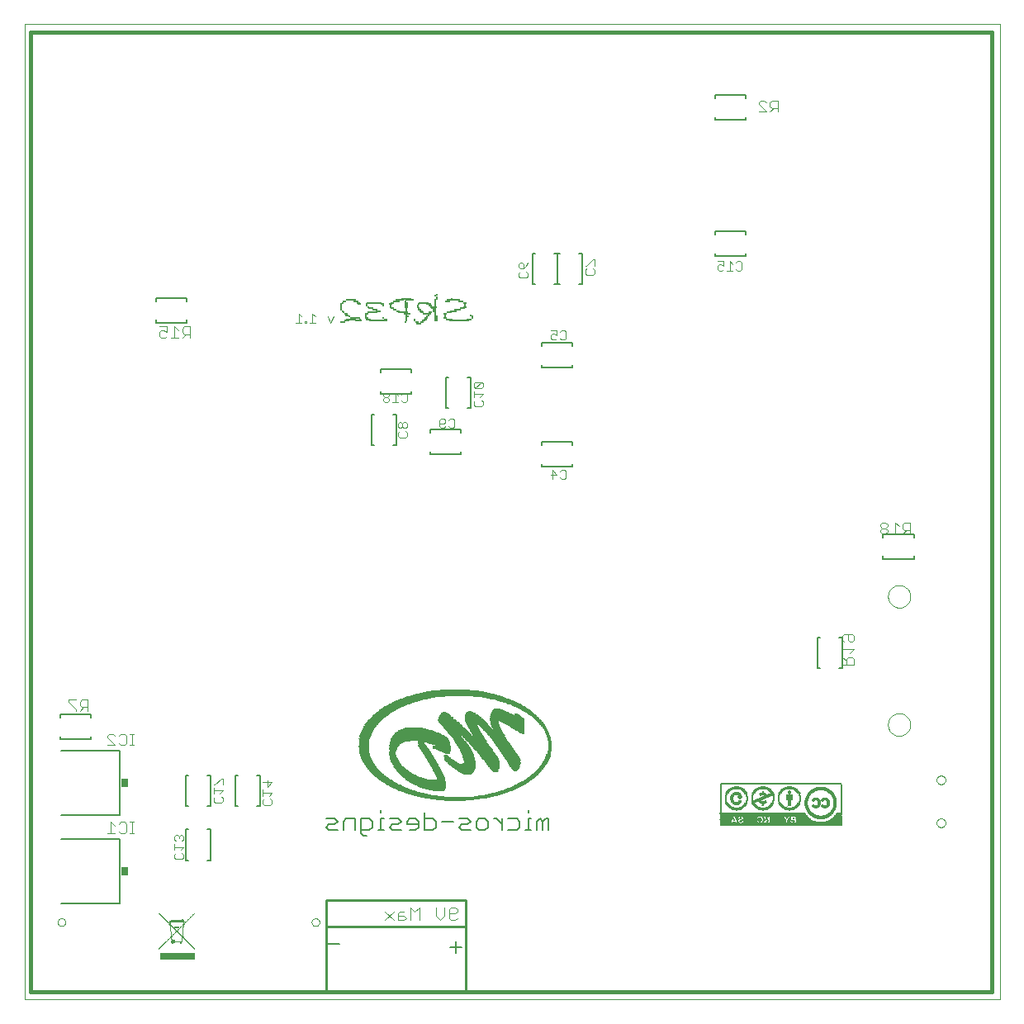
<source format=gbo>
G75*
G70*
%OFA0B0*%
%FSLAX24Y24*%
%IPPOS*%
%LPD*%
%AMOC8*
5,1,8,0,0,1.08239X$1,22.5*
%
%ADD10C,0.0000*%
%ADD11C,0.0160*%
%ADD12C,0.0060*%
%ADD13C,0.0030*%
%ADD14C,0.0040*%
%ADD15C,0.0100*%
%ADD16C,0.0050*%
%ADD17C,0.0080*%
%ADD18R,0.0300X0.0340*%
%ADD19R,0.1083X0.0043*%
%ADD20R,0.0217X0.0043*%
%ADD21R,0.0346X0.0043*%
%ADD22R,0.0390X0.0043*%
%ADD23R,0.0909X0.0043*%
%ADD24R,0.0260X0.0043*%
%ADD25R,0.0303X0.0043*%
%ADD26R,0.0953X0.0043*%
%ADD27R,0.0173X0.0043*%
%ADD28R,0.0693X0.0043*%
%ADD29R,0.0130X0.0043*%
%ADD30R,0.0650X0.0043*%
%ADD31R,0.0087X0.0043*%
%ADD32R,0.0476X0.0043*%
%ADD33R,0.0043X0.0043*%
%ADD34R,0.0520X0.0043*%
%ADD35R,0.0563X0.0043*%
%ADD36R,0.0866X0.0043*%
%ADD37R,0.0823X0.0043*%
%ADD38R,0.0996X0.0043*%
%ADD39R,0.0780X0.0043*%
%ADD40R,0.0736X0.0043*%
%ADD41R,0.1039X0.0043*%
%ADD42R,0.0606X0.0043*%
%ADD43R,0.1169X0.0043*%
%ADD44R,0.1256X0.0043*%
%ADD45R,0.1386X0.0043*%
%ADD46R,0.1429X0.0043*%
%ADD47R,0.3681X0.0043*%
%ADD48R,0.1646X0.0043*%
%ADD49R,0.1516X0.0043*%
%ADD50R,0.1472X0.0043*%
%ADD51R,0.1299X0.0043*%
%ADD52R,0.1343X0.0043*%
%ADD53R,0.1213X0.0043*%
%ADD54R,0.1126X0.0043*%
%ADD55R,0.0220X0.0055*%
%ADD56R,0.0165X0.0055*%
%ADD57R,0.0110X0.0055*%
%ADD58R,0.0827X0.0055*%
%ADD59R,0.0717X0.0055*%
%ADD60R,0.0276X0.0055*%
%ADD61R,0.0386X0.0055*%
%ADD62R,0.0441X0.0055*%
%ADD63R,0.0331X0.0055*%
%ADD64R,0.0606X0.0055*%
%ADD65R,0.0551X0.0055*%
%ADD66R,0.1400X0.0010*%
%ADD67R,0.0020X0.0010*%
%ADD68R,0.0010X0.0010*%
%ADD69R,0.0030X0.0010*%
%ADD70R,0.0040X0.0010*%
%ADD71R,0.0080X0.0010*%
%ADD72R,0.0110X0.0010*%
%ADD73R,0.0050X0.0010*%
%ADD74R,0.0340X0.0010*%
%ADD75R,0.0060X0.0010*%
%ADD76R,0.0190X0.0010*%
%ADD77R,0.0200X0.0010*%
%ADD78R,0.0180X0.0010*%
%ADD79R,0.0630X0.0010*%
%ADD80R,0.0640X0.0010*%
%ADD81R,0.0650X0.0010*%
%ADD82R,0.0600X0.0010*%
%ADD83R,0.0140X0.0010*%
%ADD84R,0.0160X0.0010*%
%ADD85R,0.0270X0.0010*%
%ADD86R,0.0878X0.0014*%
%ADD87R,0.1252X0.0014*%
%ADD88R,0.1540X0.0014*%
%ADD89R,0.1785X0.0014*%
%ADD90R,0.1986X0.0014*%
%ADD91R,0.2188X0.0014*%
%ADD92R,0.2375X0.0014*%
%ADD93R,0.2533X0.0014*%
%ADD94R,0.2663X0.0014*%
%ADD95R,0.0835X0.0014*%
%ADD96R,0.1108X0.0014*%
%ADD97R,0.0748X0.0014*%
%ADD98R,0.1008X0.0014*%
%ADD99R,0.0720X0.0014*%
%ADD100R,0.0921X0.0014*%
%ADD101R,0.0676X0.0014*%
%ADD102R,0.0892X0.0014*%
%ADD103R,0.0633X0.0014*%
%ADD104R,0.0835X0.0014*%
%ADD105R,0.0590X0.0014*%
%ADD106R,0.0792X0.0014*%
%ADD107R,0.0576X0.0014*%
%ADD108R,0.0561X0.0014*%
%ADD109R,0.0734X0.0014*%
%ADD110R,0.0547X0.0014*%
%ADD111R,0.0734X0.0014*%
%ADD112R,0.0533X0.0014*%
%ADD113R,0.0705X0.0014*%
%ADD114R,0.0504X0.0014*%
%ADD115R,0.0489X0.0014*%
%ADD116R,0.0662X0.0014*%
%ADD117R,0.0475X0.0014*%
%ADD118R,0.0648X0.0014*%
%ADD119R,0.0461X0.0014*%
%ADD120R,0.0648X0.0014*%
%ADD121R,0.0461X0.0014*%
%ADD122R,0.0619X0.0014*%
%ADD123R,0.0446X0.0014*%
%ADD124R,0.0605X0.0014*%
%ADD125R,0.0432X0.0014*%
%ADD126R,0.0417X0.0014*%
%ADD127R,0.0605X0.0014*%
%ADD128R,0.0417X0.0014*%
%ADD129R,0.0331X0.0014*%
%ADD130R,0.0489X0.0014*%
%ADD131R,0.0590X0.0014*%
%ADD132R,0.0403X0.0014*%
%ADD133R,0.0691X0.0014*%
%ADD134R,0.0561X0.0014*%
%ADD135R,0.0389X0.0014*%
%ADD136R,0.0748X0.0014*%
%ADD137R,0.0561X0.0014*%
%ADD138R,0.0389X0.0014*%
%ADD139R,0.0806X0.0014*%
%ADD140R,0.0374X0.0014*%
%ADD141R,0.0864X0.0014*%
%ADD142R,0.0547X0.0014*%
%ADD143R,0.0374X0.0014*%
%ADD144R,0.0907X0.0014*%
%ADD145R,0.0533X0.0014*%
%ADD146R,0.0360X0.0014*%
%ADD147R,0.0950X0.0014*%
%ADD148R,0.0533X0.0014*%
%ADD149R,0.0360X0.0014*%
%ADD150R,0.0993X0.0014*%
%ADD151R,0.0518X0.0014*%
%ADD152R,0.1036X0.0014*%
%ADD153R,0.0518X0.0014*%
%ADD154R,0.0345X0.0014*%
%ADD155R,0.1065X0.0014*%
%ADD156R,0.0345X0.0014*%
%ADD157R,0.1137X0.0014*%
%ADD158R,0.1166X0.0014*%
%ADD159R,0.0504X0.0014*%
%ADD160R,0.1209X0.0014*%
%ADD161R,0.0331X0.0014*%
%ADD162R,0.1238X0.0014*%
%ADD163R,0.1267X0.0014*%
%ADD164R,0.1295X0.0014*%
%ADD165R,0.0302X0.0014*%
%ADD166R,0.1324X0.0014*%
%ADD167R,0.0317X0.0014*%
%ADD168R,0.1339X0.0014*%
%ADD169R,0.0489X0.0014*%
%ADD170R,0.0317X0.0014*%
%ADD171R,0.1367X0.0014*%
%ADD172R,0.0302X0.0014*%
%ADD173R,0.1396X0.0014*%
%ADD174R,0.0475X0.0014*%
%ADD175R,0.1425X0.0014*%
%ADD176R,0.0475X0.0014*%
%ADD177R,0.0288X0.0014*%
%ADD178R,0.1439X0.0014*%
%ADD179R,0.1468X0.0014*%
%ADD180R,0.1497X0.0014*%
%ADD181R,0.0288X0.0014*%
%ADD182R,0.1497X0.0014*%
%ADD183R,0.1526X0.0014*%
%ADD184R,0.0461X0.0014*%
%ADD185R,0.1540X0.0014*%
%ADD186R,0.0273X0.0014*%
%ADD187R,0.0417X0.0014*%
%ADD188R,0.0979X0.0014*%
%ADD189R,0.0274X0.0014*%
%ADD190R,0.0907X0.0014*%
%ADD191R,0.0446X0.0014*%
%ADD192R,0.0274X0.0014*%
%ADD193R,0.0849X0.0014*%
%ADD194R,0.0806X0.0014*%
%ADD195R,0.0446X0.0014*%
%ADD196R,0.0259X0.0014*%
%ADD197R,0.0777X0.0014*%
%ADD198R,0.0446X0.0014*%
%ADD199R,0.0317X0.0014*%
%ADD200R,0.0259X0.0014*%
%ADD201R,0.0317X0.0014*%
%ADD202R,0.0705X0.0014*%
%ADD203R,0.0259X0.0014*%
%ADD204R,0.0677X0.0014*%
%ADD205R,0.0662X0.0014*%
%ADD206R,0.0633X0.0014*%
%ADD207R,0.0259X0.0014*%
%ADD208R,0.0245X0.0014*%
%ADD209R,0.0331X0.0014*%
%ADD210R,0.0245X0.0014*%
%ADD211R,0.0576X0.0014*%
%ADD212R,0.0432X0.0014*%
%ADD213R,0.0245X0.0014*%
%ADD214R,0.0561X0.0014*%
%ADD215R,0.0216X0.0014*%
%ADD216R,0.0230X0.0014*%
%ADD217R,0.0374X0.0014*%
%ADD218R,0.0518X0.0014*%
%ADD219R,0.0230X0.0014*%
%ADD220R,0.0417X0.0014*%
%ADD221R,0.0518X0.0014*%
%ADD222R,0.0130X0.0014*%
%ADD223R,0.0187X0.0014*%
%ADD224R,0.0201X0.0014*%
%ADD225R,0.0619X0.0014*%
%ADD226R,0.0130X0.0014*%
%ADD227R,0.0691X0.0014*%
%ADD228R,0.0216X0.0014*%
%ADD229R,0.0749X0.0014*%
%ADD230R,0.0763X0.0014*%
%ADD231R,0.0820X0.0014*%
%ADD232R,0.0835X0.0014*%
%ADD233R,0.0201X0.0014*%
%ADD234R,0.0864X0.0014*%
%ADD235R,0.0892X0.0014*%
%ADD236R,0.0907X0.0014*%
%ADD237R,0.0936X0.0014*%
%ADD238R,0.0374X0.0014*%
%ADD239R,0.0950X0.0014*%
%ADD240R,0.0403X0.0014*%
%ADD241R,0.0202X0.0014*%
%ADD242R,0.0964X0.0014*%
%ADD243R,0.0403X0.0014*%
%ADD244R,0.0979X0.0014*%
%ADD245R,0.1022X0.0014*%
%ADD246R,0.0331X0.0014*%
%ADD247R,0.0345X0.0014*%
%ADD248R,0.1051X0.0014*%
%ADD249R,0.0475X0.0014*%
%ADD250R,0.0547X0.0014*%
%ADD251R,0.0489X0.0014*%
%ADD252R,0.0403X0.0014*%
%ADD253R,0.0187X0.0014*%
%ADD254R,0.0345X0.0014*%
%ADD255R,0.0187X0.0014*%
%ADD256R,0.0547X0.0014*%
%ADD257R,0.0389X0.0014*%
%ADD258R,0.0302X0.0014*%
%ADD259R,0.0173X0.0014*%
%ADD260R,0.0619X0.0014*%
%ADD261R,0.0590X0.0014*%
%ADD262R,0.0633X0.0014*%
%ADD263R,0.0173X0.0014*%
%ADD264R,0.0461X0.0014*%
%ADD265R,0.0273X0.0014*%
%ADD266R,0.0302X0.0014*%
%ADD267R,0.0173X0.0014*%
%ADD268R,0.0605X0.0014*%
%ADD269R,0.0173X0.0014*%
%ADD270R,0.0662X0.0014*%
%ADD271R,0.0662X0.0014*%
%ADD272R,0.0158X0.0014*%
%ADD273R,0.0158X0.0014*%
%ADD274R,0.0130X0.0014*%
%ADD275R,0.0115X0.0014*%
%ADD276R,0.0086X0.0014*%
%ADD277R,0.0158X0.0014*%
%ADD278R,0.0676X0.0014*%
%ADD279R,0.0158X0.0014*%
%ADD280R,0.0677X0.0014*%
%ADD281R,0.0230X0.0014*%
%ADD282R,0.0590X0.0014*%
%ADD283R,0.0144X0.0014*%
%ADD284R,0.0705X0.0014*%
%ADD285R,0.0144X0.0014*%
%ADD286R,0.0705X0.0014*%
%ADD287R,0.0734X0.0014*%
%ADD288R,0.0720X0.0014*%
%ADD289R,0.0202X0.0014*%
%ADD290R,0.0734X0.0014*%
%ADD291R,0.0749X0.0014*%
%ADD292R,0.0892X0.0014*%
%ADD293R,0.0763X0.0014*%
%ADD294R,0.0936X0.0014*%
%ADD295R,0.0605X0.0014*%
%ADD296R,0.0763X0.0014*%
%ADD297R,0.1267X0.0014*%
%ADD298R,0.0777X0.0014*%
%ADD299R,0.1267X0.0014*%
%ADD300R,0.0792X0.0014*%
%ADD301R,0.2361X0.0014*%
%ADD302R,0.2346X0.0014*%
%ADD303R,0.0806X0.0014*%
%ADD304R,0.2317X0.0014*%
%ADD305R,0.0619X0.0014*%
%ADD306R,0.2303X0.0014*%
%ADD307R,0.2274X0.0014*%
%ADD308R,0.0820X0.0014*%
%ADD309R,0.2260X0.0014*%
%ADD310R,0.2231X0.0014*%
%ADD311R,0.0130X0.0014*%
%ADD312R,0.0633X0.0014*%
%ADD313R,0.2217X0.0014*%
%ADD314R,0.2188X0.0014*%
%ADD315R,0.2145X0.0014*%
%ADD316R,0.0849X0.0014*%
%ADD317R,0.2130X0.0014*%
%ADD318R,0.2087X0.0014*%
%ADD319R,0.2058X0.0014*%
%ADD320R,0.2030X0.0014*%
%ADD321R,0.1986X0.0014*%
%ADD322R,0.1943X0.0014*%
%ADD323R,0.1900X0.0014*%
%ADD324R,0.0115X0.0014*%
%ADD325R,0.0043X0.0014*%
%ADD326R,0.1857X0.0014*%
%ADD327R,0.0086X0.0014*%
%ADD328R,0.1814X0.0014*%
%ADD329R,0.0849X0.0014*%
%ADD330R,0.1770X0.0014*%
%ADD331R,0.1713X0.0014*%
%ADD332R,0.1670X0.0014*%
%ADD333R,0.1612X0.0014*%
%ADD334R,0.0230X0.0014*%
%ADD335R,0.1555X0.0014*%
%ADD336R,0.1497X0.0014*%
%ADD337R,0.1454X0.0014*%
%ADD338R,0.1382X0.0014*%
%ADD339R,0.0835X0.0014*%
%ADD340R,0.1310X0.0014*%
%ADD341R,0.1223X0.0014*%
%ADD342R,0.1151X0.0014*%
%ADD343R,0.1065X0.0014*%
%ADD344R,0.0820X0.0014*%
%ADD345R,0.0849X0.0014*%
%ADD346R,0.0806X0.0014*%
%ADD347R,0.0878X0.0014*%
%ADD348R,0.0187X0.0014*%
%ADD349R,0.0979X0.0014*%
%ADD350R,0.1367X0.0014*%
%ADD351R,0.0533X0.0014*%
%ADD352R,0.1353X0.0014*%
%ADD353R,0.1339X0.0014*%
%ADD354R,0.1324X0.0014*%
%ADD355R,0.1281X0.0014*%
%ADD356R,0.1252X0.0014*%
%ADD357R,0.1223X0.0014*%
%ADD358R,0.1195X0.0014*%
%ADD359R,0.1180X0.0014*%
%ADD360R,0.0921X0.0014*%
%ADD361R,0.0964X0.0014*%
%ADD362R,0.1094X0.0014*%
%ADD363R,0.1209X0.0014*%
%ADD364R,0.1281X0.0014*%
%ADD365R,0.1008X0.0014*%
%ADD366R,0.1339X0.0014*%
%ADD367R,0.1123X0.0014*%
%ADD368R,0.1238X0.0014*%
%ADD369R,0.1555X0.0014*%
%ADD370R,0.3526X0.0014*%
%ADD371R,0.3411X0.0014*%
%ADD372R,0.3325X0.0014*%
%ADD373R,0.3210X0.0014*%
%ADD374R,0.3095X0.0014*%
%ADD375R,0.2994X0.0014*%
%ADD376R,0.2864X0.0014*%
%ADD377R,0.2720X0.0014*%
%ADD378R,0.2576X0.0014*%
%ADD379R,0.2447X0.0014*%
%ADD380R,0.2317X0.0014*%
%ADD381R,0.2116X0.0014*%
%ADD382R,0.1914X0.0014*%
%ADD383R,0.1742X0.0014*%
%ADD384R,0.1511X0.0014*%
%ADD385R,0.4902X0.0005*%
%ADD386R,0.4911X0.0005*%
%ADD387R,0.4921X0.0005*%
%ADD388R,0.3317X0.0005*%
%ADD389R,0.0763X0.0005*%
%ADD390R,0.0827X0.0005*%
%ADD391R,0.3283X0.0005*%
%ADD392R,0.0694X0.0005*%
%ADD393R,0.0787X0.0005*%
%ADD394R,0.1855X0.0005*%
%ADD395R,0.0172X0.0005*%
%ADD396R,0.0659X0.0005*%
%ADD397R,0.0108X0.0005*%
%ADD398R,0.0118X0.0005*%
%ADD399R,0.0664X0.0005*%
%ADD400R,0.0059X0.0005*%
%ADD401R,0.0138X0.0005*%
%ADD402R,0.0448X0.0005*%
%ADD403R,0.0157X0.0005*%
%ADD404R,0.0108X0.0005*%
%ADD405R,0.0640X0.0005*%
%ADD406R,0.0054X0.0005*%
%ADD407R,0.0148X0.0005*%
%ADD408R,0.0103X0.0005*%
%ADD409R,0.0098X0.0005*%
%ADD410R,0.0620X0.0005*%
%ADD411R,0.0044X0.0005*%
%ADD412R,0.0133X0.0005*%
%ADD413R,0.0094X0.0005*%
%ADD414R,0.0610X0.0005*%
%ADD415R,0.0128X0.0005*%
%ADD416R,0.0453X0.0005*%
%ADD417R,0.0089X0.0005*%
%ADD418R,0.0600X0.0005*%
%ADD419R,0.0039X0.0005*%
%ADD420R,0.0093X0.0005*%
%ADD421R,0.0084X0.0005*%
%ADD422R,0.0591X0.0005*%
%ADD423R,0.0034X0.0005*%
%ADD424R,0.0123X0.0005*%
%ADD425R,0.0458X0.0005*%
%ADD426R,0.0812X0.0005*%
%ADD427R,0.0005X0.0005*%
%ADD428R,0.0950X0.0005*%
%ADD429R,0.0079X0.0005*%
%ADD430R,0.0581X0.0005*%
%ADD431R,0.0118X0.0005*%
%ADD432R,0.0758X0.0005*%
%ADD433R,0.0906X0.0005*%
%ADD434R,0.0074X0.0005*%
%ADD435R,0.0571X0.0005*%
%ADD436R,0.0030X0.0005*%
%ADD437R,0.0728X0.0005*%
%ADD438R,0.0871X0.0005*%
%ADD439R,0.0084X0.0005*%
%ADD440R,0.0069X0.0005*%
%ADD441R,0.0566X0.0005*%
%ADD442R,0.0113X0.0005*%
%ADD443R,0.0463X0.0005*%
%ADD444R,0.0704X0.0005*%
%ADD445R,0.0846X0.0005*%
%ADD446R,0.0113X0.0005*%
%ADD447R,0.0064X0.0005*%
%ADD448R,0.0561X0.0005*%
%ADD449R,0.0030X0.0005*%
%ADD450R,0.0684X0.0005*%
%ADD451R,0.0827X0.0005*%
%ADD452R,0.0059X0.0005*%
%ADD453R,0.0059X0.0005*%
%ADD454R,0.0556X0.0005*%
%ADD455R,0.0084X0.0005*%
%ADD456R,0.0103X0.0005*%
%ADD457R,0.0664X0.0005*%
%ADD458R,0.0807X0.0005*%
%ADD459R,0.0079X0.0005*%
%ADD460R,0.0551X0.0005*%
%ADD461R,0.0468X0.0005*%
%ADD462R,0.0645X0.0005*%
%ADD463R,0.0792X0.0005*%
%ADD464R,0.0089X0.0005*%
%ADD465R,0.0546X0.0005*%
%ADD466R,0.0630X0.0005*%
%ADD467R,0.0773X0.0005*%
%ADD468R,0.0069X0.0005*%
%ADD469R,0.0472X0.0005*%
%ADD470R,0.0615X0.0005*%
%ADD471R,0.0758X0.0005*%
%ADD472R,0.0049X0.0005*%
%ADD473R,0.0103X0.0005*%
%ADD474R,0.0605X0.0005*%
%ADD475R,0.0748X0.0005*%
%ADD476R,0.0541X0.0005*%
%ADD477R,0.0591X0.0005*%
%ADD478R,0.0733X0.0005*%
%ADD479R,0.0477X0.0005*%
%ADD480R,0.0576X0.0005*%
%ADD481R,0.0718X0.0005*%
%ADD482R,0.0566X0.0005*%
%ADD483R,0.0709X0.0005*%
%ADD484R,0.0556X0.0005*%
%ADD485R,0.0699X0.0005*%
%ADD486R,0.0689X0.0005*%
%ADD487R,0.0044X0.0005*%
%ADD488R,0.0482X0.0005*%
%ADD489R,0.0546X0.0005*%
%ADD490R,0.0689X0.0005*%
%ADD491R,0.0679X0.0005*%
%ADD492R,0.0536X0.0005*%
%ADD493R,0.0679X0.0005*%
%ADD494R,0.0655X0.0005*%
%ADD495R,0.0010X0.0005*%
%ADD496R,0.0861X0.0005*%
%ADD497R,0.0487X0.0005*%
%ADD498R,0.0527X0.0005*%
%ADD499R,0.0669X0.0005*%
%ADD500R,0.0108X0.0005*%
%ADD501R,0.0842X0.0005*%
%ADD502R,0.0054X0.0005*%
%ADD503R,0.0517X0.0005*%
%ADD504R,0.0650X0.0005*%
%ADD505R,0.0015X0.0005*%
%ADD506R,0.0822X0.0005*%
%ADD507R,0.0507X0.0005*%
%ADD508R,0.0650X0.0005*%
%ADD509R,0.0645X0.0005*%
%ADD510R,0.0492X0.0005*%
%ADD511R,0.0497X0.0005*%
%ADD512R,0.0640X0.0005*%
%ADD513R,0.0020X0.0005*%
%ADD514R,0.0792X0.0005*%
%ADD515R,0.0492X0.0005*%
%ADD516R,0.0630X0.0005*%
%ADD517R,0.0113X0.0005*%
%ADD518R,0.0025X0.0005*%
%ADD519R,0.0778X0.0005*%
%ADD520R,0.0482X0.0005*%
%ADD521R,0.0625X0.0005*%
%ADD522R,0.0768X0.0005*%
%ADD523R,0.0497X0.0005*%
%ADD524R,0.0472X0.0005*%
%ADD525R,0.0615X0.0005*%
%ADD526R,0.0635X0.0005*%
%ADD527R,0.0468X0.0005*%
%ADD528R,0.0630X0.0005*%
%ADD529R,0.0020X0.0005*%
%ADD530R,0.0502X0.0005*%
%ADD531R,0.0600X0.0005*%
%ADD532R,0.0753X0.0005*%
%ADD533R,0.0448X0.0005*%
%ADD534R,0.0591X0.0005*%
%ADD535R,0.0625X0.0005*%
%ADD536R,0.0748X0.0005*%
%ADD537R,0.0443X0.0005*%
%ADD538R,0.0586X0.0005*%
%ADD539R,0.0743X0.0005*%
%ADD540R,0.0438X0.0005*%
%ADD541R,0.0581X0.0005*%
%ADD542R,0.0167X0.0005*%
%ADD543R,0.0428X0.0005*%
%ADD544R,0.0571X0.0005*%
%ADD545R,0.0005X0.0005*%
%ADD546R,0.0615X0.0005*%
%ADD547R,0.0738X0.0005*%
%ADD548R,0.0187X0.0005*%
%ADD549R,0.0423X0.0005*%
%ADD550R,0.0566X0.0005*%
%ADD551R,0.0010X0.0005*%
%ADD552R,0.0733X0.0005*%
%ADD553R,0.0207X0.0005*%
%ADD554R,0.0512X0.0005*%
%ADD555R,0.0418X0.0005*%
%ADD556R,0.0236X0.0005*%
%ADD557R,0.0133X0.0005*%
%ADD558R,0.0005X0.0005*%
%ADD559R,0.0551X0.0005*%
%ADD560R,0.0221X0.0005*%
%ADD561R,0.0408X0.0005*%
%ADD562R,0.0285X0.0005*%
%ADD563R,0.0551X0.0005*%
%ADD564R,0.0226X0.0005*%
%ADD565R,0.0517X0.0005*%
%ADD566R,0.0404X0.0005*%
%ADD567R,0.0325X0.0005*%
%ADD568R,0.0546X0.0005*%
%ADD569R,0.0399X0.0005*%
%ADD570R,0.0364X0.0005*%
%ADD571R,0.0541X0.0005*%
%ADD572R,0.0394X0.0005*%
%ADD573R,0.0399X0.0005*%
%ADD574R,0.0536X0.0005*%
%ADD575R,0.0522X0.0005*%
%ADD576R,0.0384X0.0005*%
%ADD577R,0.0423X0.0005*%
%ADD578R,0.0527X0.0005*%
%ADD579R,0.0595X0.0005*%
%ADD580R,0.0069X0.0005*%
%ADD581R,0.0379X0.0005*%
%ADD582R,0.0522X0.0005*%
%ADD583R,0.0374X0.0005*%
%ADD584R,0.0477X0.0005*%
%ADD585R,0.0517X0.0005*%
%ADD586R,0.0561X0.0005*%
%ADD587R,0.0369X0.0005*%
%ADD588R,0.0502X0.0005*%
%ADD589R,0.0586X0.0005*%
%ADD590R,0.0074X0.0005*%
%ADD591R,0.0364X0.0005*%
%ADD592R,0.0507X0.0005*%
%ADD593R,0.0531X0.0005*%
%ADD594R,0.0359X0.0005*%
%ADD595R,0.0502X0.0005*%
%ADD596R,0.0581X0.0005*%
%ADD597R,0.0034X0.0005*%
%ADD598R,0.0354X0.0005*%
%ADD599R,0.0497X0.0005*%
%ADD600R,0.0576X0.0005*%
%ADD601R,0.0349X0.0005*%
%ADD602R,0.0586X0.0005*%
%ADD603R,0.0492X0.0005*%
%ADD604R,0.0536X0.0005*%
%ADD605R,0.0345X0.0005*%
%ADD606R,0.0600X0.0005*%
%ADD607R,0.0487X0.0005*%
%ADD608R,0.0094X0.0005*%
%ADD609R,0.0595X0.0005*%
%ADD610R,0.0340X0.0005*%
%ADD611R,0.0482X0.0005*%
%ADD612R,0.0605X0.0005*%
%ADD613R,0.0335X0.0005*%
%ADD614R,0.0635X0.0005*%
%ADD615R,0.0330X0.0005*%
%ADD616R,0.0472X0.0005*%
%ADD617R,0.0143X0.0005*%
%ADD618R,0.0325X0.0005*%
%ADD619R,0.0669X0.0005*%
%ADD620R,0.0467X0.0005*%
%ADD621R,0.0153X0.0005*%
%ADD622R,0.0320X0.0005*%
%ADD623R,0.0684X0.0005*%
%ADD624R,0.0315X0.0005*%
%ADD625R,0.0704X0.0005*%
%ADD626R,0.1880X0.0005*%
%ADD627R,0.0310X0.0005*%
%ADD628R,0.0714X0.0005*%
%ADD629R,0.1900X0.0005*%
%ADD630R,0.0305X0.0005*%
%ADD631R,0.0728X0.0005*%
%ADD632R,0.3514X0.0005*%
%ADD633R,0.0300X0.0005*%
%ADD634R,0.3509X0.0005*%
%ADD635R,0.0300X0.0005*%
%ADD636R,0.0305X0.0005*%
%ADD637R,0.0295X0.0005*%
%ADD638R,0.0280X0.0005*%
%ADD639R,0.3504X0.0005*%
%ADD640R,0.0290X0.0005*%
%ADD641R,0.0266X0.0005*%
%ADD642R,0.3499X0.0005*%
%ADD643R,0.0285X0.0005*%
%ADD644R,0.0251X0.0005*%
%ADD645R,0.0256X0.0005*%
%ADD646R,0.3494X0.0005*%
%ADD647R,0.0281X0.0005*%
%ADD648R,0.0246X0.0005*%
%ADD649R,0.0241X0.0005*%
%ADD650R,0.3489X0.0005*%
%ADD651R,0.0276X0.0005*%
%ADD652R,0.0226X0.0005*%
%ADD653R,0.0231X0.0005*%
%ADD654R,0.3484X0.0005*%
%ADD655R,0.0271X0.0005*%
%ADD656R,0.0221X0.0005*%
%ADD657R,0.3479X0.0005*%
%ADD658R,0.0266X0.0005*%
%ADD659R,0.0212X0.0005*%
%ADD660R,0.0217X0.0005*%
%ADD661R,0.3474X0.0005*%
%ADD662R,0.0261X0.0005*%
%ADD663R,0.0202X0.0005*%
%ADD664R,0.0207X0.0005*%
%ADD665R,0.3469X0.0005*%
%ADD666R,0.0197X0.0005*%
%ADD667R,0.0202X0.0005*%
%ADD668R,0.3465X0.0005*%
%ADD669R,0.0192X0.0005*%
%ADD670R,0.0192X0.0005*%
%ADD671R,0.3460X0.0005*%
%ADD672R,0.0246X0.0005*%
%ADD673R,0.3455X0.0005*%
%ADD674R,0.0182X0.0005*%
%ADD675R,0.0241X0.0005*%
%ADD676R,0.3450X0.0005*%
%ADD677R,0.0236X0.0005*%
%ADD678R,0.0177X0.0005*%
%ADD679R,0.0182X0.0005*%
%ADD680R,0.3445X0.0005*%
%ADD681R,0.0231X0.0005*%
%ADD682R,0.0177X0.0005*%
%ADD683R,0.3440X0.0005*%
%ADD684R,0.3435X0.0005*%
%ADD685R,0.3430X0.0005*%
%ADD686R,0.0172X0.0005*%
%ADD687R,0.0044X0.0005*%
%ADD688R,0.0162X0.0005*%
%ADD689R,0.0162X0.0005*%
%ADD690R,0.0157X0.0005*%
%ADD691R,0.0153X0.0005*%
%ADD692R,0.0153X0.0005*%
%ADD693R,0.0148X0.0005*%
%ADD694R,0.0143X0.0005*%
%ADD695R,0.0138X0.0005*%
%ADD696R,0.0074X0.0005*%
%ADD697R,0.0138X0.0005*%
%ADD698R,0.0216X0.0005*%
%ADD699R,0.0133X0.0005*%
%ADD700R,0.0256X0.0005*%
%ADD701R,0.0290X0.0005*%
%ADD702R,0.0285X0.0005*%
%ADD703R,0.0320X0.0005*%
%ADD704R,0.0320X0.0005*%
%ADD705R,0.0344X0.0005*%
%ADD706R,0.0369X0.0005*%
%ADD707R,0.0369X0.0005*%
%ADD708R,0.0389X0.0005*%
%ADD709R,0.0394X0.0005*%
%ADD710R,0.0413X0.0005*%
%ADD711R,0.0413X0.0005*%
%ADD712R,0.0128X0.0005*%
%ADD713R,0.0433X0.0005*%
%ADD714R,0.0433X0.0005*%
%ADD715R,0.0453X0.0005*%
%ADD716R,0.0487X0.0005*%
%ADD717R,0.0527X0.0005*%
%ADD718R,0.0531X0.0005*%
%ADD719R,0.0123X0.0005*%
%ADD720R,0.0217X0.0005*%
%ADD721R,0.0197X0.0005*%
%ADD722R,0.0182X0.0005*%
%ADD723R,0.0167X0.0005*%
%ADD724R,0.0123X0.0005*%
%ADD725R,0.0162X0.0005*%
%ADD726R,0.0241X0.0005*%
%ADD727R,0.0251X0.0005*%
%ADD728R,0.0266X0.0005*%
%ADD729R,0.0143X0.0005*%
%ADD730R,0.0276X0.0005*%
%ADD731R,0.0295X0.0005*%
%ADD732R,0.0290X0.0005*%
%ADD733R,0.0118X0.0005*%
%ADD734R,0.0310X0.0005*%
%ADD735R,0.0315X0.0005*%
%ADD736R,0.0315X0.0005*%
%ADD737R,0.0128X0.0005*%
%ADD738R,0.0039X0.0005*%
%ADD739R,0.0231X0.0005*%
%ADD740R,0.0340X0.0005*%
%ADD741R,0.0349X0.0005*%
%ADD742R,0.0354X0.0005*%
%ADD743R,0.0374X0.0005*%
%ADD744R,0.0276X0.0005*%
%ADD745R,0.0089X0.0005*%
%ADD746R,0.0408X0.0005*%
%ADD747R,0.0409X0.0005*%
%ADD748R,0.0064X0.0005*%
%ADD749R,0.0281X0.0005*%
%ADD750R,0.0261X0.0005*%
%ADD751R,0.0310X0.0005*%
%ADD752R,0.0305X0.0005*%
%ADD753R,0.0236X0.0005*%
%ADD754R,0.0207X0.0005*%
%ADD755R,0.0187X0.0005*%
%ADD756R,0.0079X0.0005*%
%ADD757R,0.0271X0.0005*%
%ADD758R,0.0010X0.0005*%
%ADD759R,0.0330X0.0005*%
%ADD760R,0.0054X0.0005*%
%ADD761R,0.0271X0.0005*%
%ADD762R,0.0379X0.0005*%
%ADD763R,0.0015X0.0005*%
%ADD764R,0.0349X0.0005*%
%ADD765R,0.0197X0.0005*%
%ADD766R,0.0167X0.0005*%
%ADD767R,0.0723X0.0005*%
%ADD768R,0.0694X0.0005*%
%ADD769R,0.0158X0.0005*%
%ADD770R,0.0556X0.0005*%
%ADD771R,0.0512X0.0005*%
%ADD772R,0.0477X0.0005*%
%ADD773R,0.0463X0.0005*%
%ADD774R,0.0443X0.0005*%
%ADD775R,0.0404X0.0005*%
%ADD776R,0.0384X0.0005*%
%ADD777R,0.0359X0.0005*%
%ADD778R,0.0335X0.0005*%
%ADD779R,0.0335X0.0005*%
%ADD780R,0.0049X0.0005*%
%ADD781R,0.4892X0.0005*%
%ADD782R,0.4882X0.0005*%
%ADD783R,0.4872X0.0005*%
%ADD784R,0.4862X0.0005*%
%ADD785R,0.4852X0.0005*%
%ADD786R,0.4833X0.0005*%
%ADD787R,0.4813X0.0005*%
%ADD788R,0.4783X0.0005*%
D10*
X001089Y000191D02*
X001089Y039562D01*
X040459Y039562D01*
X040459Y000191D01*
X001089Y000191D01*
X002432Y003316D02*
X002434Y003341D01*
X002440Y003365D01*
X002449Y003387D01*
X002462Y003408D01*
X002478Y003427D01*
X002497Y003443D01*
X002518Y003456D01*
X002540Y003465D01*
X002564Y003471D01*
X002589Y003473D01*
X002614Y003471D01*
X002638Y003465D01*
X002660Y003456D01*
X002681Y003443D01*
X002700Y003427D01*
X002716Y003408D01*
X002729Y003387D01*
X002738Y003365D01*
X002744Y003341D01*
X002746Y003316D01*
X002744Y003291D01*
X002738Y003267D01*
X002729Y003245D01*
X002716Y003224D01*
X002700Y003205D01*
X002681Y003189D01*
X002660Y003176D01*
X002638Y003167D01*
X002614Y003161D01*
X002589Y003159D01*
X002564Y003161D01*
X002540Y003167D01*
X002518Y003176D01*
X002497Y003189D01*
X002478Y003205D01*
X002462Y003224D01*
X002449Y003245D01*
X002440Y003267D01*
X002434Y003291D01*
X002432Y003316D01*
X012682Y003316D02*
X012684Y003341D01*
X012690Y003365D01*
X012699Y003387D01*
X012712Y003408D01*
X012728Y003427D01*
X012747Y003443D01*
X012768Y003456D01*
X012790Y003465D01*
X012814Y003471D01*
X012839Y003473D01*
X012864Y003471D01*
X012888Y003465D01*
X012910Y003456D01*
X012931Y003443D01*
X012950Y003427D01*
X012966Y003408D01*
X012979Y003387D01*
X012988Y003365D01*
X012994Y003341D01*
X012996Y003316D01*
X012994Y003291D01*
X012988Y003267D01*
X012979Y003245D01*
X012966Y003224D01*
X012950Y003205D01*
X012931Y003189D01*
X012910Y003176D01*
X012888Y003167D01*
X012864Y003161D01*
X012839Y003159D01*
X012814Y003161D01*
X012790Y003167D01*
X012768Y003176D01*
X012747Y003189D01*
X012728Y003205D01*
X012712Y003224D01*
X012699Y003245D01*
X012690Y003267D01*
X012684Y003291D01*
X012682Y003316D01*
X035948Y011292D02*
X035950Y011334D01*
X035956Y011376D01*
X035966Y011418D01*
X035979Y011458D01*
X035997Y011497D01*
X036018Y011534D01*
X036042Y011568D01*
X036070Y011601D01*
X036100Y011631D01*
X036133Y011657D01*
X036168Y011681D01*
X036206Y011701D01*
X036245Y011717D01*
X036285Y011730D01*
X036327Y011739D01*
X036369Y011744D01*
X036412Y011745D01*
X036454Y011742D01*
X036496Y011735D01*
X036537Y011724D01*
X036577Y011709D01*
X036615Y011691D01*
X036652Y011669D01*
X036686Y011644D01*
X036718Y011616D01*
X036746Y011585D01*
X036772Y011551D01*
X036795Y011515D01*
X036814Y011478D01*
X036830Y011438D01*
X036842Y011397D01*
X036850Y011356D01*
X036854Y011313D01*
X036854Y011271D01*
X036850Y011228D01*
X036842Y011187D01*
X036830Y011146D01*
X036814Y011106D01*
X036795Y011069D01*
X036772Y011033D01*
X036746Y010999D01*
X036718Y010968D01*
X036686Y010940D01*
X036652Y010915D01*
X036615Y010893D01*
X036577Y010875D01*
X036537Y010860D01*
X036496Y010849D01*
X036454Y010842D01*
X036412Y010839D01*
X036369Y010840D01*
X036327Y010845D01*
X036285Y010854D01*
X036245Y010867D01*
X036206Y010883D01*
X036168Y010903D01*
X036133Y010927D01*
X036100Y010953D01*
X036070Y010983D01*
X036042Y011016D01*
X036018Y011050D01*
X035997Y011087D01*
X035979Y011126D01*
X035966Y011166D01*
X035956Y011208D01*
X035950Y011250D01*
X035948Y011292D01*
X037912Y009058D02*
X037914Y009084D01*
X037920Y009110D01*
X037930Y009135D01*
X037943Y009158D01*
X037959Y009178D01*
X037979Y009196D01*
X038001Y009211D01*
X038024Y009223D01*
X038050Y009231D01*
X038076Y009235D01*
X038102Y009235D01*
X038128Y009231D01*
X038154Y009223D01*
X038178Y009211D01*
X038199Y009196D01*
X038219Y009178D01*
X038235Y009158D01*
X038248Y009135D01*
X038258Y009110D01*
X038264Y009084D01*
X038266Y009058D01*
X038264Y009032D01*
X038258Y009006D01*
X038248Y008981D01*
X038235Y008958D01*
X038219Y008938D01*
X038199Y008920D01*
X038177Y008905D01*
X038154Y008893D01*
X038128Y008885D01*
X038102Y008881D01*
X038076Y008881D01*
X038050Y008885D01*
X038024Y008893D01*
X038000Y008905D01*
X037979Y008920D01*
X037959Y008938D01*
X037943Y008958D01*
X037930Y008981D01*
X037920Y009006D01*
X037914Y009032D01*
X037912Y009058D01*
X037912Y007325D02*
X037914Y007351D01*
X037920Y007377D01*
X037930Y007402D01*
X037943Y007425D01*
X037959Y007445D01*
X037979Y007463D01*
X038001Y007478D01*
X038024Y007490D01*
X038050Y007498D01*
X038076Y007502D01*
X038102Y007502D01*
X038128Y007498D01*
X038154Y007490D01*
X038178Y007478D01*
X038199Y007463D01*
X038219Y007445D01*
X038235Y007425D01*
X038248Y007402D01*
X038258Y007377D01*
X038264Y007351D01*
X038266Y007325D01*
X038264Y007299D01*
X038258Y007273D01*
X038248Y007248D01*
X038235Y007225D01*
X038219Y007205D01*
X038199Y007187D01*
X038177Y007172D01*
X038154Y007160D01*
X038128Y007152D01*
X038102Y007148D01*
X038076Y007148D01*
X038050Y007152D01*
X038024Y007160D01*
X038000Y007172D01*
X037979Y007187D01*
X037959Y007205D01*
X037943Y007225D01*
X037930Y007248D01*
X037920Y007273D01*
X037914Y007299D01*
X037912Y007325D01*
X035948Y016466D02*
X035950Y016508D01*
X035956Y016550D01*
X035966Y016592D01*
X035979Y016632D01*
X035997Y016671D01*
X036018Y016708D01*
X036042Y016742D01*
X036070Y016775D01*
X036100Y016805D01*
X036133Y016831D01*
X036168Y016855D01*
X036206Y016875D01*
X036245Y016891D01*
X036285Y016904D01*
X036327Y016913D01*
X036369Y016918D01*
X036412Y016919D01*
X036454Y016916D01*
X036496Y016909D01*
X036537Y016898D01*
X036577Y016883D01*
X036615Y016865D01*
X036652Y016843D01*
X036686Y016818D01*
X036718Y016790D01*
X036746Y016759D01*
X036772Y016725D01*
X036795Y016689D01*
X036814Y016652D01*
X036830Y016612D01*
X036842Y016571D01*
X036850Y016530D01*
X036854Y016487D01*
X036854Y016445D01*
X036850Y016402D01*
X036842Y016361D01*
X036830Y016320D01*
X036814Y016280D01*
X036795Y016243D01*
X036772Y016207D01*
X036746Y016173D01*
X036718Y016142D01*
X036686Y016114D01*
X036652Y016089D01*
X036615Y016067D01*
X036577Y016049D01*
X036537Y016034D01*
X036496Y016023D01*
X036454Y016016D01*
X036412Y016013D01*
X036369Y016014D01*
X036327Y016019D01*
X036285Y016028D01*
X036245Y016041D01*
X036206Y016057D01*
X036168Y016077D01*
X036133Y016101D01*
X036100Y016127D01*
X036070Y016157D01*
X036042Y016190D01*
X036018Y016224D01*
X035997Y016261D01*
X035979Y016300D01*
X035966Y016340D01*
X035956Y016382D01*
X035950Y016424D01*
X035948Y016466D01*
D11*
X040151Y000504D02*
X040151Y039254D01*
X001339Y039254D01*
X001339Y000504D01*
X001401Y000504D02*
X013276Y000504D01*
X018901Y000504D01*
X040151Y000504D01*
D12*
X022246Y007034D02*
X022246Y007501D01*
X022129Y007501D01*
X022013Y007384D01*
X021896Y007501D01*
X021779Y007384D01*
X021779Y007034D01*
X021546Y007034D02*
X021313Y007034D01*
X021430Y007034D02*
X021430Y007501D01*
X021546Y007501D01*
X021430Y007735D02*
X021430Y007851D01*
X021080Y007384D02*
X021080Y007151D01*
X020963Y007034D01*
X020613Y007034D01*
X020380Y007034D02*
X020380Y007501D01*
X020613Y007501D02*
X020963Y007501D01*
X021080Y007384D01*
X020380Y007268D02*
X020146Y007501D01*
X020030Y007501D01*
X019797Y007384D02*
X019797Y007151D01*
X019680Y007034D01*
X019447Y007034D01*
X019330Y007151D01*
X019330Y007384D01*
X019447Y007501D01*
X019680Y007501D01*
X019797Y007384D01*
X019097Y007384D02*
X018980Y007501D01*
X018630Y007501D01*
X018397Y007384D02*
X017930Y007384D01*
X017698Y007384D02*
X017581Y007501D01*
X017231Y007501D01*
X017231Y007735D02*
X017231Y007034D01*
X017581Y007034D01*
X017698Y007151D01*
X017698Y007384D01*
X016998Y007384D02*
X016881Y007501D01*
X016648Y007501D01*
X016531Y007384D01*
X016531Y007268D01*
X016998Y007268D01*
X016998Y007384D02*
X016998Y007151D01*
X016881Y007034D01*
X016648Y007034D01*
X016298Y007034D02*
X015948Y007034D01*
X015831Y007151D01*
X015948Y007268D01*
X016181Y007268D01*
X016298Y007384D01*
X016181Y007501D01*
X015831Y007501D01*
X015598Y007501D02*
X015482Y007501D01*
X015482Y007034D01*
X015598Y007034D02*
X015365Y007034D01*
X015132Y007151D02*
X015015Y007034D01*
X014665Y007034D01*
X014665Y006917D02*
X014665Y007501D01*
X015015Y007501D01*
X015132Y007384D01*
X015132Y007151D01*
X014898Y006801D02*
X014781Y006801D01*
X014665Y006917D01*
X014432Y007034D02*
X014432Y007501D01*
X014082Y007501D01*
X013965Y007384D01*
X013965Y007034D01*
X013732Y007034D02*
X013382Y007034D01*
X013265Y007151D01*
X013382Y007268D01*
X013616Y007268D01*
X013732Y007384D01*
X013616Y007501D01*
X013265Y007501D01*
X015482Y007735D02*
X015482Y007851D01*
X018630Y007151D02*
X018747Y007268D01*
X018980Y007268D01*
X019097Y007384D01*
X019097Y007034D02*
X018747Y007034D01*
X018630Y007151D01*
X022013Y007034D02*
X022013Y007384D01*
X018512Y002555D02*
X018512Y002088D01*
X018746Y002322D02*
X018279Y002322D01*
X013809Y002447D02*
X013341Y002447D01*
D13*
X011016Y008044D02*
X010770Y008044D01*
X010708Y008106D01*
X010708Y008229D01*
X010770Y008291D01*
X010708Y008412D02*
X010708Y008659D01*
X010708Y008536D02*
X011078Y008536D01*
X010955Y008412D01*
X011016Y008291D02*
X011078Y008229D01*
X011078Y008106D01*
X011016Y008044D01*
X010893Y008781D02*
X010893Y009027D01*
X010708Y008966D02*
X011078Y008966D01*
X010893Y008781D01*
X009094Y008876D02*
X009094Y009123D01*
X009033Y009123D01*
X008786Y008876D01*
X008724Y008876D01*
X008724Y008754D02*
X008724Y008507D01*
X008724Y008631D02*
X009094Y008631D01*
X008971Y008507D01*
X009033Y008386D02*
X009094Y008324D01*
X009094Y008201D01*
X009033Y008139D01*
X008786Y008139D01*
X008724Y008201D01*
X008724Y008324D01*
X008786Y008386D01*
X007454Y006840D02*
X007392Y006840D01*
X007331Y006778D01*
X007269Y006840D01*
X007207Y006840D01*
X007145Y006778D01*
X007145Y006655D01*
X007207Y006593D01*
X007145Y006472D02*
X007145Y006225D01*
X007145Y006348D02*
X007516Y006348D01*
X007392Y006225D01*
X007454Y006103D02*
X007516Y006042D01*
X007516Y005918D01*
X007454Y005857D01*
X007207Y005857D01*
X007145Y005918D01*
X007145Y006042D01*
X007207Y006103D01*
X007454Y006593D02*
X007516Y006655D01*
X007516Y006778D01*
X007454Y006840D01*
X007331Y006778D02*
X007331Y006717D01*
X022400Y021202D02*
X022400Y021572D01*
X022585Y021387D01*
X022338Y021387D01*
X022707Y021264D02*
X022768Y021202D01*
X022892Y021202D01*
X022953Y021264D01*
X022953Y021511D01*
X022892Y021572D01*
X022768Y021572D01*
X022707Y021511D01*
X019594Y024201D02*
X019594Y024324D01*
X019533Y024386D01*
X019471Y024507D02*
X019594Y024631D01*
X019224Y024631D01*
X019224Y024754D02*
X019224Y024507D01*
X019286Y024386D02*
X019224Y024324D01*
X019224Y024201D01*
X019286Y024139D01*
X019533Y024139D01*
X019594Y024201D01*
X019533Y024876D02*
X019286Y024876D01*
X019533Y025123D01*
X019286Y025123D01*
X019224Y025061D01*
X019224Y024937D01*
X019286Y024876D01*
X019533Y024876D02*
X019594Y024937D01*
X019594Y025061D01*
X019533Y025123D01*
X018392Y023635D02*
X018453Y023573D01*
X018453Y023326D01*
X018392Y023265D01*
X018268Y023265D01*
X018207Y023326D01*
X018085Y023326D02*
X018023Y023265D01*
X017900Y023265D01*
X017838Y023326D01*
X017838Y023573D01*
X017900Y023635D01*
X018023Y023635D01*
X018085Y023573D01*
X018085Y023511D01*
X018023Y023450D01*
X017838Y023450D01*
X018207Y023573D02*
X018268Y023635D01*
X018392Y023635D01*
X016532Y023443D02*
X016532Y023319D01*
X016470Y023257D01*
X016408Y023257D01*
X016347Y023319D01*
X016347Y023443D01*
X016285Y023504D01*
X016223Y023504D01*
X016162Y023443D01*
X016162Y023319D01*
X016223Y023257D01*
X016285Y023257D01*
X016347Y023319D01*
X016347Y023443D02*
X016408Y023504D01*
X016470Y023504D01*
X016532Y023443D01*
X016470Y023136D02*
X016532Y023074D01*
X016532Y022951D01*
X016470Y022889D01*
X016223Y022889D01*
X016162Y022951D01*
X016162Y023074D01*
X016223Y023136D01*
X016180Y024311D02*
X015933Y024311D01*
X016057Y024311D02*
X016057Y024681D01*
X016180Y024558D01*
X016302Y024619D02*
X016363Y024681D01*
X016487Y024681D01*
X016549Y024619D01*
X016549Y024373D01*
X016487Y024311D01*
X016363Y024311D01*
X016302Y024373D01*
X015812Y024373D02*
X015812Y024434D01*
X015750Y024496D01*
X015627Y024496D01*
X015565Y024434D01*
X015565Y024373D01*
X015627Y024311D01*
X015750Y024311D01*
X015812Y024373D01*
X015750Y024496D02*
X015812Y024558D01*
X015812Y024619D01*
X015750Y024681D01*
X015627Y024681D01*
X015565Y024619D01*
X015565Y024558D01*
X015627Y024496D01*
X013450Y027519D02*
X013327Y027766D01*
X013574Y027766D02*
X013450Y027519D01*
X012837Y027519D02*
X012590Y027519D01*
X012469Y027519D02*
X012407Y027519D01*
X012407Y027581D01*
X012469Y027581D01*
X012469Y027519D01*
X012284Y027519D02*
X012038Y027519D01*
X012161Y027519D02*
X012161Y027889D01*
X012284Y027766D01*
X012714Y027889D02*
X012714Y027519D01*
X012837Y027766D02*
X012714Y027889D01*
X021037Y029388D02*
X021098Y029327D01*
X021345Y029327D01*
X021407Y029388D01*
X021407Y029512D01*
X021345Y029573D01*
X021222Y029695D02*
X021222Y029880D01*
X021160Y029942D01*
X021098Y029942D01*
X021037Y029880D01*
X021037Y029757D01*
X021098Y029695D01*
X021222Y029695D01*
X021345Y029818D01*
X021407Y029942D01*
X021098Y029573D02*
X021037Y029512D01*
X021037Y029388D01*
X022338Y027197D02*
X022585Y027197D01*
X022585Y027012D01*
X022462Y027074D01*
X022400Y027074D01*
X022338Y027012D01*
X022338Y026889D01*
X022400Y026827D01*
X022523Y026827D01*
X022585Y026889D01*
X022707Y026889D02*
X022768Y026827D01*
X022892Y026827D01*
X022953Y026889D01*
X022953Y027136D01*
X022892Y027197D01*
X022768Y027197D01*
X022707Y027136D01*
X023786Y029452D02*
X023724Y029513D01*
X023724Y029637D01*
X023786Y029698D01*
X023786Y029820D02*
X023724Y029820D01*
X023786Y029820D02*
X024033Y030067D01*
X024094Y030067D01*
X024094Y029820D01*
X024033Y029698D02*
X024094Y029637D01*
X024094Y029513D01*
X024033Y029452D01*
X023786Y029452D01*
X029065Y029685D02*
X029127Y029623D01*
X029250Y029623D01*
X029312Y029685D01*
X029312Y029809D02*
X029188Y029870D01*
X029127Y029870D01*
X029065Y029809D01*
X029065Y029685D01*
X029312Y029809D02*
X029312Y029994D01*
X029065Y029994D01*
X029557Y029994D02*
X029557Y029623D01*
X029680Y029623D02*
X029433Y029623D01*
X029680Y029870D02*
X029557Y029994D01*
X029802Y029932D02*
X029863Y029994D01*
X029987Y029994D01*
X030049Y029932D01*
X030049Y029685D01*
X029987Y029623D01*
X029863Y029623D01*
X029802Y029685D01*
D14*
X030722Y036024D02*
X031029Y036024D01*
X030722Y036331D01*
X030722Y036408D01*
X030799Y036484D01*
X030952Y036484D01*
X031029Y036408D01*
X031182Y036408D02*
X031182Y036254D01*
X031259Y036177D01*
X031489Y036177D01*
X031489Y036024D02*
X031489Y036484D01*
X031259Y036484D01*
X031182Y036408D01*
X031336Y036177D02*
X031182Y036024D01*
X035699Y019453D02*
X035622Y019376D01*
X035622Y019300D01*
X035699Y019223D01*
X035852Y019223D01*
X035929Y019300D01*
X035929Y019376D01*
X035852Y019453D01*
X035699Y019453D01*
X035699Y019223D02*
X035622Y019146D01*
X035622Y019069D01*
X035699Y018993D01*
X035852Y018993D01*
X035929Y019069D01*
X035929Y019146D01*
X035852Y019223D01*
X036082Y018993D02*
X036389Y018993D01*
X036236Y018993D02*
X036236Y019453D01*
X036389Y019300D01*
X036543Y019376D02*
X036620Y019453D01*
X036850Y019453D01*
X036850Y018993D01*
X036850Y019146D02*
X036620Y019146D01*
X036543Y019223D01*
X036543Y019376D01*
X036696Y019146D02*
X036543Y018993D01*
X034492Y014939D02*
X034185Y014939D01*
X034109Y014862D01*
X034109Y014709D01*
X034185Y014632D01*
X034109Y014479D02*
X034109Y014172D01*
X034109Y014325D02*
X034569Y014325D01*
X034415Y014172D01*
X034339Y014018D02*
X034262Y013942D01*
X034262Y013711D01*
X034109Y013711D02*
X034569Y013711D01*
X034569Y013942D01*
X034492Y014018D01*
X034339Y014018D01*
X034262Y013865D02*
X034109Y014018D01*
X034415Y014632D02*
X034339Y014709D01*
X034339Y014939D01*
X034492Y014939D02*
X034569Y014862D01*
X034569Y014709D01*
X034492Y014632D01*
X034415Y014632D01*
X018569Y003833D02*
X018569Y003746D01*
X018482Y003659D01*
X018222Y003659D01*
X018222Y003486D02*
X018222Y003833D01*
X018308Y003919D01*
X018482Y003919D01*
X018569Y003833D01*
X018569Y003486D02*
X018482Y003399D01*
X018308Y003399D01*
X018222Y003486D01*
X018053Y003572D02*
X017879Y003399D01*
X017706Y003572D01*
X017706Y003919D01*
X018053Y003919D02*
X018053Y003572D01*
X017022Y003399D02*
X017022Y003919D01*
X016848Y003746D01*
X016675Y003919D01*
X016675Y003399D01*
X016506Y003486D02*
X016419Y003572D01*
X016159Y003572D01*
X016159Y003659D02*
X016159Y003399D01*
X016419Y003399D01*
X016506Y003486D01*
X016419Y003746D02*
X016246Y003746D01*
X016159Y003659D01*
X015990Y003746D02*
X015643Y003399D01*
X015990Y003399D02*
X015643Y003746D01*
X005506Y006899D02*
X005353Y006899D01*
X005429Y006899D02*
X005429Y007359D01*
X005353Y007359D02*
X005506Y007359D01*
X005199Y007283D02*
X005199Y006976D01*
X005122Y006899D01*
X004969Y006899D01*
X004892Y006976D01*
X004739Y006899D02*
X004432Y006899D01*
X004585Y006899D02*
X004585Y007359D01*
X004739Y007206D01*
X004892Y007283D02*
X004969Y007359D01*
X005122Y007359D01*
X005199Y007283D01*
X005122Y010461D02*
X004969Y010461D01*
X004892Y010538D01*
X004739Y010461D02*
X004432Y010768D01*
X004432Y010845D01*
X004509Y010922D01*
X004662Y010922D01*
X004739Y010845D01*
X004892Y010845D02*
X004969Y010922D01*
X005122Y010922D01*
X005199Y010845D01*
X005199Y010538D01*
X005122Y010461D01*
X005353Y010461D02*
X005506Y010461D01*
X005429Y010461D02*
X005429Y010922D01*
X005353Y010922D02*
X005506Y010922D01*
X004739Y010461D02*
X004432Y010461D01*
X003631Y011836D02*
X003631Y012297D01*
X003401Y012297D01*
X003324Y012220D01*
X003324Y012067D01*
X003401Y011990D01*
X003631Y011990D01*
X003478Y011990D02*
X003324Y011836D01*
X003171Y011836D02*
X003171Y011913D01*
X002864Y012220D01*
X002864Y012297D01*
X003171Y012297D01*
X006611Y026899D02*
X006765Y026899D01*
X006841Y026976D01*
X006841Y027129D02*
X006688Y027206D01*
X006611Y027206D01*
X006535Y027129D01*
X006535Y026976D01*
X006611Y026899D01*
X006841Y027129D02*
X006841Y027359D01*
X006535Y027359D01*
X007148Y027359D02*
X007148Y026899D01*
X006995Y026899D02*
X007302Y026899D01*
X007455Y026899D02*
X007609Y027052D01*
X007532Y027052D02*
X007762Y027052D01*
X007762Y026899D02*
X007762Y027359D01*
X007532Y027359D01*
X007455Y027283D01*
X007455Y027129D01*
X007532Y027052D01*
X007302Y027206D02*
X007148Y027359D01*
D15*
X013276Y004192D02*
X013276Y003129D01*
X018901Y003129D01*
X018901Y004192D01*
X013276Y004192D01*
X013276Y003129D02*
X013276Y000504D01*
X018901Y000504D02*
X018901Y003129D01*
D16*
X010588Y008004D02*
X010463Y008004D01*
X010588Y008004D02*
X010588Y009254D01*
X010463Y009254D01*
X009713Y009254D02*
X009588Y009254D01*
X009588Y008004D01*
X009713Y008004D01*
X008589Y008004D02*
X008589Y009254D01*
X008464Y009254D01*
X007714Y009254D02*
X007589Y009254D01*
X007589Y008004D01*
X007714Y008004D01*
X008464Y008004D02*
X008589Y008004D01*
X008588Y007067D02*
X008463Y007067D01*
X008588Y007067D02*
X008588Y005817D01*
X008463Y005817D01*
X007713Y005817D02*
X007588Y005817D01*
X007588Y007067D01*
X007713Y007067D01*
X003776Y010691D02*
X003776Y010816D01*
X003776Y010691D02*
X002526Y010691D01*
X002526Y010816D01*
X002526Y011566D02*
X002526Y011691D01*
X003776Y011691D01*
X003776Y011566D01*
X015089Y022566D02*
X015089Y023816D01*
X015214Y023816D01*
X015964Y023816D02*
X016089Y023816D01*
X016089Y022566D01*
X015964Y022566D01*
X015214Y022566D02*
X015089Y022566D01*
X015464Y024629D02*
X016714Y024629D01*
X016714Y024754D01*
X016714Y025504D02*
X016714Y025629D01*
X015464Y025629D01*
X015464Y025504D01*
X015464Y024754D02*
X015464Y024629D01*
X017464Y023191D02*
X017464Y023066D01*
X017464Y023191D02*
X018714Y023191D01*
X018714Y023066D01*
X018714Y022316D02*
X018714Y022191D01*
X017464Y022191D01*
X017464Y022316D01*
X018089Y024066D02*
X018089Y025316D01*
X018214Y025316D01*
X018964Y025316D02*
X019089Y025316D01*
X019089Y024066D01*
X018964Y024066D01*
X018214Y024066D02*
X018089Y024066D01*
X021964Y022691D02*
X021964Y022566D01*
X021964Y022691D02*
X023214Y022691D01*
X023214Y022566D01*
X023214Y021816D02*
X023214Y021691D01*
X021964Y021691D01*
X021964Y021816D01*
X021964Y025691D02*
X021964Y025816D01*
X021964Y025691D02*
X023214Y025691D01*
X023214Y025816D01*
X023214Y026566D02*
X023214Y026691D01*
X021964Y026691D01*
X021964Y026566D01*
X021714Y029066D02*
X021589Y029066D01*
X021589Y030316D01*
X021714Y030316D01*
X022464Y030316D02*
X022589Y030316D01*
X022714Y030316D01*
X022589Y030316D02*
X022589Y029066D01*
X022714Y029066D01*
X022589Y029066D02*
X022589Y030316D01*
X023464Y030316D02*
X023589Y030316D01*
X023589Y029066D01*
X023464Y029066D01*
X022589Y029066D02*
X022464Y029066D01*
X028964Y030191D02*
X030214Y030191D01*
X030214Y030316D01*
X030214Y031066D02*
X030214Y031191D01*
X028964Y031191D01*
X028964Y031066D01*
X028964Y030316D02*
X028964Y030191D01*
X028964Y035691D02*
X030214Y035691D01*
X030214Y035816D01*
X030214Y036566D02*
X030214Y036691D01*
X028964Y036691D01*
X028964Y036566D01*
X028964Y035816D02*
X028964Y035691D01*
X035745Y018973D02*
X035745Y018848D01*
X035745Y018973D02*
X036995Y018973D01*
X036995Y018848D01*
X036995Y018098D02*
X036995Y017973D01*
X035745Y017973D01*
X035745Y018098D01*
X034089Y014816D02*
X033964Y014816D01*
X034089Y014816D02*
X034089Y013566D01*
X033964Y013566D01*
X033214Y013566D02*
X033089Y013566D01*
X033089Y014816D01*
X033214Y014816D01*
X007651Y027504D02*
X007651Y027629D01*
X007651Y027504D02*
X006401Y027504D01*
X006401Y027629D01*
X006401Y028379D02*
X006401Y028504D01*
X007651Y028504D01*
X007651Y028379D01*
D17*
X004939Y010232D02*
X002579Y010231D01*
X004939Y010232D02*
X004939Y007651D01*
X002579Y007651D01*
X002579Y006669D02*
X004939Y006669D01*
X004939Y004089D01*
X002579Y004089D01*
D18*
X005129Y005379D03*
X005129Y008941D03*
D19*
X031048Y021050D03*
X031048Y021093D03*
X033647Y019881D03*
X033647Y019837D03*
X033647Y019794D03*
X033647Y019751D03*
X033647Y019707D03*
X033647Y019664D03*
X033647Y019621D03*
X033647Y019577D03*
X033647Y019534D03*
X033647Y019491D03*
X033647Y018278D03*
D20*
X034080Y018408D03*
X033214Y018451D03*
X032694Y018451D03*
X032694Y018408D03*
X032694Y018365D03*
X032694Y018321D03*
X032694Y018278D03*
X032694Y018495D03*
X032694Y018538D03*
X032694Y018581D03*
X032694Y018625D03*
X032694Y018668D03*
X032694Y018711D03*
X032694Y018755D03*
X032694Y018798D03*
X032694Y018841D03*
X032694Y018884D03*
X032694Y018928D03*
X032694Y018971D03*
X032694Y019014D03*
X032694Y019058D03*
X032694Y019101D03*
X032694Y019144D03*
X032694Y019188D03*
X033084Y019144D03*
X032347Y019707D03*
X032131Y019188D03*
X032131Y019144D03*
X032131Y019101D03*
X032131Y019058D03*
X032131Y019014D03*
X032131Y018971D03*
X032131Y018668D03*
X032131Y018625D03*
X032131Y018581D03*
X032131Y018538D03*
X032131Y018495D03*
X032131Y018451D03*
X032131Y018408D03*
X032131Y018365D03*
X032131Y018321D03*
X032131Y018278D03*
X031438Y018451D03*
X031438Y018495D03*
X031438Y018538D03*
X031438Y018581D03*
X031481Y018668D03*
X031178Y018668D03*
X031178Y018711D03*
X031178Y018755D03*
X031178Y018798D03*
X031178Y018841D03*
X031178Y018884D03*
X031178Y018928D03*
X031178Y018971D03*
X031178Y019014D03*
X031178Y019058D03*
X031178Y019101D03*
X031178Y019144D03*
X031178Y019188D03*
X031178Y019231D03*
X031178Y019274D03*
X031178Y019318D03*
X031178Y019361D03*
X031481Y019188D03*
X031438Y019101D03*
X031438Y019058D03*
X031438Y019014D03*
X031178Y018625D03*
X031178Y018581D03*
X031178Y018538D03*
X034080Y019361D03*
D21*
X033625Y019231D03*
X034015Y018321D03*
D22*
X033647Y018581D03*
X033300Y018321D03*
X033647Y019188D03*
X033993Y019447D03*
X033300Y019447D03*
D23*
X032261Y019794D03*
X031005Y019837D03*
X031048Y018321D03*
D24*
X031460Y018625D03*
X031503Y018711D03*
X031460Y018971D03*
X031460Y019144D03*
X032109Y018711D03*
X033235Y018408D03*
X033625Y018538D03*
X034058Y018365D03*
X034058Y019404D03*
X033235Y019404D03*
D25*
X033040Y019188D03*
X033257Y018365D03*
D26*
X031070Y018365D03*
X031070Y018408D03*
X030983Y021440D03*
X030983Y021483D03*
X030983Y021526D03*
X030983Y021569D03*
X030983Y021613D03*
X030983Y021656D03*
X030983Y021699D03*
X030983Y021743D03*
X030983Y021786D03*
X030983Y021829D03*
X030983Y021873D03*
X030983Y021916D03*
X030983Y021959D03*
X030983Y022003D03*
X030983Y022046D03*
X030983Y022089D03*
X030983Y022132D03*
X030983Y022176D03*
X030983Y022219D03*
X030983Y022262D03*
X030983Y022306D03*
X030983Y022349D03*
X030983Y022392D03*
X030983Y022436D03*
X030983Y022479D03*
X030983Y022522D03*
X030983Y022566D03*
X030983Y022609D03*
X030983Y022652D03*
X030983Y022695D03*
X030983Y022739D03*
X030983Y022782D03*
X030983Y022825D03*
X030983Y022869D03*
X030983Y022912D03*
X030983Y022955D03*
X030983Y022999D03*
X030983Y023042D03*
X030983Y023085D03*
X030983Y023129D03*
X030983Y023172D03*
X030983Y023215D03*
X030983Y023258D03*
X030983Y023302D03*
X030983Y023345D03*
X030983Y023388D03*
X030983Y023432D03*
X030983Y023475D03*
X030983Y023518D03*
X030983Y023562D03*
X030983Y023605D03*
D27*
X033105Y019101D03*
X033625Y019274D03*
X034101Y019318D03*
X034101Y018451D03*
X033192Y018495D03*
D28*
X030940Y018451D03*
D29*
X033170Y018538D03*
X033170Y018581D03*
X034123Y018538D03*
X034123Y018495D03*
X034123Y019231D03*
X034123Y019274D03*
D30*
X030962Y018495D03*
D31*
X033149Y018625D03*
X033149Y018668D03*
X033149Y018711D03*
X033149Y018755D03*
X034145Y018668D03*
X034145Y018625D03*
X034145Y018581D03*
X034145Y019144D03*
X034145Y019188D03*
D32*
X033647Y019144D03*
X033647Y019101D03*
X033647Y018668D03*
X033647Y018625D03*
D33*
X034166Y018711D03*
X034166Y018755D03*
X034166Y018798D03*
X034166Y018841D03*
X034166Y018884D03*
X034166Y018928D03*
X034166Y018971D03*
X034166Y019014D03*
X034166Y019058D03*
X034166Y019101D03*
D34*
X033668Y018711D03*
D35*
X033647Y018755D03*
D36*
X031806Y018755D03*
X031806Y018798D03*
X031806Y018884D03*
X031806Y018928D03*
D37*
X031828Y018841D03*
X031784Y019231D03*
X033517Y019058D03*
X033517Y019014D03*
X033517Y018971D03*
X033517Y018928D03*
X033517Y018884D03*
X033517Y018841D03*
X033517Y018798D03*
D38*
X032737Y019231D03*
X032737Y019274D03*
X032780Y019318D03*
X031005Y019881D03*
X031005Y019924D03*
X031005Y019967D03*
X031005Y020010D03*
X031005Y021266D03*
X031005Y021310D03*
X031005Y021353D03*
X031005Y021396D03*
D39*
X031806Y019274D03*
D40*
X031828Y019318D03*
X032261Y019751D03*
D41*
X032239Y019837D03*
X032802Y019361D03*
X031026Y021136D03*
X031026Y021180D03*
X031026Y021223D03*
D42*
X031893Y019361D03*
D43*
X032261Y019881D03*
X033603Y019924D03*
X033603Y019967D03*
X033603Y020010D03*
X033603Y021050D03*
X033603Y021093D03*
X033603Y021136D03*
X033603Y021180D03*
X031091Y020920D03*
X031091Y020877D03*
D44*
X031135Y020790D03*
X032261Y019924D03*
X033560Y020920D03*
D45*
X033495Y020747D03*
X032239Y019967D03*
X031200Y020703D03*
D46*
X032261Y020010D03*
D47*
X032347Y020054D03*
X032347Y020097D03*
X032347Y020140D03*
X032347Y020184D03*
X032347Y020227D03*
X032347Y020270D03*
X032347Y020314D03*
X032347Y020357D03*
X032347Y020400D03*
X032347Y020444D03*
X032347Y020487D03*
X032347Y020530D03*
X032347Y020573D03*
D48*
X031330Y020617D03*
X033365Y020617D03*
D49*
X033430Y020660D03*
D50*
X033452Y020703D03*
X031243Y020660D03*
D51*
X031156Y020747D03*
X033538Y020833D03*
X033538Y020877D03*
D52*
X033517Y020790D03*
D53*
X033582Y020963D03*
X033582Y021006D03*
X031113Y020833D03*
D54*
X031070Y020963D03*
X031070Y021006D03*
X033625Y021223D03*
X033625Y021266D03*
X033625Y021310D03*
X033625Y021353D03*
X033625Y021396D03*
X033625Y021440D03*
X033625Y021483D03*
X033625Y021526D03*
X033625Y021569D03*
X033625Y021613D03*
X033625Y021656D03*
X033625Y021699D03*
X033625Y021743D03*
X033625Y021786D03*
X033625Y021829D03*
X033625Y021873D03*
X033625Y021916D03*
X033625Y021959D03*
X033625Y022003D03*
X033625Y022046D03*
X033625Y022089D03*
X033625Y022132D03*
X033625Y022176D03*
X033625Y022219D03*
X033625Y022262D03*
X033625Y022306D03*
X033625Y022349D03*
X033625Y022392D03*
X033625Y022436D03*
X033625Y022479D03*
X033625Y022522D03*
X033625Y022566D03*
X033625Y022609D03*
X033625Y022652D03*
X033625Y022695D03*
X033625Y022739D03*
X033625Y022782D03*
X033625Y022825D03*
X033625Y022869D03*
X033625Y022912D03*
X033625Y022955D03*
X033625Y022999D03*
X033625Y023042D03*
X033625Y023085D03*
X033625Y023129D03*
X033625Y023172D03*
X033625Y023215D03*
X033625Y023258D03*
X033625Y023302D03*
X033625Y023345D03*
X033625Y023388D03*
X033625Y023432D03*
X033625Y023475D03*
X033625Y023518D03*
X033625Y023562D03*
X033625Y023605D03*
X033625Y023648D03*
X033625Y023692D03*
X033625Y023735D03*
X033625Y023778D03*
X033625Y023821D03*
D55*
X019052Y027655D03*
X018776Y028096D03*
X018721Y028371D03*
X018170Y028371D03*
X018225Y027930D03*
X017619Y028096D03*
X017398Y028261D03*
X017012Y027489D03*
X015359Y027985D03*
X015249Y028040D03*
X015083Y028096D03*
X014973Y027655D03*
X014477Y028371D03*
X014091Y027599D03*
X013926Y027544D03*
D56*
X014119Y027820D03*
X014064Y027875D03*
X014009Y028371D03*
X014560Y028316D03*
X014615Y028261D03*
X014890Y027875D03*
X014890Y027710D03*
X015662Y027655D03*
X015938Y028096D03*
X016048Y028040D03*
X016158Y027985D03*
X016489Y028151D03*
X016489Y028206D03*
X016489Y028261D03*
X016489Y028316D03*
X015938Y028316D03*
X015883Y028261D03*
X015552Y028261D03*
X016544Y027765D03*
X016930Y027544D03*
X017150Y027544D03*
X017205Y027599D03*
X017261Y027655D03*
X017316Y027710D03*
X017481Y027930D03*
X017646Y027985D03*
X017646Y028040D03*
X017481Y028206D03*
X017150Y027930D03*
X017095Y027985D03*
X017040Y028040D03*
X017701Y027765D03*
X017701Y027710D03*
X017701Y027655D03*
X017701Y027599D03*
X018087Y027710D03*
X018087Y027875D03*
X018859Y028151D03*
X018859Y028316D03*
D57*
X018886Y028261D03*
X018886Y028206D03*
X019107Y027820D03*
X019162Y027765D03*
X019162Y027710D03*
X018335Y028481D03*
X018060Y027820D03*
X018060Y027765D03*
X017674Y027820D03*
X017674Y027875D03*
X017674Y027930D03*
X017674Y028206D03*
X017674Y028261D03*
X017674Y028316D03*
X017674Y028371D03*
X017674Y028426D03*
X017729Y028481D03*
X017729Y028536D03*
X017674Y028592D03*
X017729Y028647D03*
X017012Y028261D03*
X016957Y028206D03*
X016957Y028151D03*
X017012Y028096D03*
X017343Y027765D03*
X017398Y027820D03*
X016847Y027655D03*
X016847Y027599D03*
X016516Y027599D03*
X016516Y027655D03*
X016516Y027710D03*
X016516Y027820D03*
X016516Y027985D03*
X016516Y028040D03*
X016516Y028096D03*
X016461Y028371D03*
X015855Y028206D03*
X015855Y028151D03*
X015579Y028206D03*
X015579Y027710D03*
X014863Y027765D03*
X014863Y027820D03*
X014642Y027655D03*
X014201Y027765D03*
X013981Y027930D03*
X013926Y027985D03*
X013871Y028040D03*
X013871Y028096D03*
X013871Y028151D03*
X013871Y028206D03*
X013871Y028261D03*
X013926Y028316D03*
X014918Y028261D03*
X014918Y028206D03*
X014973Y028151D03*
X016461Y027544D03*
D58*
X018638Y027599D03*
D59*
X015386Y027599D03*
D60*
X014560Y027599D03*
X016103Y028371D03*
X016544Y027875D03*
X017591Y028151D03*
X018253Y027655D03*
X018418Y027985D03*
X018583Y028040D03*
D61*
X017205Y028316D03*
X016379Y027930D03*
X014284Y027655D03*
D62*
X014422Y027710D03*
X014257Y028426D03*
X015138Y027930D03*
X016516Y028481D03*
D63*
X016627Y028426D03*
X016241Y028426D03*
X017343Y027875D03*
D64*
X015221Y028316D03*
D65*
X018390Y028426D03*
D66*
X007264Y002031D03*
X007264Y002031D03*
X007264Y002021D03*
X007264Y002021D03*
X007264Y002011D03*
X007264Y002011D03*
X007264Y002001D03*
X007264Y002001D03*
X007264Y001991D03*
X007264Y001991D03*
X007264Y001981D03*
X007264Y001981D03*
X007264Y001971D03*
X007264Y001971D03*
X007264Y001961D03*
X007264Y001961D03*
X007264Y001951D03*
X007264Y001951D03*
X007264Y001941D03*
X007264Y001941D03*
X007264Y001931D03*
X007264Y001931D03*
X007264Y001921D03*
X007264Y001921D03*
X007264Y001911D03*
X007264Y001911D03*
X007264Y001901D03*
X007264Y001901D03*
X007264Y001891D03*
X007264Y001891D03*
X007264Y001881D03*
X007264Y001881D03*
X007264Y001871D03*
X007264Y001871D03*
X007264Y001861D03*
X007264Y001861D03*
X007264Y001851D03*
X007264Y001851D03*
X007264Y001841D03*
X007264Y001841D03*
X007264Y001831D03*
X007264Y001831D03*
X007264Y001821D03*
X007264Y001821D03*
X007264Y001811D03*
X007264Y001811D03*
D67*
X006704Y002381D03*
X006704Y002381D03*
X006694Y002371D03*
X006694Y002371D03*
X006684Y002361D03*
X006684Y002361D03*
X006674Y002351D03*
X006674Y002351D03*
X006664Y002341D03*
X006664Y002341D03*
X006654Y002331D03*
X006654Y002331D03*
X006644Y002321D03*
X006644Y002321D03*
X006634Y002311D03*
X006634Y002311D03*
X006624Y002301D03*
X006624Y002301D03*
X006614Y002291D03*
X006614Y002291D03*
X006604Y002281D03*
X006604Y002281D03*
X006594Y002271D03*
X006594Y002271D03*
X006584Y002261D03*
X006584Y002261D03*
X006574Y002251D03*
X006574Y002251D03*
X006564Y002241D03*
X006564Y002241D03*
X006554Y002231D03*
X006554Y002231D03*
X006714Y002391D03*
X006714Y002391D03*
X006724Y002401D03*
X006724Y002401D03*
X006734Y002411D03*
X006734Y002411D03*
X006744Y002421D03*
X006744Y002421D03*
X006754Y002431D03*
X006754Y002431D03*
X006764Y002441D03*
X006764Y002441D03*
X006774Y002451D03*
X006774Y002451D03*
X006784Y002461D03*
X006784Y002461D03*
X006794Y002471D03*
X006794Y002471D03*
X006804Y002481D03*
X006804Y002481D03*
X007054Y002601D03*
X007054Y002601D03*
X007054Y002611D03*
X007054Y002611D03*
X007054Y002621D03*
X007054Y002621D03*
X007084Y002541D03*
X007084Y002541D03*
X007084Y002481D03*
X007084Y002481D03*
X007034Y002801D03*
X007034Y002801D03*
X007034Y002811D03*
X007034Y002811D03*
X007034Y002821D03*
X007034Y002821D03*
X007024Y002901D03*
X007024Y002901D03*
X007024Y002911D03*
X007024Y002911D03*
X007024Y002921D03*
X007024Y002921D03*
X007014Y003001D03*
X007014Y003001D03*
X007014Y003011D03*
X007014Y003011D03*
X007014Y003021D03*
X007014Y003021D03*
X007004Y003101D03*
X007004Y003101D03*
X007004Y003111D03*
X007004Y003111D03*
X007004Y003121D03*
X007004Y003121D03*
X007044Y003151D03*
X007044Y003151D03*
X007054Y003141D03*
X007054Y003141D03*
X007064Y003131D03*
X007064Y003131D03*
X007074Y003121D03*
X007074Y003121D03*
X007084Y003111D03*
X007084Y003111D03*
X007094Y003101D03*
X007094Y003101D03*
X007104Y003091D03*
X007104Y003091D03*
X007114Y003081D03*
X007114Y003081D03*
X007144Y003051D03*
X007144Y003051D03*
X007154Y003041D03*
X007154Y003041D03*
X007164Y003031D03*
X007164Y003031D03*
X007174Y003021D03*
X007174Y003021D03*
X007184Y003011D03*
X007184Y003011D03*
X007194Y003001D03*
X007194Y003001D03*
X007204Y002991D03*
X007204Y002991D03*
X007214Y002981D03*
X007214Y002981D03*
X007224Y002971D03*
X007224Y002971D03*
X007234Y002961D03*
X007234Y002961D03*
X007244Y002951D03*
X007244Y002951D03*
X007284Y002911D03*
X007284Y002911D03*
X007294Y002901D03*
X007294Y002901D03*
X007304Y002891D03*
X007304Y002891D03*
X007314Y002881D03*
X007314Y002881D03*
X007324Y002871D03*
X007324Y002871D03*
X007334Y002861D03*
X007334Y002861D03*
X007344Y002851D03*
X007344Y002851D03*
X007354Y002841D03*
X007354Y002841D03*
X007364Y002831D03*
X007364Y002831D03*
X007374Y002821D03*
X007374Y002821D03*
X007384Y002811D03*
X007384Y002811D03*
X007394Y002801D03*
X007394Y002801D03*
X007404Y002791D03*
X007404Y002791D03*
X007414Y002781D03*
X007414Y002781D03*
X007424Y002771D03*
X007424Y002771D03*
X007434Y002761D03*
X007434Y002761D03*
X007444Y002751D03*
X007444Y002751D03*
X007454Y002741D03*
X007454Y002741D03*
X007484Y002711D03*
X007484Y002711D03*
X007514Y002681D03*
X007514Y002681D03*
X007524Y002671D03*
X007524Y002671D03*
X007534Y002661D03*
X007534Y002661D03*
X007544Y002651D03*
X007544Y002651D03*
X007554Y002641D03*
X007554Y002641D03*
X007564Y002631D03*
X007564Y002631D03*
X007574Y002621D03*
X007574Y002621D03*
X007584Y002611D03*
X007584Y002611D03*
X007594Y002601D03*
X007594Y002601D03*
X007604Y002591D03*
X007604Y002591D03*
X007614Y002581D03*
X007614Y002581D03*
X007624Y002571D03*
X007624Y002571D03*
X007634Y002561D03*
X007634Y002561D03*
X007644Y002551D03*
X007644Y002551D03*
X007654Y002541D03*
X007654Y002541D03*
X007664Y002531D03*
X007664Y002531D03*
X007674Y002521D03*
X007674Y002521D03*
X007684Y002511D03*
X007684Y002511D03*
X007694Y002501D03*
X007694Y002501D03*
X007704Y002491D03*
X007704Y002491D03*
X007714Y002481D03*
X007714Y002481D03*
X007724Y002471D03*
X007724Y002471D03*
X007734Y002461D03*
X007734Y002461D03*
X007744Y002451D03*
X007744Y002451D03*
X007754Y002441D03*
X007754Y002441D03*
X007764Y002431D03*
X007764Y002431D03*
X007774Y002421D03*
X007774Y002421D03*
X007784Y002411D03*
X007784Y002411D03*
X007794Y002401D03*
X007794Y002401D03*
X007804Y002391D03*
X007804Y002391D03*
X007814Y002381D03*
X007814Y002381D03*
X007824Y002371D03*
X007824Y002371D03*
X007834Y002361D03*
X007834Y002361D03*
X007844Y002351D03*
X007844Y002351D03*
X007854Y002341D03*
X007854Y002341D03*
X007864Y002331D03*
X007864Y002331D03*
X007974Y002221D03*
X007974Y002221D03*
X007464Y002511D03*
X007464Y002511D03*
X007464Y002521D03*
X007464Y002521D03*
X007474Y002601D03*
X007474Y002601D03*
X007474Y002611D03*
X007474Y002611D03*
X007474Y002621D03*
X007474Y002621D03*
X007494Y002801D03*
X007494Y002801D03*
X007494Y002811D03*
X007494Y002811D03*
X007494Y002821D03*
X007494Y002821D03*
X007504Y002901D03*
X007504Y002901D03*
X007504Y002911D03*
X007504Y002911D03*
X007504Y002921D03*
X007504Y002921D03*
X007514Y003001D03*
X007514Y003001D03*
X007514Y003011D03*
X007514Y003011D03*
X007514Y003021D03*
X007514Y003021D03*
X007524Y003101D03*
X007524Y003101D03*
X007524Y003111D03*
X007524Y003111D03*
X007524Y003121D03*
X007524Y003121D03*
X007324Y003371D03*
X007324Y003371D03*
X006984Y003281D03*
X006984Y003281D03*
X006934Y003261D03*
X006934Y003261D03*
X006924Y003271D03*
X006924Y003271D03*
X006914Y003281D03*
X006914Y003281D03*
X006904Y003291D03*
X006904Y003291D03*
X006894Y003301D03*
X006894Y003301D03*
X006884Y003311D03*
X006884Y003311D03*
X006874Y003321D03*
X006874Y003321D03*
X006864Y003331D03*
X006864Y003331D03*
X006854Y003341D03*
X006854Y003341D03*
X006844Y003351D03*
X006844Y003351D03*
X006834Y003361D03*
X006834Y003361D03*
X006824Y003371D03*
X006824Y003371D03*
X006814Y003381D03*
X006814Y003381D03*
X006804Y003391D03*
X006804Y003391D03*
X006794Y003401D03*
X006794Y003401D03*
X006784Y003411D03*
X006784Y003411D03*
X006774Y003421D03*
X006774Y003421D03*
X006764Y003431D03*
X006764Y003431D03*
X006754Y003441D03*
X006754Y003441D03*
X006744Y003451D03*
X006744Y003451D03*
X006734Y003461D03*
X006734Y003461D03*
X006724Y003471D03*
X006724Y003471D03*
X006714Y003481D03*
X006714Y003481D03*
X006704Y003491D03*
X006704Y003491D03*
X006694Y003501D03*
X006694Y003501D03*
X006684Y003511D03*
X006684Y003511D03*
X006674Y003521D03*
X006674Y003521D03*
X006664Y003531D03*
X006664Y003531D03*
X006654Y003541D03*
X006654Y003541D03*
X006644Y003551D03*
X006644Y003551D03*
X006634Y003561D03*
X006634Y003561D03*
X006624Y003571D03*
X006624Y003571D03*
X006614Y003581D03*
X006614Y003581D03*
X006604Y003591D03*
X006604Y003591D03*
X006594Y003601D03*
X006594Y003601D03*
X006584Y003611D03*
X006584Y003611D03*
X006574Y003621D03*
X006574Y003621D03*
X006564Y003631D03*
X006564Y003631D03*
X006554Y003641D03*
X006554Y003641D03*
X006994Y003201D03*
X006994Y003201D03*
X007004Y003191D03*
X007004Y003191D03*
X007024Y003171D03*
X007024Y003171D03*
X007034Y003161D03*
X007034Y003161D03*
X007974Y003651D03*
X007974Y003651D03*
D68*
X007579Y003311D03*
X007579Y003311D03*
X007539Y003281D03*
X007539Y003281D03*
X007539Y003271D03*
X007539Y003271D03*
X007539Y003261D03*
X007539Y003261D03*
X007539Y003251D03*
X007539Y003251D03*
X007539Y003241D03*
X007539Y003241D03*
X007529Y003171D03*
X007529Y003171D03*
X007529Y003161D03*
X007529Y003161D03*
X007529Y003151D03*
X007529Y003151D03*
X007529Y003141D03*
X007529Y003141D03*
X007529Y003131D03*
X007529Y003131D03*
X007519Y003091D03*
X007519Y003091D03*
X007519Y003081D03*
X007519Y003081D03*
X007519Y003071D03*
X007519Y003071D03*
X007519Y003061D03*
X007519Y003061D03*
X007519Y003051D03*
X007519Y003051D03*
X007519Y003041D03*
X007519Y003041D03*
X007519Y003031D03*
X007519Y003031D03*
X007509Y002991D03*
X007509Y002991D03*
X007509Y002981D03*
X007509Y002981D03*
X007509Y002971D03*
X007509Y002971D03*
X007509Y002961D03*
X007509Y002961D03*
X007509Y002951D03*
X007509Y002951D03*
X007509Y002941D03*
X007509Y002941D03*
X007509Y002931D03*
X007509Y002931D03*
X007499Y002891D03*
X007499Y002891D03*
X007499Y002881D03*
X007499Y002881D03*
X007499Y002871D03*
X007499Y002871D03*
X007499Y002861D03*
X007499Y002861D03*
X007499Y002851D03*
X007499Y002851D03*
X007499Y002841D03*
X007499Y002841D03*
X007499Y002831D03*
X007499Y002831D03*
X007489Y002791D03*
X007489Y002791D03*
X007489Y002781D03*
X007489Y002781D03*
X007489Y002771D03*
X007489Y002771D03*
X007489Y002761D03*
X007489Y002761D03*
X007489Y002751D03*
X007489Y002751D03*
X007489Y002741D03*
X007489Y002741D03*
X007479Y002681D03*
X007479Y002681D03*
X007479Y002671D03*
X007479Y002671D03*
X007479Y002661D03*
X007479Y002661D03*
X007479Y002651D03*
X007479Y002651D03*
X007479Y002641D03*
X007479Y002641D03*
X007479Y002631D03*
X007479Y002631D03*
X007469Y002591D03*
X007469Y002591D03*
X007469Y002581D03*
X007469Y002581D03*
X007469Y002571D03*
X007469Y002571D03*
X007469Y002561D03*
X007469Y002561D03*
X007469Y002551D03*
X007469Y002551D03*
X007469Y002541D03*
X007469Y002541D03*
X007469Y002531D03*
X007469Y002531D03*
X007059Y002581D03*
X007059Y002581D03*
X007059Y002591D03*
X007059Y002591D03*
X007049Y002631D03*
X007049Y002631D03*
X007049Y002641D03*
X007049Y002641D03*
X007049Y002651D03*
X007049Y002651D03*
X007049Y002661D03*
X007049Y002661D03*
X007049Y002671D03*
X007049Y002671D03*
X007049Y002681D03*
X007049Y002681D03*
X007049Y002691D03*
X007049Y002691D03*
X007039Y002741D03*
X007039Y002741D03*
X007039Y002751D03*
X007039Y002751D03*
X007039Y002761D03*
X007039Y002761D03*
X007039Y002771D03*
X007039Y002771D03*
X007039Y002781D03*
X007039Y002781D03*
X007039Y002791D03*
X007039Y002791D03*
X007029Y002831D03*
X007029Y002831D03*
X007029Y002841D03*
X007029Y002841D03*
X007029Y002851D03*
X007029Y002851D03*
X007029Y002861D03*
X007029Y002861D03*
X007029Y002871D03*
X007029Y002871D03*
X007029Y002881D03*
X007029Y002881D03*
X007029Y002891D03*
X007029Y002891D03*
X007019Y002931D03*
X007019Y002931D03*
X007019Y002941D03*
X007019Y002941D03*
X007019Y002951D03*
X007019Y002951D03*
X007019Y002961D03*
X007019Y002961D03*
X007019Y002971D03*
X007019Y002971D03*
X007019Y002981D03*
X007019Y002981D03*
X007019Y002991D03*
X007019Y002991D03*
X007009Y003031D03*
X007009Y003031D03*
X007009Y003041D03*
X007009Y003041D03*
X007009Y003051D03*
X007009Y003051D03*
X007009Y003061D03*
X007009Y003061D03*
X007009Y003071D03*
X007009Y003071D03*
X007009Y003081D03*
X007009Y003081D03*
X007009Y003091D03*
X007009Y003091D03*
X006999Y003131D03*
X006999Y003131D03*
X006999Y003141D03*
X006999Y003141D03*
X006999Y003151D03*
X006999Y003151D03*
X006999Y003161D03*
X006999Y003161D03*
X006949Y003191D03*
X006949Y003191D03*
X006949Y003201D03*
X006949Y003201D03*
X006949Y003211D03*
X006949Y003211D03*
X006949Y003221D03*
X006949Y003221D03*
X006989Y003231D03*
X006989Y003231D03*
X006989Y003261D03*
X006989Y003261D03*
X006989Y003271D03*
X006989Y003271D03*
X007539Y003341D03*
X007539Y003341D03*
X006549Y003651D03*
X006549Y003651D03*
X006549Y002221D03*
X006549Y002221D03*
D69*
X006819Y002491D03*
X006819Y002491D03*
X006829Y002501D03*
X006829Y002501D03*
X006839Y002511D03*
X006839Y002511D03*
X006849Y002521D03*
X006849Y002521D03*
X006859Y002531D03*
X006859Y002531D03*
X006869Y002541D03*
X006869Y002541D03*
X006879Y002551D03*
X006879Y002551D03*
X006889Y002561D03*
X006889Y002561D03*
X006899Y002571D03*
X006899Y002571D03*
X006909Y002581D03*
X006909Y002581D03*
X006919Y002591D03*
X006919Y002591D03*
X006929Y002601D03*
X006929Y002601D03*
X006939Y002611D03*
X006939Y002611D03*
X006949Y002621D03*
X006949Y002621D03*
X006959Y002631D03*
X006959Y002631D03*
X006969Y002641D03*
X006969Y002641D03*
X006979Y002651D03*
X006979Y002651D03*
X006989Y002661D03*
X006989Y002661D03*
X006999Y002671D03*
X006999Y002671D03*
X007009Y002681D03*
X007009Y002681D03*
X007019Y002691D03*
X007019Y002691D03*
X007039Y002711D03*
X007039Y002711D03*
X007049Y002721D03*
X007049Y002721D03*
X007069Y002741D03*
X007069Y002741D03*
X007079Y002751D03*
X007079Y002751D03*
X007089Y002761D03*
X007089Y002761D03*
X007099Y002771D03*
X007099Y002771D03*
X007109Y002781D03*
X007109Y002781D03*
X007119Y002791D03*
X007119Y002791D03*
X007129Y002801D03*
X007129Y002801D03*
X007139Y002811D03*
X007139Y002811D03*
X007149Y002821D03*
X007149Y002821D03*
X007159Y002831D03*
X007159Y002831D03*
X007169Y002841D03*
X007169Y002841D03*
X007179Y002851D03*
X007179Y002851D03*
X007189Y002861D03*
X007189Y002861D03*
X007199Y002871D03*
X007199Y002871D03*
X007209Y002881D03*
X007209Y002881D03*
X007219Y002891D03*
X007219Y002891D03*
X007229Y002901D03*
X007229Y002901D03*
X007239Y002911D03*
X007239Y002911D03*
X007259Y002931D03*
X007259Y002931D03*
X007279Y002951D03*
X007279Y002951D03*
X007289Y002961D03*
X007289Y002961D03*
X007299Y002971D03*
X007299Y002971D03*
X007309Y002981D03*
X007309Y002981D03*
X007319Y002991D03*
X007319Y002991D03*
X007329Y003001D03*
X007329Y003001D03*
X007339Y003011D03*
X007339Y003011D03*
X007349Y003021D03*
X007349Y003021D03*
X007359Y003031D03*
X007359Y003031D03*
X007369Y003041D03*
X007369Y003041D03*
X007379Y003051D03*
X007379Y003051D03*
X007389Y003061D03*
X007389Y003061D03*
X007399Y003071D03*
X007399Y003071D03*
X007409Y003081D03*
X007409Y003081D03*
X007419Y003091D03*
X007419Y003091D03*
X007429Y003101D03*
X007429Y003101D03*
X007439Y003111D03*
X007439Y003111D03*
X007449Y003121D03*
X007449Y003121D03*
X007459Y003131D03*
X007459Y003131D03*
X007469Y003141D03*
X007469Y003141D03*
X007479Y003151D03*
X007479Y003151D03*
X007489Y003161D03*
X007489Y003161D03*
X007499Y003171D03*
X007499Y003171D03*
X007519Y003191D03*
X007519Y003191D03*
X007529Y003201D03*
X007529Y003201D03*
X007539Y003211D03*
X007539Y003211D03*
X007569Y003241D03*
X007569Y003241D03*
X007579Y003251D03*
X007579Y003251D03*
X007589Y003261D03*
X007589Y003261D03*
X007599Y003271D03*
X007599Y003271D03*
X007609Y003281D03*
X007609Y003281D03*
X007619Y003291D03*
X007619Y003291D03*
X007629Y003301D03*
X007629Y003301D03*
X007639Y003311D03*
X007639Y003311D03*
X007649Y003321D03*
X007649Y003321D03*
X007659Y003331D03*
X007659Y003331D03*
X007669Y003341D03*
X007669Y003341D03*
X007679Y003351D03*
X007679Y003351D03*
X007689Y003361D03*
X007689Y003361D03*
X007699Y003371D03*
X007699Y003371D03*
X007709Y003381D03*
X007709Y003381D03*
X007719Y003391D03*
X007719Y003391D03*
X007729Y003401D03*
X007729Y003401D03*
X007739Y003411D03*
X007739Y003411D03*
X007749Y003421D03*
X007749Y003421D03*
X007759Y003431D03*
X007759Y003431D03*
X007769Y003441D03*
X007769Y003441D03*
X007779Y003451D03*
X007779Y003451D03*
X007789Y003461D03*
X007789Y003461D03*
X007799Y003471D03*
X007799Y003471D03*
X007809Y003481D03*
X007809Y003481D03*
X007819Y003491D03*
X007819Y003491D03*
X007829Y003501D03*
X007829Y003501D03*
X007839Y003511D03*
X007839Y003511D03*
X007849Y003521D03*
X007849Y003521D03*
X007859Y003531D03*
X007859Y003531D03*
X007869Y003541D03*
X007869Y003541D03*
X007879Y003551D03*
X007879Y003551D03*
X007889Y003561D03*
X007889Y003561D03*
X007899Y003571D03*
X007899Y003571D03*
X007909Y003581D03*
X007909Y003581D03*
X007919Y003591D03*
X007919Y003591D03*
X007929Y003601D03*
X007929Y003601D03*
X007939Y003611D03*
X007939Y003611D03*
X007949Y003621D03*
X007949Y003621D03*
X007959Y003631D03*
X007959Y003631D03*
X007969Y003641D03*
X007969Y003641D03*
X007529Y003351D03*
X007529Y003351D03*
X007479Y003341D03*
X007479Y003341D03*
X006989Y003211D03*
X006989Y003211D03*
X006959Y003231D03*
X006959Y003231D03*
X007089Y002581D03*
X007089Y002581D03*
X007039Y002541D03*
X007039Y002541D03*
X007029Y002521D03*
X007029Y002521D03*
X007029Y002511D03*
X007029Y002511D03*
X007029Y002501D03*
X007029Y002501D03*
X007029Y002491D03*
X007029Y002491D03*
X007039Y002481D03*
X007039Y002481D03*
X007139Y002491D03*
X007139Y002491D03*
X007149Y002511D03*
X007149Y002511D03*
X007139Y002521D03*
X007139Y002521D03*
X007139Y002531D03*
X007139Y002531D03*
X007489Y002701D03*
X007489Y002701D03*
X007479Y002721D03*
X007479Y002721D03*
X007879Y002321D03*
X007879Y002321D03*
X007889Y002311D03*
X007889Y002311D03*
X007899Y002301D03*
X007899Y002301D03*
X007909Y002291D03*
X007909Y002291D03*
X007919Y002281D03*
X007919Y002281D03*
X007929Y002271D03*
X007929Y002271D03*
X007939Y002261D03*
X007939Y002261D03*
X007949Y002251D03*
X007949Y002251D03*
X007959Y002241D03*
X007959Y002241D03*
X007969Y002231D03*
X007969Y002231D03*
D70*
X007414Y002441D03*
X007414Y002441D03*
X007414Y002451D03*
X007414Y002451D03*
X007414Y002461D03*
X007414Y002461D03*
X007414Y002471D03*
X007414Y002471D03*
X007414Y002481D03*
X007414Y002481D03*
X007494Y002691D03*
X007494Y002691D03*
X007474Y002731D03*
X007474Y002731D03*
X007264Y002941D03*
X007264Y002941D03*
X007054Y002731D03*
X007054Y002731D03*
X007034Y002701D03*
X007034Y002701D03*
X007034Y002531D03*
X007034Y002531D03*
X007084Y002491D03*
X007084Y002491D03*
X007124Y002471D03*
X007124Y002471D03*
X007134Y002481D03*
X007134Y002481D03*
X007134Y002541D03*
X007134Y002541D03*
X007084Y002441D03*
X007084Y002441D03*
X006984Y003221D03*
X006984Y003221D03*
X007474Y003351D03*
X007474Y003351D03*
X007474Y003381D03*
X007474Y003381D03*
X007474Y003391D03*
X007474Y003391D03*
X007554Y003231D03*
X007554Y003231D03*
X007544Y003221D03*
X007544Y003221D03*
X007514Y003181D03*
X007514Y003181D03*
D71*
X007494Y003361D03*
X007494Y003361D03*
X006974Y003311D03*
X006974Y003311D03*
X006984Y003181D03*
X006984Y003181D03*
X007084Y002571D03*
X007084Y002571D03*
X007084Y002451D03*
X007084Y002451D03*
D72*
X007089Y002461D03*
X007089Y002461D03*
X007089Y002561D03*
X007089Y002561D03*
D73*
X007089Y002531D03*
X007089Y002531D03*
X007119Y002551D03*
X007119Y002551D03*
X007049Y002551D03*
X007049Y002551D03*
X007049Y002471D03*
X007049Y002471D03*
X007419Y002491D03*
X007419Y002491D03*
X007259Y002921D03*
X007259Y002921D03*
X006969Y003241D03*
X006969Y003241D03*
D74*
X007294Y002501D03*
X007294Y002501D03*
D75*
X007084Y002501D03*
X007084Y002501D03*
X007084Y002511D03*
X007084Y002511D03*
X007084Y002521D03*
X007084Y002521D03*
X006974Y003171D03*
X006974Y003171D03*
X006964Y003251D03*
X006964Y003251D03*
X006974Y003341D03*
X006974Y003341D03*
X006984Y003351D03*
X006984Y003351D03*
X007034Y003361D03*
X007034Y003361D03*
D76*
X007219Y003061D03*
X007219Y003061D03*
D77*
X007214Y003071D03*
X007214Y003071D03*
D78*
X007224Y003081D03*
X007224Y003081D03*
X007224Y003091D03*
X007224Y003091D03*
D79*
X007269Y003291D03*
X007269Y003291D03*
D80*
X007264Y003301D03*
X007264Y003301D03*
D81*
X007259Y003321D03*
X007259Y003321D03*
D82*
X007244Y003331D03*
X007244Y003331D03*
D83*
X007254Y003361D03*
X007254Y003361D03*
D84*
X007124Y003371D03*
X007124Y003371D03*
X007424Y003371D03*
X007424Y003371D03*
D85*
X007279Y003381D03*
X007279Y003381D03*
D86*
X018459Y008220D03*
D87*
X018459Y008234D03*
D88*
X018459Y008248D03*
D89*
X018481Y008263D03*
D90*
X018481Y008277D03*
D91*
X018481Y008292D03*
D92*
X018488Y008306D03*
D93*
X018495Y008320D03*
D94*
X018488Y008335D03*
D95*
X019474Y008349D03*
X020841Y011343D03*
D96*
X017538Y008781D03*
X017653Y008349D03*
X016948Y012351D03*
D97*
X019416Y010523D03*
X019430Y010508D03*
X020884Y011300D03*
X019589Y008364D03*
X017128Y008435D03*
X016796Y009112D03*
D98*
X017531Y008364D03*
X018797Y009616D03*
D99*
X019560Y010350D03*
X019517Y010393D03*
X019229Y011501D03*
X016768Y009126D03*
X019675Y008378D03*
D100*
X017415Y008378D03*
D101*
X016890Y008493D03*
X017955Y010307D03*
X019682Y010191D03*
X019740Y010120D03*
X019769Y010076D03*
X020071Y010940D03*
X020057Y010954D03*
X020042Y010983D03*
X019754Y008392D03*
X015854Y011919D03*
D102*
X017343Y008392D03*
X020366Y011674D03*
D103*
X020438Y012264D03*
X019186Y011573D03*
X019934Y009846D03*
X019834Y008407D03*
D104*
X019229Y010753D03*
X019200Y010782D03*
X019344Y011329D03*
X018509Y011069D03*
X018437Y011141D03*
X017271Y008407D03*
D105*
X016530Y008608D03*
X016588Y009227D03*
X018934Y009371D03*
X019970Y009788D03*
X020546Y010263D03*
X020517Y010307D03*
X020474Y010364D03*
X020445Y010407D03*
X020416Y010451D03*
X020402Y010479D03*
X020373Y010508D03*
X020345Y010551D03*
X020618Y010163D03*
X020632Y010148D03*
X020704Y010048D03*
X020733Y010004D03*
X020776Y009932D03*
X019898Y008421D03*
D106*
X019308Y010652D03*
X019294Y010666D03*
X019308Y011386D03*
X018272Y011314D03*
X018243Y011343D03*
X017869Y010508D03*
X016257Y010623D03*
X016228Y012106D03*
X017192Y008421D03*
X020129Y012351D03*
D107*
X020524Y012235D03*
X019171Y011602D03*
X018092Y011559D03*
X016149Y010580D03*
X015443Y011631D03*
X015472Y011660D03*
X016451Y008637D03*
X019963Y008435D03*
X019977Y009760D03*
X020596Y010191D03*
X020568Y010235D03*
X020496Y010335D03*
X020467Y010379D03*
X020668Y010091D03*
X020827Y009832D03*
D108*
X020028Y008450D03*
X019164Y011616D03*
X015422Y011616D03*
D109*
X017926Y010350D03*
X017926Y010321D03*
X019466Y010465D03*
X017063Y008450D03*
D110*
X016336Y008680D03*
X015314Y011516D03*
X015328Y011530D03*
X015357Y011559D03*
X019157Y011631D03*
X020611Y012207D03*
X019992Y009731D03*
X019992Y009716D03*
X020078Y008464D03*
D111*
X019452Y010479D03*
X019236Y011487D03*
X020244Y012322D03*
X016070Y012034D03*
X016041Y012019D03*
X017005Y008464D03*
D112*
X015220Y011429D03*
X015292Y011501D03*
X019999Y009702D03*
X020848Y009774D03*
X020143Y008479D03*
X020647Y012192D03*
D113*
X019582Y010321D03*
X019610Y010278D03*
X016948Y008479D03*
X015954Y011976D03*
X016012Y012005D03*
D114*
X015148Y011343D03*
X015120Y011314D03*
X015105Y011300D03*
X015091Y011271D03*
X016444Y009328D03*
X016084Y008795D03*
X016026Y008824D03*
X015969Y008853D03*
X019135Y011660D03*
X020719Y012163D03*
X020863Y009731D03*
X020863Y009716D03*
X020201Y008493D03*
D115*
X020237Y008507D03*
X020021Y009645D03*
X020021Y009659D03*
X019013Y010004D03*
X018999Y010048D03*
X018078Y011602D03*
X016408Y009357D03*
X015947Y008867D03*
X015012Y011156D03*
X015040Y011199D03*
X015055Y011228D03*
D116*
X015803Y011890D03*
X018135Y011487D03*
X019762Y010091D03*
X019834Y010004D03*
X020093Y010911D03*
X016840Y008507D03*
D117*
X016372Y009385D03*
X015868Y008910D03*
X015796Y008954D03*
X014961Y011069D03*
X018891Y010278D03*
X018905Y010249D03*
X018919Y010206D03*
X018963Y010134D03*
X018991Y010062D03*
X019020Y009990D03*
X019020Y009961D03*
X019035Y009918D03*
X019049Y009846D03*
X019063Y009774D03*
X019063Y009745D03*
X020028Y009630D03*
X020287Y008522D03*
X020819Y012120D03*
D118*
X020129Y010854D03*
X020157Y010825D03*
X019884Y009918D03*
X019913Y009889D03*
X016789Y008522D03*
X015753Y011861D03*
D119*
X015659Y009040D03*
X018826Y010379D03*
X020337Y008536D03*
D120*
X019898Y009904D03*
X019884Y009932D03*
X019870Y009947D03*
X020143Y010839D03*
X020129Y010868D03*
X020114Y010882D03*
X020287Y011775D03*
X019193Y011559D03*
X018920Y009400D03*
X016746Y008536D03*
X015739Y011847D03*
X015782Y011876D03*
D121*
X014925Y010998D03*
X014911Y010969D03*
X015688Y009026D03*
X015746Y008982D03*
X018078Y011616D03*
X018768Y010465D03*
X018797Y010422D03*
X018812Y010393D03*
X018840Y010350D03*
X019056Y009817D03*
X020380Y008551D03*
D122*
X020229Y010710D03*
X016703Y008551D03*
X016631Y009198D03*
D123*
X016357Y009400D03*
X016329Y009429D03*
X015465Y009184D03*
X016070Y010508D03*
X014846Y010810D03*
X018660Y010623D03*
X018732Y010523D03*
X020215Y011847D03*
X020891Y012091D03*
X020431Y008565D03*
D124*
X019963Y009803D03*
X020366Y010523D03*
X020323Y010580D03*
X020294Y010623D03*
X020280Y010652D03*
X020798Y009904D03*
X020812Y009875D03*
X017977Y010436D03*
X016609Y009213D03*
X016609Y008579D03*
X016653Y008565D03*
X017761Y008637D03*
X015573Y011732D03*
X015530Y011703D03*
D125*
X014839Y010796D03*
X014825Y010738D03*
X014825Y010724D03*
X014810Y010695D03*
X014810Y010666D03*
X014810Y010652D03*
X014796Y010623D03*
X014796Y010595D03*
X014796Y010580D03*
X015256Y009371D03*
X015271Y009357D03*
X015300Y009328D03*
X015328Y009299D03*
X015343Y009285D03*
X015386Y009256D03*
X015415Y009227D03*
X015429Y009213D03*
X015501Y009155D03*
X016307Y009443D03*
X018380Y009731D03*
X018711Y010551D03*
X018682Y010595D03*
X018639Y010652D03*
X018624Y010666D03*
X018610Y010695D03*
X018581Y010724D03*
X019114Y011703D03*
X020956Y012063D03*
X020049Y009573D03*
X020481Y008579D03*
D126*
X020517Y008594D03*
X020589Y008623D03*
X020057Y009558D03*
X018358Y009745D03*
X018617Y010681D03*
X018502Y010825D03*
X019179Y011257D03*
X018070Y011645D03*
X016271Y009486D03*
X015220Y009414D03*
X015148Y009486D03*
X015120Y009529D03*
X015091Y009558D03*
X015048Y009630D03*
X014932Y009817D03*
X014803Y010206D03*
X014789Y010278D03*
X014789Y010321D03*
X014789Y010350D03*
X014789Y010422D03*
X014789Y010465D03*
X014789Y010494D03*
X014789Y010537D03*
X014789Y010566D03*
D127*
X015544Y011717D03*
X016566Y008594D03*
X020308Y010609D03*
X020755Y009961D03*
X020783Y009918D03*
X020956Y011213D03*
D128*
X021050Y011098D03*
X019179Y011242D03*
X018963Y010810D03*
X018574Y010738D03*
X018545Y010767D03*
X018531Y010796D03*
X020560Y008608D03*
X020632Y008637D03*
X015235Y009400D03*
X015192Y009443D03*
X015163Y009472D03*
X015148Y009501D03*
X015076Y009587D03*
X015004Y009688D03*
X014947Y009788D03*
X014904Y009875D03*
X014875Y009947D03*
X014861Y009976D03*
X014803Y010191D03*
X014789Y010263D03*
X014789Y010292D03*
X014789Y010307D03*
X014789Y010335D03*
X014789Y010364D03*
X014789Y010407D03*
X014789Y010436D03*
X014789Y010451D03*
X014789Y010479D03*
X014789Y010508D03*
X014789Y010523D03*
X014789Y010551D03*
D129*
X016084Y009731D03*
X017236Y010292D03*
X017322Y010163D03*
X017365Y010091D03*
X017394Y010048D03*
X017408Y010019D03*
X017437Y009976D03*
X017451Y009947D03*
X017466Y009932D03*
X017480Y009904D03*
X017509Y009860D03*
X017523Y009832D03*
X017538Y009803D03*
X017552Y009788D03*
X017581Y009731D03*
X017595Y009716D03*
X017610Y009688D03*
X017624Y009659D03*
X017653Y009616D03*
X017667Y009587D03*
X017667Y009573D03*
X017696Y009544D03*
X017725Y009472D03*
X017739Y009443D03*
X017754Y009429D03*
X017768Y009400D03*
X017797Y009328D03*
X017811Y009299D03*
X017826Y009285D03*
X017840Y009256D03*
X017912Y009083D03*
X017840Y008608D03*
X018200Y009875D03*
X019092Y011746D03*
X020057Y011415D03*
X020186Y011055D03*
X020186Y011876D03*
X021280Y011890D03*
X021136Y008867D03*
X021107Y008853D03*
X021050Y008824D03*
D130*
X020870Y009702D03*
X021014Y011141D03*
X018970Y010105D03*
X018999Y010033D03*
X017790Y008623D03*
X016422Y009342D03*
X015918Y008882D03*
X014983Y011113D03*
D131*
X015508Y011688D03*
X016804Y011141D03*
X018099Y011544D03*
X017998Y010278D03*
X016487Y008623D03*
X019970Y009774D03*
X020589Y010206D03*
X020560Y010249D03*
X020488Y010350D03*
X020402Y010465D03*
X020661Y010105D03*
X020690Y010062D03*
X020704Y010033D03*
X020733Y009990D03*
X020805Y009889D03*
D132*
X020884Y009616D03*
X020668Y008651D03*
X018308Y009788D03*
X019387Y010839D03*
X019373Y010868D03*
X019344Y010911D03*
X019287Y011012D03*
X019287Y011026D03*
X019272Y011055D03*
X019243Y011098D03*
X019229Y011127D03*
X019215Y011156D03*
X019215Y011170D03*
X019646Y011228D03*
X021014Y012034D03*
X021043Y012019D03*
X018063Y011660D03*
X015026Y009659D03*
X015055Y009616D03*
X014983Y009731D03*
X014925Y009832D03*
X014911Y009860D03*
X014882Y009932D03*
X014853Y010004D03*
X014839Y010048D03*
X014825Y010076D03*
X014825Y010091D03*
X014810Y010148D03*
X014810Y010163D03*
X014781Y010379D03*
D133*
X015904Y011948D03*
X015933Y011962D03*
X019215Y011530D03*
X020021Y011012D03*
X019603Y010292D03*
X019646Y010235D03*
X019661Y010220D03*
X019704Y010163D03*
X019718Y010148D03*
X017732Y008651D03*
D134*
X016415Y008651D03*
X018934Y009357D03*
X020258Y011804D03*
X015407Y011602D03*
D135*
X016228Y009529D03*
X018272Y009817D03*
X019380Y010854D03*
X019697Y011185D03*
X019740Y011141D03*
X020201Y011861D03*
X021064Y012005D03*
X019107Y011717D03*
X020704Y008666D03*
D136*
X019445Y010494D03*
X019243Y011473D03*
X017703Y008666D03*
D137*
X016372Y008666D03*
X017998Y010422D03*
X019985Y009745D03*
X020834Y009817D03*
X020978Y011185D03*
D138*
X019711Y011170D03*
X019682Y011199D03*
X019308Y010983D03*
X019323Y010954D03*
X019193Y011199D03*
X018099Y010191D03*
X016789Y011156D03*
X016026Y010451D03*
X016214Y009544D03*
X016242Y009515D03*
X020057Y009544D03*
X020891Y009587D03*
X020747Y008680D03*
D139*
X017674Y008680D03*
D140*
X018236Y009846D03*
X020064Y009529D03*
X020783Y008695D03*
X021071Y011069D03*
D141*
X020352Y011688D03*
X018711Y010854D03*
X018668Y010897D03*
X016825Y011113D03*
X016437Y012192D03*
X017660Y008695D03*
D142*
X016523Y009270D03*
X016307Y008695D03*
X015371Y011573D03*
D143*
X016019Y010436D03*
X016192Y009573D03*
X018250Y009832D03*
X019790Y011084D03*
X020884Y009573D03*
X020812Y008709D03*
X018063Y011674D03*
X021100Y011991D03*
D144*
X020805Y011386D03*
X017639Y008709D03*
D145*
X016271Y008709D03*
D146*
X016156Y009616D03*
X016142Y009645D03*
X016127Y009659D03*
X018214Y009860D03*
X020071Y009501D03*
X020848Y008723D03*
X020906Y008752D03*
X021179Y011948D03*
X021151Y011962D03*
D147*
X017617Y008723D03*
D148*
X016501Y009285D03*
X016242Y008723D03*
X018013Y010407D03*
X018085Y011588D03*
X020244Y011818D03*
X020992Y011170D03*
X020848Y009760D03*
X015278Y011487D03*
X015249Y011458D03*
X015235Y011444D03*
D149*
X016012Y010422D03*
X015998Y010393D03*
X016170Y009601D03*
X017898Y009054D03*
X018114Y010177D03*
X020891Y009558D03*
X020877Y008738D03*
D150*
X017595Y008738D03*
X016732Y012293D03*
D151*
X015199Y011401D03*
X015156Y011357D03*
X016134Y008766D03*
X016206Y008738D03*
X018034Y010249D03*
X018941Y009342D03*
D152*
X018783Y009645D03*
X017574Y008752D03*
X016782Y012307D03*
D153*
X015213Y011415D03*
X015170Y011372D03*
X016106Y010551D03*
X016106Y008781D03*
X016178Y008752D03*
X020683Y012178D03*
X020999Y011156D03*
D154*
X021201Y011933D03*
X021028Y008810D03*
X020942Y008766D03*
X018063Y011688D03*
X016120Y009673D03*
D155*
X017559Y008766D03*
D156*
X017905Y009069D03*
X016106Y009688D03*
X020899Y009544D03*
X020999Y008795D03*
X020971Y008781D03*
D157*
X017523Y008795D03*
D158*
X017509Y008810D03*
D159*
X019049Y009702D03*
X018042Y010393D03*
X016098Y010537D03*
X015105Y011285D03*
X015076Y011257D03*
X015048Y011213D03*
X015134Y011329D03*
X015998Y008838D03*
X016055Y008810D03*
X020013Y009673D03*
D160*
X017487Y008824D03*
D161*
X017811Y009313D03*
X017797Y009342D03*
X017768Y009385D03*
X017754Y009414D03*
X017739Y009457D03*
X017725Y009486D03*
X017696Y009529D03*
X017682Y009558D03*
X017653Y009601D03*
X017624Y009673D03*
X017595Y009702D03*
X017581Y009745D03*
X017538Y009817D03*
X017451Y009961D03*
X017379Y010062D03*
X017336Y010134D03*
X017307Y010177D03*
X017293Y010206D03*
X017264Y010249D03*
X016098Y009702D03*
X020071Y009486D03*
X020891Y009529D03*
X021079Y008838D03*
X020057Y011401D03*
X021251Y011904D03*
X021323Y011861D03*
D162*
X017473Y008838D03*
D163*
X017459Y008853D03*
D164*
X017444Y008867D03*
X017588Y010623D03*
X020539Y011559D03*
D165*
X020057Y011357D03*
X020085Y011285D03*
X020114Y011213D03*
X020157Y011113D03*
X020085Y009457D03*
X021165Y008882D03*
X016026Y009846D03*
D166*
X017430Y008882D03*
D167*
X017876Y009184D03*
X017862Y009213D03*
X018121Y010163D03*
X017372Y010076D03*
X017329Y010148D03*
X017300Y010191D03*
X017271Y010235D03*
X017257Y010263D03*
X017228Y010307D03*
X017214Y010335D03*
X017185Y010364D03*
X015976Y010307D03*
X016048Y009788D03*
X016062Y009760D03*
X020078Y009472D03*
X020899Y009515D03*
X021186Y008896D03*
X020165Y011084D03*
X020150Y011127D03*
X020136Y011156D03*
X020136Y011170D03*
X020078Y011300D03*
X020064Y011343D03*
X020064Y011386D03*
X021302Y011876D03*
D168*
X017423Y008896D03*
D169*
X018049Y010235D03*
X018984Y010076D03*
X019056Y009716D03*
X019128Y011674D03*
X015890Y008896D03*
X015069Y011242D03*
D170*
X015976Y010321D03*
X016034Y009817D03*
X016062Y009774D03*
X016077Y009745D03*
X017214Y010321D03*
X017200Y010350D03*
X017401Y010033D03*
X017473Y009918D03*
X017516Y009846D03*
X017559Y009774D03*
X017833Y009270D03*
X017847Y009241D03*
X017862Y009198D03*
X017876Y009170D03*
X017905Y009098D03*
X018193Y009889D03*
X020179Y011069D03*
X020150Y011141D03*
X020093Y011257D03*
X021215Y008910D03*
D171*
X020575Y011429D03*
X020575Y011473D03*
X020575Y011501D03*
X017408Y008910D03*
D172*
X017898Y009112D03*
X018963Y009285D03*
X017178Y010379D03*
X017164Y010407D03*
X017135Y010451D03*
X016012Y009875D03*
X016012Y009860D03*
X016026Y009832D03*
X020085Y011271D03*
X020057Y011372D03*
X020157Y011098D03*
X021410Y011804D03*
X021309Y008968D03*
X021266Y008939D03*
X021237Y008925D03*
D173*
X017394Y008925D03*
D174*
X015839Y008925D03*
X015767Y008968D03*
X014976Y011098D03*
X018934Y010191D03*
X019006Y010019D03*
X020877Y009688D03*
D175*
X017379Y008939D03*
D176*
X016386Y009371D03*
X015811Y008939D03*
X015724Y008997D03*
X016084Y010523D03*
X015019Y011170D03*
X014990Y011127D03*
X014961Y011084D03*
X014947Y011055D03*
X014933Y011026D03*
X018876Y010292D03*
X018891Y010263D03*
X018905Y010235D03*
X018919Y010220D03*
X018948Y010163D03*
X018948Y010148D03*
X018963Y010120D03*
X018977Y010091D03*
X019020Y009976D03*
X019020Y009947D03*
X019035Y009932D03*
X019035Y009904D03*
X019049Y009875D03*
X019049Y009860D03*
X019049Y009832D03*
X019063Y009788D03*
X019063Y009760D03*
X019063Y009731D03*
X018948Y009328D03*
X020791Y012135D03*
D177*
X021431Y011789D03*
X021474Y011760D03*
X019085Y011760D03*
X018049Y011717D03*
X017113Y010494D03*
X017128Y010465D03*
X015962Y010249D03*
X015962Y010206D03*
X015962Y010033D03*
X015976Y009961D03*
X016005Y009889D03*
X020899Y009486D03*
X021287Y008954D03*
X021330Y008982D03*
X021402Y009026D03*
D178*
X017372Y008954D03*
D179*
X017358Y008968D03*
D180*
X017343Y008982D03*
D181*
X018178Y009904D03*
X018135Y010148D03*
X017128Y010479D03*
X015962Y010235D03*
X015962Y010220D03*
X015962Y010191D03*
X015976Y009976D03*
X015990Y009932D03*
X020078Y009443D03*
X020899Y009501D03*
X021374Y009011D03*
X021359Y008997D03*
X021460Y011775D03*
D182*
X017329Y008997D03*
D183*
X017315Y009011D03*
D184*
X018452Y009688D03*
X019056Y009803D03*
X018869Y010307D03*
X018855Y010335D03*
X018840Y010364D03*
X018812Y010407D03*
X018783Y010451D03*
X018063Y010220D03*
X020035Y009616D03*
X021028Y011127D03*
X020855Y012106D03*
X015703Y009011D03*
X015616Y009069D03*
X015559Y009112D03*
X014882Y010911D03*
X014897Y010940D03*
X014897Y010954D03*
X014911Y010983D03*
X014925Y011012D03*
D185*
X017307Y009026D03*
D186*
X015983Y009947D03*
X015954Y010048D03*
X015954Y010076D03*
X015954Y010091D03*
X015954Y010120D03*
X015954Y010148D03*
X015954Y010163D03*
X017106Y010508D03*
X017106Y010523D03*
X020085Y009429D03*
X021424Y009040D03*
X021482Y009083D03*
X021525Y009112D03*
X021122Y011012D03*
X021554Y011703D03*
X021496Y011746D03*
D187*
X019639Y011242D03*
X018517Y010810D03*
X018344Y009760D03*
X017869Y009040D03*
X016286Y009472D03*
X016257Y009501D03*
X016041Y010479D03*
X015033Y009645D03*
X014990Y009716D03*
X014961Y009760D03*
X014889Y009904D03*
X014846Y010019D03*
X014817Y010120D03*
X015105Y009544D03*
X015134Y009515D03*
X015206Y009429D03*
D188*
X017012Y009040D03*
X016681Y012279D03*
D189*
X015969Y009990D03*
X021438Y009054D03*
X021539Y009126D03*
X021539Y011717D03*
D190*
X016948Y009054D03*
X016516Y012221D03*
D191*
X014889Y010926D03*
X014846Y010825D03*
X014817Y010710D03*
X015537Y009126D03*
X015638Y009054D03*
X018416Y009702D03*
X018704Y010566D03*
X021035Y011113D03*
D192*
X021510Y011732D03*
X021467Y009069D03*
X015969Y010004D03*
X015969Y010019D03*
D193*
X016904Y009069D03*
X018632Y010940D03*
X018589Y010983D03*
X016401Y012178D03*
D194*
X016293Y012135D03*
X019315Y011372D03*
X019272Y010695D03*
X018884Y009472D03*
X016868Y009083D03*
D195*
X015595Y009083D03*
X015523Y009141D03*
X014832Y010767D03*
X014861Y010839D03*
X014861Y010868D03*
X014875Y010882D03*
X018070Y011631D03*
X018689Y010580D03*
X018747Y010508D03*
X018761Y010479D03*
X018790Y010436D03*
X018401Y009716D03*
X020042Y009587D03*
X020877Y009645D03*
X020877Y009659D03*
D196*
X020093Y009414D03*
X021503Y009098D03*
X021604Y009170D03*
X021575Y011688D03*
D197*
X019272Y011429D03*
X019344Y010609D03*
X016825Y009098D03*
D198*
X016343Y009414D03*
X015580Y009098D03*
X015479Y009170D03*
X015451Y009198D03*
X015364Y009270D03*
X016055Y010494D03*
X014875Y010897D03*
X014861Y010854D03*
X014832Y010782D03*
X018718Y010537D03*
X018747Y010494D03*
X019121Y011688D03*
X020042Y009601D03*
D199*
X020121Y011185D03*
X017890Y009126D03*
X017243Y010278D03*
X017171Y010393D03*
D200*
X021561Y009141D03*
D201*
X020121Y011199D03*
X021345Y011847D03*
X017890Y009155D03*
X017890Y009141D03*
D202*
X018905Y009429D03*
X019625Y010263D03*
X020013Y011026D03*
X020906Y011271D03*
X020301Y012307D03*
X019222Y011516D03*
X018142Y011458D03*
X015983Y011991D03*
X016732Y009141D03*
D203*
X018164Y009932D03*
X020165Y011890D03*
X021590Y011674D03*
X020899Y009472D03*
X021575Y009155D03*
X021618Y009184D03*
X021647Y009213D03*
D204*
X019798Y010048D03*
X016703Y009155D03*
D205*
X016681Y009170D03*
X019200Y011544D03*
X020107Y010897D03*
X020352Y012293D03*
D206*
X020395Y012279D03*
X020179Y010796D03*
X019920Y009875D03*
X017977Y010292D03*
X016653Y009184D03*
X016178Y010595D03*
X015674Y011804D03*
D207*
X017099Y010537D03*
X021633Y009198D03*
D208*
X021669Y009227D03*
X019078Y011775D03*
D209*
X017279Y010220D03*
X017351Y010120D03*
X017423Y010004D03*
X017495Y009875D03*
X017567Y009760D03*
X017639Y009645D03*
X017710Y009515D03*
X017710Y009501D03*
X017782Y009371D03*
X017782Y009357D03*
X017854Y009227D03*
X015983Y010335D03*
D210*
X021136Y010998D03*
X021626Y011645D03*
X021712Y009270D03*
X021683Y009241D03*
D211*
X020827Y009846D03*
X020640Y010134D03*
X020539Y010278D03*
X020510Y010321D03*
X020438Y010422D03*
X020568Y012221D03*
X016566Y009241D03*
X015458Y011645D03*
D212*
X014825Y010753D03*
X014810Y010681D03*
X014796Y010638D03*
X014796Y010609D03*
X015285Y009342D03*
X015314Y009313D03*
X015400Y009241D03*
X016293Y009457D03*
X018538Y010782D03*
X018596Y010710D03*
X018653Y010638D03*
X018668Y010609D03*
X019618Y011257D03*
X020927Y012077D03*
X020884Y009630D03*
D213*
X021697Y009256D03*
X021640Y011631D03*
X021611Y011660D03*
X018042Y011732D03*
X017092Y010551D03*
D214*
X018013Y010263D03*
X016545Y009256D03*
X015393Y011588D03*
D215*
X017092Y010566D03*
X018142Y009961D03*
X018963Y009270D03*
X021899Y009457D03*
X021928Y009486D03*
X021985Y009558D03*
X021784Y011501D03*
X021741Y011544D03*
X021712Y011573D03*
D216*
X021676Y011602D03*
X021877Y009429D03*
X021849Y009400D03*
X021820Y009371D03*
X021805Y009357D03*
X021777Y009328D03*
X021748Y009299D03*
X021734Y009285D03*
X020093Y009400D03*
X018149Y009947D03*
D217*
X018955Y009299D03*
X020064Y009515D03*
X019819Y011055D03*
X019776Y011098D03*
X019747Y011127D03*
X019099Y011732D03*
X016005Y010407D03*
X016178Y009587D03*
D218*
X016480Y009299D03*
X015184Y011386D03*
X019042Y009688D03*
X020006Y009688D03*
D219*
X020899Y009457D03*
X021762Y009313D03*
X021791Y009342D03*
X021834Y009385D03*
X021863Y009414D03*
D220*
X018948Y009313D03*
X018085Y010206D03*
X018560Y010753D03*
X018948Y010825D03*
X015249Y009385D03*
X015177Y009457D03*
X015062Y009601D03*
X014918Y009846D03*
X014817Y010134D03*
D221*
X016465Y009313D03*
X020855Y009745D03*
D222*
X020100Y009357D03*
X022259Y010724D03*
X022259Y010738D03*
X022259Y010767D03*
X022230Y010839D03*
X022187Y010940D03*
X022187Y010954D03*
X022158Y011012D03*
X020935Y011703D03*
D223*
X020963Y011660D03*
X021870Y011415D03*
X021899Y011386D03*
X021913Y011372D03*
X021971Y011300D03*
X022158Y009832D03*
X022144Y009803D03*
X022129Y009788D03*
X022115Y009760D03*
X022072Y009688D03*
X022057Y009659D03*
X020906Y009429D03*
X020100Y009371D03*
X018128Y009976D03*
D224*
X019071Y011789D03*
X021158Y010969D03*
X021820Y011473D03*
X022065Y009673D03*
X022036Y009630D03*
X022021Y009601D03*
X021964Y009529D03*
X020093Y009385D03*
D225*
X019956Y009817D03*
X020287Y010638D03*
X020258Y010681D03*
X020272Y011789D03*
X018919Y009385D03*
X015652Y011789D03*
X015609Y011760D03*
D226*
X020906Y009414D03*
X022288Y010609D03*
X022273Y010681D03*
X022244Y010782D03*
X022201Y010926D03*
X022173Y010969D03*
D227*
X020294Y011760D03*
X020035Y010998D03*
X019675Y010206D03*
X018912Y009414D03*
X016206Y010609D03*
D228*
X018042Y011746D03*
X020906Y009443D03*
X021885Y009443D03*
X021913Y009472D03*
X021942Y009501D03*
X021971Y009544D03*
X021769Y011516D03*
X021755Y011530D03*
X021726Y011559D03*
D229*
X019258Y011458D03*
X018178Y011415D03*
X016811Y011127D03*
X018898Y009443D03*
D230*
X018891Y009457D03*
X019380Y010566D03*
X018185Y011401D03*
X017898Y010494D03*
X016156Y012077D03*
X020186Y012336D03*
D231*
X020071Y012365D03*
X019323Y011357D03*
X019265Y010710D03*
X018401Y011185D03*
X018373Y011213D03*
X018329Y011257D03*
X018301Y011285D03*
X018876Y009486D03*
X016329Y012149D03*
D232*
X016365Y012163D03*
X017847Y010523D03*
X018452Y011127D03*
X018481Y011098D03*
X018495Y011084D03*
X018524Y011055D03*
X018553Y011026D03*
X018567Y011012D03*
X019215Y010767D03*
X019359Y011314D03*
X018869Y009501D03*
D233*
X021805Y011487D03*
X021849Y011444D03*
X022093Y009716D03*
X022021Y009616D03*
X021993Y009573D03*
X021949Y009515D03*
D234*
X019387Y011271D03*
X018696Y010868D03*
X018682Y010882D03*
X018653Y010911D03*
X018711Y010839D03*
X018855Y009515D03*
D235*
X018855Y009529D03*
D236*
X018848Y009544D03*
D237*
X018833Y009558D03*
X020791Y011401D03*
D238*
X021129Y011976D03*
X019805Y011069D03*
X019762Y011113D03*
X016206Y009558D03*
D239*
X018826Y009573D03*
X019934Y012394D03*
D240*
X019186Y011228D03*
X019258Y011084D03*
X019330Y010940D03*
X019402Y010810D03*
X021057Y011084D03*
X015084Y009573D03*
X014940Y009803D03*
X014796Y010220D03*
X014796Y010235D03*
D241*
X021834Y011458D03*
X022050Y009645D03*
X022007Y009587D03*
D242*
X018819Y009587D03*
X016832Y011098D03*
D243*
X016034Y010465D03*
X014781Y010393D03*
X014810Y010177D03*
X014825Y010105D03*
X014839Y010062D03*
X014839Y010033D03*
X014853Y009990D03*
X014882Y009918D03*
X014897Y009889D03*
X014954Y009774D03*
X014969Y009745D03*
X014997Y009702D03*
X019200Y011185D03*
X019229Y011141D03*
X019243Y011113D03*
X019272Y011041D03*
X019301Y010998D03*
X019315Y010969D03*
X019344Y010926D03*
X019359Y010897D03*
X019661Y011213D03*
X020884Y009601D03*
D244*
X018812Y009601D03*
X017761Y010566D03*
D245*
X018790Y009630D03*
D246*
X017639Y009630D03*
X017495Y009889D03*
X017423Y009990D03*
X017351Y010105D03*
X015983Y010350D03*
X021093Y011041D03*
D247*
X016149Y009630D03*
D248*
X018776Y009659D03*
D249*
X018934Y010177D03*
X018862Y010321D03*
X020229Y011832D03*
X020877Y009673D03*
D250*
X019027Y009673D03*
X018092Y011573D03*
X016134Y010566D03*
X015343Y011544D03*
D251*
X015026Y011185D03*
X014997Y011141D03*
X018481Y009673D03*
X020755Y012149D03*
D252*
X020985Y012048D03*
X019186Y011213D03*
X019258Y011069D03*
X019402Y010825D03*
X018322Y009774D03*
X015012Y009673D03*
X014868Y009961D03*
X014796Y010249D03*
D253*
X021928Y011357D03*
X022129Y009774D03*
X022115Y009745D03*
X022086Y009702D03*
D254*
X021086Y011055D03*
X021230Y011919D03*
X015990Y010379D03*
X015990Y010364D03*
X016091Y009716D03*
D255*
X022101Y009731D03*
X022173Y009860D03*
D256*
X020841Y009803D03*
X020841Y009788D03*
D257*
X019726Y011156D03*
X019366Y010882D03*
X018286Y009803D03*
D258*
X017149Y010436D03*
X015969Y010292D03*
X015969Y010263D03*
X015998Y009904D03*
X016041Y009803D03*
X018056Y011703D03*
X020071Y011314D03*
X020100Y011242D03*
X020100Y011228D03*
X021107Y011026D03*
X021395Y011818D03*
D259*
X021949Y011329D03*
X021978Y011285D03*
X022007Y011257D03*
X022036Y011213D03*
X022237Y010033D03*
X022223Y009990D03*
X022194Y009918D03*
X022180Y009889D03*
X022165Y009846D03*
X022151Y009817D03*
X020150Y011904D03*
X018121Y009990D03*
D260*
X019941Y009832D03*
X020229Y010724D03*
X015623Y011775D03*
D261*
X015494Y011674D03*
X020316Y010595D03*
X020431Y010436D03*
X020532Y010292D03*
X020575Y010220D03*
X020647Y010120D03*
X020676Y010076D03*
X020719Y010019D03*
X020747Y009976D03*
X020819Y009860D03*
X020963Y011199D03*
D262*
X020942Y011228D03*
X020193Y010767D03*
X020165Y010810D03*
X019934Y009860D03*
X017962Y010451D03*
X015688Y011818D03*
D263*
X018164Y010120D03*
X020956Y011674D03*
X021172Y010954D03*
X021935Y011343D03*
X021964Y011314D03*
X022252Y010076D03*
X022237Y010019D03*
X022223Y009976D03*
X022194Y009904D03*
X022180Y009875D03*
D264*
X019042Y009889D03*
X014940Y011041D03*
D265*
X015954Y010177D03*
X015954Y010134D03*
X015954Y010105D03*
X015954Y010062D03*
X018171Y009918D03*
D266*
X017149Y010422D03*
X015969Y010278D03*
X015998Y009918D03*
X020071Y011329D03*
X021366Y011832D03*
D267*
X021993Y011271D03*
X022209Y009947D03*
X022209Y009932D03*
D268*
X020769Y009947D03*
X020265Y010666D03*
X019186Y011588D03*
X018106Y011530D03*
X020481Y012250D03*
X015587Y011746D03*
D269*
X022209Y009961D03*
D270*
X020078Y010926D03*
X019805Y010033D03*
X019834Y009990D03*
X019862Y009961D03*
X015832Y011904D03*
D271*
X019819Y010019D03*
X019848Y009976D03*
X020927Y011242D03*
D272*
X022014Y011242D03*
X022043Y011199D03*
X022259Y010120D03*
X022259Y010091D03*
X022230Y010004D03*
D273*
X022244Y010048D03*
X022273Y010148D03*
X022273Y010163D03*
X022273Y010191D03*
X022288Y010220D03*
X022288Y010235D03*
X022288Y010263D03*
X022072Y011156D03*
X022029Y011228D03*
X018114Y010004D03*
D274*
X018099Y010019D03*
X022173Y010983D03*
X022201Y010911D03*
X022216Y010882D03*
X022216Y010868D03*
X022244Y010810D03*
X022244Y010796D03*
X022273Y010695D03*
X022273Y010666D03*
X022288Y010623D03*
X022288Y010595D03*
X022288Y010580D03*
D275*
X018092Y010033D03*
D276*
X018078Y010048D03*
D277*
X018042Y011760D03*
X022057Y011185D03*
X022101Y011113D03*
X022288Y010249D03*
X022273Y010177D03*
X022273Y010134D03*
X022244Y010062D03*
D278*
X020920Y011257D03*
X020057Y010969D03*
X019697Y010177D03*
X019754Y010105D03*
X019783Y010062D03*
X017941Y010465D03*
X015882Y011933D03*
D279*
X022259Y010105D03*
D280*
X019726Y010134D03*
X018142Y011473D03*
D281*
X018149Y010134D03*
X021662Y011616D03*
D282*
X020359Y010537D03*
X020388Y010494D03*
X020460Y010393D03*
X020604Y010177D03*
D283*
X020942Y011688D03*
X022079Y011141D03*
X022122Y011069D03*
X022137Y011041D03*
X022266Y010710D03*
X022280Y010638D03*
X022295Y010566D03*
X022295Y010537D03*
X022295Y010494D03*
X022295Y010465D03*
X022295Y010422D03*
X022295Y010393D03*
X022295Y010350D03*
X022295Y010321D03*
X022295Y010278D03*
X022280Y010206D03*
D284*
X019999Y011041D03*
X019639Y010249D03*
D285*
X019071Y011804D03*
X021187Y010940D03*
X022065Y011170D03*
X022093Y011127D03*
X022108Y011098D03*
X022122Y011084D03*
X022137Y011055D03*
X022151Y011026D03*
X022280Y010652D03*
X022295Y010551D03*
X022295Y010523D03*
X022295Y010508D03*
X022295Y010479D03*
X022295Y010451D03*
X022295Y010436D03*
X022295Y010407D03*
X022295Y010379D03*
X022295Y010364D03*
X022295Y010335D03*
X022295Y010307D03*
X022295Y010292D03*
D286*
X019596Y010307D03*
X019567Y010335D03*
D287*
X019510Y010407D03*
X019481Y010436D03*
X019481Y010451D03*
X017926Y010379D03*
X017926Y010364D03*
X017926Y010335D03*
D288*
X017919Y010479D03*
X018149Y011444D03*
X019531Y010379D03*
X019546Y010364D03*
X020309Y011746D03*
D289*
X021863Y011429D03*
X017660Y010393D03*
D290*
X018157Y011429D03*
X019495Y010422D03*
X020891Y011285D03*
D291*
X019402Y010537D03*
X016091Y012048D03*
D292*
X017818Y010537D03*
D293*
X018200Y011386D03*
X019265Y011444D03*
X019394Y010551D03*
X020316Y011732D03*
D294*
X020373Y011660D03*
X017797Y010551D03*
X016602Y012250D03*
D295*
X020337Y010566D03*
D296*
X019366Y010580D03*
X016127Y012063D03*
D297*
X017617Y010595D03*
X017617Y010580D03*
X020524Y011588D03*
D298*
X020870Y011314D03*
X019287Y011415D03*
X019330Y010623D03*
X019359Y010595D03*
X018207Y011372D03*
X016192Y012091D03*
D299*
X017617Y010609D03*
D300*
X018257Y011329D03*
X018229Y011357D03*
X019294Y011401D03*
X019323Y010638D03*
X020330Y011717D03*
X016257Y012120D03*
D301*
X017056Y010638D03*
D302*
X017048Y010652D03*
X017048Y010666D03*
D303*
X019287Y010681D03*
D304*
X017048Y010681D03*
D305*
X018114Y011516D03*
X020215Y010738D03*
X020244Y010695D03*
D306*
X017041Y010695D03*
D307*
X017041Y010710D03*
D308*
X018315Y011271D03*
X018344Y011242D03*
X018387Y011199D03*
X018416Y011170D03*
X019236Y010738D03*
X019251Y010724D03*
X019337Y011343D03*
D309*
X017034Y010724D03*
D310*
X017034Y010738D03*
D311*
X022158Y010998D03*
X022230Y010854D03*
X022230Y010825D03*
X022259Y010753D03*
D312*
X020208Y010753D03*
X020179Y010782D03*
X018121Y011501D03*
X015717Y011832D03*
D313*
X017027Y010753D03*
D314*
X017027Y010767D03*
D315*
X017020Y010782D03*
D316*
X018617Y010954D03*
X019193Y010796D03*
X019366Y011300D03*
X020345Y011703D03*
X018459Y012682D03*
D317*
X017012Y010796D03*
D318*
X017005Y010810D03*
D319*
X017005Y010825D03*
D320*
X016991Y010839D03*
D321*
X016984Y010854D03*
D322*
X016976Y010868D03*
D323*
X016969Y010882D03*
D324*
X021201Y010926D03*
X022209Y010897D03*
D325*
X021237Y010897D03*
D326*
X016962Y010897D03*
D327*
X021215Y010911D03*
D328*
X016955Y010911D03*
D329*
X018574Y010998D03*
X018603Y010969D03*
X018646Y010926D03*
X020834Y011357D03*
D330*
X016948Y010926D03*
D331*
X016933Y010940D03*
D332*
X016926Y010954D03*
D333*
X016912Y010969D03*
D334*
X021143Y010983D03*
X021690Y011588D03*
D335*
X016912Y010983D03*
D336*
X016897Y010998D03*
D337*
X016890Y011012D03*
X017322Y012423D03*
D338*
X016883Y011026D03*
D339*
X018466Y011113D03*
X018538Y011041D03*
D340*
X016876Y011041D03*
D341*
X016861Y011055D03*
X018459Y012667D03*
D342*
X017012Y012365D03*
X016854Y011069D03*
D343*
X016840Y011084D03*
X016840Y012322D03*
D344*
X018286Y011300D03*
X018358Y011228D03*
X018430Y011156D03*
D345*
X019380Y011285D03*
D346*
X020855Y011329D03*
D347*
X020819Y011372D03*
X019999Y012379D03*
X016473Y012207D03*
D348*
X021885Y011401D03*
D349*
X020769Y011415D03*
D350*
X020575Y011444D03*
X020575Y011458D03*
X020575Y011487D03*
D351*
X019150Y011645D03*
X015264Y011473D03*
D352*
X020568Y011516D03*
D353*
X020560Y011530D03*
D354*
X020553Y011544D03*
D355*
X020532Y011573D03*
D356*
X020517Y011602D03*
D357*
X020503Y011616D03*
D358*
X020503Y011631D03*
D359*
X020496Y011645D03*
D360*
X016552Y012235D03*
D361*
X016645Y012264D03*
D362*
X016897Y012336D03*
D363*
X017084Y012379D03*
D364*
X017149Y012394D03*
D365*
X019862Y012408D03*
D366*
X017221Y012408D03*
D367*
X019762Y012423D03*
D368*
X019661Y012437D03*
D369*
X017430Y012437D03*
D370*
X018459Y012451D03*
D371*
X018459Y012466D03*
D372*
X018459Y012480D03*
D373*
X018459Y012494D03*
D374*
X018459Y012509D03*
D375*
X018452Y012523D03*
D376*
X018459Y012538D03*
D377*
X018459Y012552D03*
D378*
X018459Y012566D03*
D379*
X018452Y012581D03*
D380*
X018459Y012595D03*
D381*
X018459Y012610D03*
D382*
X018459Y012624D03*
D383*
X018459Y012638D03*
D384*
X018459Y012653D03*
D385*
X031630Y007191D03*
D386*
X031630Y007196D03*
D387*
X031630Y007201D03*
X031630Y007206D03*
X031630Y007211D03*
X031630Y007216D03*
X031630Y007221D03*
X031630Y007226D03*
X031630Y007231D03*
X031630Y007236D03*
X031630Y007241D03*
X031630Y007246D03*
X031630Y007251D03*
X031630Y007255D03*
X031630Y007260D03*
X031630Y007265D03*
X031630Y007270D03*
X031630Y007275D03*
X031630Y007280D03*
X031630Y007285D03*
D388*
X032433Y007290D03*
D389*
X030466Y007442D03*
X030462Y007438D03*
X030388Y007290D03*
D390*
X029583Y007290D03*
D391*
X032450Y007295D03*
D392*
X030388Y007295D03*
D393*
X029563Y007295D03*
D394*
X033163Y007310D03*
X033163Y007315D03*
X033163Y007319D03*
X033163Y007324D03*
X033163Y007305D03*
X033163Y007300D03*
D395*
X033232Y007472D03*
X033631Y007689D03*
X033636Y007693D03*
X033641Y007698D03*
X032829Y007693D03*
X032824Y007698D03*
X032819Y007703D03*
X032814Y007708D03*
X032184Y007930D03*
X031741Y007935D03*
X031982Y007300D03*
X032189Y008663D03*
X031746Y008663D03*
X031121Y008663D03*
X030673Y008663D03*
X030048Y008663D03*
X029714Y008446D03*
X029605Y008663D03*
X030673Y007935D03*
X032829Y008530D03*
X033636Y008530D03*
X033641Y008525D03*
D396*
X032565Y007413D03*
X031507Y007398D03*
X031507Y007393D03*
X031507Y007388D03*
X031507Y007383D03*
X031507Y007379D03*
X031507Y007374D03*
X031507Y007369D03*
X031507Y007364D03*
X031507Y007359D03*
X031507Y007354D03*
X031507Y007349D03*
X031507Y007344D03*
X031507Y007339D03*
X031507Y007334D03*
X031507Y007329D03*
X031507Y007324D03*
X031507Y007319D03*
X031507Y007315D03*
X031507Y007310D03*
X031507Y007305D03*
X031507Y007300D03*
X030390Y007566D03*
D397*
X030006Y007388D03*
X030001Y007379D03*
X030001Y007374D03*
X030001Y007369D03*
X029878Y007447D03*
X030188Y008058D03*
X030188Y008063D03*
X030203Y008082D03*
X029982Y008323D03*
X030198Y008520D03*
X030188Y008535D03*
X030179Y008550D03*
X030533Y008530D03*
X030538Y008535D03*
X030538Y008540D03*
X030543Y008545D03*
X030789Y008181D03*
X030538Y008058D03*
X030533Y008063D03*
X031059Y007566D03*
X031059Y007561D03*
X031064Y007305D03*
X031064Y007300D03*
X031246Y008043D03*
X031256Y008058D03*
X031261Y008063D03*
X031601Y008067D03*
X031606Y008058D03*
X031596Y008520D03*
X031601Y008525D03*
X031601Y008530D03*
X031606Y008535D03*
X031271Y008515D03*
X031261Y008530D03*
X031256Y008540D03*
X031251Y008545D03*
X032324Y008540D03*
X032334Y008525D03*
X032334Y008067D03*
X032324Y008053D03*
X032319Y008048D03*
X032934Y008210D03*
X033304Y008210D03*
X032122Y007374D03*
X032122Y007369D03*
X031960Y007418D03*
X031950Y007393D03*
X031950Y007388D03*
X031950Y007383D03*
X031950Y007379D03*
X031950Y007374D03*
X031950Y007369D03*
X031950Y007364D03*
X031950Y007359D03*
X029829Y008771D03*
X029470Y008540D03*
X029465Y008535D03*
X029460Y008525D03*
X029460Y008067D03*
X029465Y008063D03*
X029465Y008058D03*
X029470Y008053D03*
X029475Y008048D03*
D398*
X029657Y008368D03*
X030149Y008584D03*
X030799Y008171D03*
X031232Y008023D03*
X031625Y008033D03*
X031970Y008505D03*
X031970Y008569D03*
X031232Y008569D03*
X030887Y007566D03*
X030774Y007487D03*
X030887Y007300D03*
X032659Y007999D03*
X032659Y008004D03*
X032659Y008008D03*
X032659Y008013D03*
X032659Y008018D03*
X032659Y008200D03*
X032659Y008205D03*
X032659Y008210D03*
X032659Y008215D03*
X032659Y008220D03*
D399*
X033232Y008663D03*
X030388Y007300D03*
D400*
X029913Y007300D03*
X030996Y008181D03*
D401*
X031173Y007969D03*
X031168Y007964D03*
X030617Y007974D03*
X030105Y007969D03*
X029957Y008151D03*
X029982Y008338D03*
X029952Y008432D03*
X030115Y008619D03*
X029691Y008432D03*
X029686Y008427D03*
X029554Y008629D03*
X029681Y008166D03*
X029686Y008161D03*
X029539Y007979D03*
X029544Y007974D03*
X029854Y007551D03*
X029750Y007305D03*
X029750Y007300D03*
X030612Y008619D03*
X030617Y008624D03*
X031173Y008629D03*
X031178Y008624D03*
X031689Y007969D03*
X032245Y007969D03*
X032250Y007974D03*
X032723Y007826D03*
X032723Y007821D03*
X032733Y007807D03*
X032738Y007802D03*
X032944Y007999D03*
X033141Y008008D03*
X033038Y008299D03*
X032743Y008427D03*
X032733Y008412D03*
X032723Y008397D03*
X032723Y008392D03*
X033510Y008008D03*
X033756Y007851D03*
X033742Y007826D03*
X033742Y007821D03*
X033737Y007816D03*
X033756Y008368D03*
X033742Y008397D03*
X033737Y008402D03*
X033732Y008412D03*
X031965Y007315D03*
D402*
X031967Y007876D03*
X029827Y007876D03*
X029394Y007310D03*
X029394Y007305D03*
X029394Y007300D03*
D403*
X029829Y007826D03*
X029829Y008048D03*
X029942Y008141D03*
X029982Y008348D03*
X030075Y008648D03*
X030656Y007944D03*
X031138Y007944D03*
X031138Y008653D03*
X031729Y008653D03*
X031965Y008220D03*
X031724Y007944D03*
X032211Y007944D03*
X032782Y007743D03*
X032787Y007738D03*
X032787Y008486D03*
X032792Y008491D03*
X032797Y008496D03*
X032802Y008501D03*
X033495Y007999D03*
X033687Y007748D03*
X033682Y007743D03*
X033678Y007738D03*
X033673Y007733D03*
X033692Y008466D03*
X033682Y008481D03*
X033678Y008486D03*
X033673Y008491D03*
X033668Y008496D03*
X031975Y007305D03*
X029588Y008653D03*
D404*
X030193Y008530D03*
X030523Y008515D03*
X030794Y008176D03*
X030193Y008067D03*
X029849Y007526D03*
X029750Y007344D03*
X030892Y007305D03*
X030892Y007561D03*
X031867Y007556D03*
X031965Y007423D03*
X032339Y008520D03*
X031621Y008555D03*
D405*
X031497Y007433D03*
X031497Y007428D03*
X030390Y007305D03*
X030390Y007561D03*
D406*
X029905Y007305D03*
X029748Y007423D03*
X030919Y007364D03*
X030919Y007359D03*
X030919Y007502D03*
X030919Y007506D03*
X031032Y007482D03*
X031032Y007477D03*
X031091Y007388D03*
X030895Y008018D03*
X030895Y008028D03*
X030895Y008038D03*
X030895Y008048D03*
X030895Y008063D03*
X030895Y008072D03*
X030895Y008560D03*
X030895Y008574D03*
X030895Y008579D03*
X030895Y008584D03*
X031967Y008599D03*
X031967Y008476D03*
X032017Y007556D03*
X032012Y007551D03*
X031997Y007526D03*
X031992Y007516D03*
X031864Y007511D03*
X034059Y008855D03*
X029207Y008860D03*
X029202Y008855D03*
D407*
X029573Y008643D03*
X029982Y008343D03*
X030090Y008638D03*
X030636Y008638D03*
X030971Y008432D03*
X031153Y008643D03*
X031153Y007954D03*
X030641Y007954D03*
X030523Y008127D03*
X030085Y007954D03*
X029701Y008146D03*
X029563Y007959D03*
X029893Y007457D03*
X031704Y007959D03*
X031709Y007954D03*
X031970Y007994D03*
X031970Y007999D03*
X031970Y008004D03*
X031970Y008008D03*
X031970Y008013D03*
X031970Y008018D03*
X031970Y008023D03*
X031970Y008028D03*
X031970Y008033D03*
X031970Y008038D03*
X031970Y008043D03*
X031970Y008048D03*
X031970Y008053D03*
X031970Y008058D03*
X031970Y008063D03*
X031970Y008067D03*
X031970Y008072D03*
X031970Y008077D03*
X031970Y008082D03*
X031970Y008087D03*
X031970Y008092D03*
X031970Y008097D03*
X031970Y008102D03*
X031970Y008107D03*
X031970Y008112D03*
X031970Y008117D03*
X031970Y008122D03*
X031970Y008127D03*
X031970Y008131D03*
X031970Y008136D03*
X031970Y008141D03*
X031970Y008146D03*
X031970Y008151D03*
X031970Y008156D03*
X031970Y008161D03*
X031970Y008166D03*
X031970Y008171D03*
X031970Y008176D03*
X031970Y008181D03*
X031970Y008186D03*
X031970Y008191D03*
X031970Y008195D03*
X031970Y008200D03*
X031970Y008205D03*
X031970Y008210D03*
X031970Y008215D03*
X032226Y007954D03*
X032747Y007787D03*
X032752Y007777D03*
X032757Y007772D03*
X032762Y007767D03*
X032752Y008441D03*
X032757Y008446D03*
X032762Y008451D03*
X032762Y008456D03*
X032767Y008461D03*
X032231Y008638D03*
X031704Y008638D03*
X031699Y008633D03*
X031970Y007310D03*
X033500Y008220D03*
X033722Y008427D03*
X033712Y008441D03*
X033707Y008446D03*
X033717Y007787D03*
X033712Y007777D03*
X033707Y007772D03*
D408*
X033409Y007915D03*
X033296Y008013D03*
X033409Y008304D03*
X032927Y008013D03*
X032346Y008087D03*
X032341Y008082D03*
X032341Y008077D03*
X032356Y008491D03*
X032346Y008505D03*
X032346Y008510D03*
X032341Y008515D03*
X031967Y008496D03*
X031967Y008579D03*
X031593Y008515D03*
X031589Y008510D03*
X031589Y008505D03*
X031584Y008501D03*
X031584Y008097D03*
X031589Y008087D03*
X031593Y008077D03*
X031598Y008072D03*
X031603Y008063D03*
X031283Y008102D03*
X031278Y008092D03*
X031278Y008087D03*
X031264Y008067D03*
X031057Y007556D03*
X031067Y007310D03*
X031982Y007457D03*
X032120Y007398D03*
X032120Y007393D03*
X032120Y007388D03*
X032120Y007383D03*
X032120Y007379D03*
X032120Y007364D03*
X030526Y008077D03*
X030511Y008102D03*
X030215Y008102D03*
X030211Y008097D03*
X030211Y008092D03*
X030206Y008087D03*
X030201Y008077D03*
X030196Y008072D03*
X030220Y008481D03*
X030215Y008491D03*
X030211Y008501D03*
X030206Y008505D03*
X030206Y008510D03*
X030201Y008515D03*
X030196Y008525D03*
X030526Y008520D03*
X029463Y008530D03*
X029458Y008520D03*
X029443Y008496D03*
X029443Y008097D03*
X029458Y008072D03*
X029851Y007521D03*
X029851Y007516D03*
X030004Y007383D03*
X029999Y007364D03*
X029999Y007359D03*
D409*
X029849Y007511D03*
X030218Y008107D03*
X030218Y008112D03*
X030223Y008117D03*
X030223Y008122D03*
X030228Y008127D03*
X030228Y008131D03*
X030233Y008141D03*
X030508Y008107D03*
X030513Y008097D03*
X030518Y008087D03*
X030489Y008441D03*
X030494Y008456D03*
X030498Y008466D03*
X030498Y008471D03*
X030503Y008476D03*
X030503Y008481D03*
X030508Y008486D03*
X030508Y008491D03*
X030513Y008496D03*
X030238Y008441D03*
X030233Y008451D03*
X030233Y008456D03*
X030228Y008461D03*
X030228Y008466D03*
X030223Y008476D03*
X030218Y008486D03*
X030213Y008496D03*
X029982Y008318D03*
X029450Y008510D03*
X029445Y008501D03*
X029440Y008491D03*
X029435Y008486D03*
X029435Y008481D03*
X029431Y008476D03*
X029431Y008471D03*
X029426Y008461D03*
X029421Y008446D03*
X029421Y008146D03*
X029426Y008131D03*
X029431Y008122D03*
X029435Y008112D03*
X029435Y008107D03*
X029440Y008102D03*
X029445Y008092D03*
X030774Y007502D03*
X030897Y007556D03*
X031050Y007541D03*
X031055Y007546D03*
X031055Y007551D03*
X031069Y007319D03*
X031069Y007315D03*
X030897Y007310D03*
X030774Y007364D03*
X031281Y008097D03*
X031286Y008107D03*
X031291Y008112D03*
X031291Y008117D03*
X031296Y008122D03*
X031296Y008127D03*
X031301Y008136D03*
X031306Y008146D03*
X031566Y008131D03*
X031571Y008122D03*
X031571Y008117D03*
X031576Y008112D03*
X031576Y008107D03*
X031581Y008102D03*
X031586Y008092D03*
X031591Y008082D03*
X031561Y008451D03*
X031566Y008461D03*
X031571Y008471D03*
X031571Y008476D03*
X031576Y008481D03*
X031576Y008486D03*
X031581Y008491D03*
X031581Y008496D03*
X031970Y008491D03*
X031970Y008584D03*
X032354Y008496D03*
X032359Y008486D03*
X032359Y008481D03*
X032364Y008476D03*
X032364Y008471D03*
X032369Y008466D03*
X032369Y008461D03*
X032373Y008451D03*
X032373Y008141D03*
X032369Y008131D03*
X032369Y008127D03*
X032364Y008122D03*
X032364Y008117D03*
X032359Y008112D03*
X032359Y008107D03*
X032354Y008102D03*
X032349Y008092D03*
X031867Y007546D03*
X031980Y007462D03*
X032127Y007487D03*
X032122Y007403D03*
X032122Y007359D03*
X033038Y007915D03*
D410*
X033235Y007546D03*
X031488Y007462D03*
X030390Y007310D03*
D411*
X029901Y007310D03*
X029896Y007315D03*
X029748Y007433D03*
X029748Y007438D03*
X029192Y007708D03*
X029192Y007713D03*
X029192Y007718D03*
X029192Y007723D03*
X029192Y007728D03*
X029192Y007733D03*
X029192Y007738D03*
X029192Y007743D03*
X029192Y007748D03*
X029192Y007753D03*
X029192Y007757D03*
X029192Y007762D03*
X029192Y007767D03*
X029192Y007772D03*
X029192Y007777D03*
X029192Y007782D03*
X029192Y007787D03*
X029192Y007792D03*
X029192Y007797D03*
X029192Y007802D03*
X029192Y007807D03*
X029192Y007812D03*
X029192Y007816D03*
X029192Y007821D03*
X029192Y007826D03*
X029192Y007831D03*
X029192Y007836D03*
X029192Y007841D03*
X029192Y007846D03*
X029192Y007851D03*
X029192Y007856D03*
X029192Y007861D03*
X029192Y007866D03*
X029192Y007871D03*
X029192Y007876D03*
X029192Y007880D03*
X029192Y007885D03*
X029192Y007890D03*
X029192Y007895D03*
X029192Y007900D03*
X029192Y007905D03*
X029192Y007910D03*
X029192Y007915D03*
X029192Y007920D03*
X029192Y007925D03*
X029192Y007930D03*
X029192Y007935D03*
X029192Y007940D03*
X029192Y007944D03*
X029192Y007949D03*
X029192Y007954D03*
X029192Y007959D03*
X029192Y007964D03*
X029192Y007969D03*
X029192Y007974D03*
X029192Y007979D03*
X029192Y007984D03*
X029192Y007989D03*
X029192Y007994D03*
X029192Y007999D03*
X029192Y008004D03*
X029192Y008008D03*
X029192Y008013D03*
X029192Y008018D03*
X029192Y008023D03*
X029192Y008028D03*
X029192Y008033D03*
X029192Y008038D03*
X029192Y008043D03*
X029192Y008048D03*
X029192Y008053D03*
X029192Y008058D03*
X029192Y008063D03*
X029192Y008067D03*
X029192Y008072D03*
X029192Y008077D03*
X029192Y008082D03*
X029192Y008087D03*
X029192Y008092D03*
X029192Y008097D03*
X029192Y008102D03*
X029192Y008107D03*
X029192Y008112D03*
X029192Y008117D03*
X029192Y008122D03*
X029192Y008127D03*
X029192Y008131D03*
X029192Y008136D03*
X029192Y008141D03*
X029192Y008146D03*
X029192Y008151D03*
X029192Y008156D03*
X029192Y008161D03*
X029192Y008166D03*
X029192Y008171D03*
X029192Y008176D03*
X029192Y008181D03*
X029192Y008186D03*
X029192Y008191D03*
X029192Y008195D03*
X029192Y008200D03*
X029192Y008205D03*
X029192Y008210D03*
X029192Y008215D03*
X029192Y008220D03*
X029192Y008225D03*
X029192Y008230D03*
X029192Y008235D03*
X029192Y008240D03*
X029192Y008245D03*
X029192Y008250D03*
X029192Y008254D03*
X029192Y008259D03*
X029192Y008264D03*
X029192Y008269D03*
X029192Y008274D03*
X029192Y008279D03*
X029192Y008284D03*
X029192Y008289D03*
X029192Y008294D03*
X029192Y008299D03*
X029192Y008304D03*
X029192Y008309D03*
X029192Y008314D03*
X029192Y008318D03*
X029192Y008323D03*
X029192Y008328D03*
X029192Y008333D03*
X029192Y008338D03*
X029192Y008343D03*
X029192Y008348D03*
X029192Y008353D03*
X029192Y008358D03*
X029192Y008363D03*
X029192Y008368D03*
X029192Y008373D03*
X029192Y008378D03*
X029192Y008382D03*
X029192Y008387D03*
X029192Y008392D03*
X029192Y008397D03*
X029192Y008402D03*
X029192Y008407D03*
X029192Y008412D03*
X029192Y008417D03*
X029192Y008422D03*
X029192Y008427D03*
X029192Y008432D03*
X029192Y008437D03*
X029192Y008441D03*
X029192Y008446D03*
X029192Y008451D03*
X029192Y008456D03*
X029192Y008461D03*
X029192Y008466D03*
X029192Y008471D03*
X029192Y008476D03*
X029192Y008481D03*
X029192Y008486D03*
X029192Y008491D03*
X029192Y008496D03*
X029192Y008501D03*
X029192Y008505D03*
X029192Y008510D03*
X029192Y008515D03*
X029192Y008520D03*
X029192Y008525D03*
X029192Y008530D03*
X029192Y008535D03*
X029192Y008540D03*
X029192Y008545D03*
X029192Y008550D03*
X029192Y008555D03*
X029192Y008560D03*
X029192Y008565D03*
X029192Y008569D03*
X029192Y008574D03*
X029192Y008579D03*
X029192Y008584D03*
X029192Y008589D03*
X029192Y008594D03*
X029192Y008599D03*
X029192Y008604D03*
X029192Y008609D03*
X029192Y008614D03*
X029192Y008619D03*
X029192Y008624D03*
X029192Y008629D03*
X029192Y008633D03*
X029192Y008638D03*
X029192Y008643D03*
X029192Y008648D03*
X029192Y008653D03*
X029192Y008658D03*
X029192Y008663D03*
X029192Y008668D03*
X029192Y008673D03*
X029192Y008678D03*
X029192Y008683D03*
X029192Y008688D03*
X029192Y008692D03*
X029192Y008697D03*
X029192Y008702D03*
X029192Y008707D03*
X029192Y008712D03*
X029192Y008717D03*
X029192Y008722D03*
X029192Y008727D03*
X029192Y008732D03*
X029192Y008737D03*
X029192Y008742D03*
X029192Y008747D03*
X029192Y008752D03*
X029192Y008756D03*
X029192Y008761D03*
X029192Y008766D03*
X029192Y008771D03*
X029192Y008776D03*
X029192Y008781D03*
X029192Y008786D03*
X029192Y008791D03*
X029192Y008796D03*
X029192Y008801D03*
X029192Y008806D03*
X029192Y008811D03*
X029192Y008816D03*
X029192Y008820D03*
X029192Y008825D03*
X029192Y008830D03*
X029192Y008835D03*
X029197Y008845D03*
X030924Y007482D03*
X030924Y007477D03*
X030924Y007472D03*
X030924Y007467D03*
X030924Y007398D03*
X030924Y007393D03*
X030924Y007388D03*
X030924Y007383D03*
X031027Y007462D03*
X031864Y007502D03*
X033306Y008033D03*
X034064Y008845D03*
D412*
X033754Y008373D03*
X033759Y008363D03*
X033769Y008343D03*
X033774Y008333D03*
X033513Y008210D03*
X033311Y007999D03*
X033409Y007920D03*
X033754Y007846D03*
X033759Y007856D03*
X033769Y007876D03*
X033774Y007885D03*
X033040Y007920D03*
X032711Y007851D03*
X032711Y007846D03*
X032706Y007856D03*
X032701Y007866D03*
X032263Y007984D03*
X032258Y007979D03*
X032701Y008353D03*
X032706Y008363D03*
X032711Y008373D03*
X032253Y008619D03*
X032248Y008624D03*
X031967Y008550D03*
X031967Y008545D03*
X031967Y008540D03*
X031967Y008535D03*
X031967Y008530D03*
X031967Y008525D03*
X031687Y008624D03*
X031677Y008614D03*
X031662Y007994D03*
X031667Y007989D03*
X031672Y007984D03*
X031677Y007979D03*
X031185Y007979D03*
X031180Y007974D03*
X030900Y008087D03*
X030604Y007984D03*
X030521Y008122D03*
X030127Y007989D03*
X030117Y007979D03*
X029955Y008427D03*
X029674Y008176D03*
X029526Y007989D03*
X029536Y008614D03*
X029541Y008619D03*
X029546Y008624D03*
X030594Y008604D03*
X030599Y008609D03*
X030604Y008614D03*
X031185Y008619D03*
X031195Y008609D03*
X030776Y007398D03*
X029748Y007310D03*
X031963Y007319D03*
D413*
X031982Y007467D03*
X032125Y007477D03*
X032125Y007482D03*
X032125Y007492D03*
X032125Y007497D03*
X032125Y007502D03*
X032125Y007408D03*
X032125Y007354D03*
X032371Y008136D03*
X032376Y008146D03*
X032376Y008151D03*
X032391Y008195D03*
X032391Y008200D03*
X032396Y008220D03*
X032396Y008373D03*
X032391Y008392D03*
X032391Y008397D03*
X032376Y008441D03*
X032376Y008446D03*
X032371Y008456D03*
X032937Y008205D03*
X033306Y008205D03*
X031559Y008156D03*
X031559Y008151D03*
X031559Y008146D03*
X031554Y008161D03*
X031554Y008166D03*
X031554Y008171D03*
X031549Y008181D03*
X031549Y008186D03*
X031544Y008205D03*
X031539Y008363D03*
X031544Y008387D03*
X031544Y008392D03*
X031549Y008407D03*
X031549Y008412D03*
X031554Y008422D03*
X031554Y008427D03*
X031554Y008432D03*
X031559Y008437D03*
X031559Y008441D03*
X031559Y008446D03*
X031328Y008363D03*
X031328Y008358D03*
X031313Y008422D03*
X031328Y008235D03*
X031313Y008176D03*
X031313Y008171D03*
X031313Y008166D03*
X031308Y008161D03*
X031308Y008156D03*
X031308Y008151D03*
X031303Y008141D03*
X031298Y008131D03*
X030900Y007551D03*
X030900Y007315D03*
X030230Y008136D03*
X030245Y008171D03*
X030245Y008176D03*
X030245Y008181D03*
X030250Y008191D03*
X030250Y008195D03*
X030255Y008215D03*
X030255Y008378D03*
X030250Y008397D03*
X030250Y008402D03*
X030245Y008412D03*
X030245Y008417D03*
X030245Y008422D03*
X030225Y008471D03*
X030476Y008402D03*
X030476Y008397D03*
X030004Y007502D03*
X030004Y007497D03*
X029999Y007487D03*
X029876Y007442D03*
X029851Y007497D03*
X029851Y007502D03*
X029851Y007506D03*
X029999Y007354D03*
X029433Y008117D03*
X029428Y008127D03*
X029423Y008136D03*
X029423Y008141D03*
X029418Y008151D03*
X029418Y008156D03*
X029413Y008161D03*
X029413Y008166D03*
X029413Y008171D03*
X029408Y008181D03*
X029408Y008186D03*
X029408Y008191D03*
X029408Y008407D03*
X029408Y008412D03*
X029413Y008422D03*
X029413Y008427D03*
X029413Y008432D03*
X029418Y008437D03*
X029418Y008441D03*
X029423Y008451D03*
X029423Y008456D03*
X029428Y008466D03*
D414*
X030390Y007315D03*
X031483Y007477D03*
X031483Y007482D03*
X032541Y007442D03*
D415*
X032703Y007861D03*
X032698Y007871D03*
X032698Y007876D03*
X032693Y007880D03*
X032693Y007885D03*
X032688Y007895D03*
X032688Y007900D03*
X032679Y007925D03*
X032679Y008294D03*
X032688Y008318D03*
X032688Y008323D03*
X032693Y008333D03*
X032693Y008338D03*
X032698Y008343D03*
X032698Y008348D03*
X032703Y008358D03*
X032708Y008368D03*
X032939Y008220D03*
X033146Y008205D03*
X033308Y008220D03*
X033515Y008205D03*
X033515Y008013D03*
X033776Y007895D03*
X033776Y007890D03*
X033771Y007880D03*
X033781Y007900D03*
X033781Y007905D03*
X033786Y007915D03*
X033786Y007920D03*
X033791Y007930D03*
X033791Y007935D03*
X033791Y008289D03*
X033786Y008299D03*
X033786Y008304D03*
X033781Y008314D03*
X033781Y008318D03*
X033776Y008323D03*
X033776Y008328D03*
X033771Y008338D03*
X033146Y008013D03*
X032265Y007989D03*
X031970Y008515D03*
X031970Y008520D03*
X031970Y008555D03*
X031970Y008560D03*
X032260Y008614D03*
X032265Y008609D03*
X032270Y008604D03*
X032280Y008594D03*
X031670Y008609D03*
X031665Y008604D03*
X031660Y008599D03*
X031655Y008594D03*
X031202Y008604D03*
X031212Y008004D03*
X031202Y007994D03*
X031197Y007989D03*
X031192Y007984D03*
X030592Y007994D03*
X030587Y007999D03*
X030134Y008599D03*
X030129Y008604D03*
X030119Y008614D03*
X029962Y008422D03*
X029967Y008412D03*
X029982Y008333D03*
X029967Y008166D03*
X029962Y008161D03*
X029672Y008181D03*
X029672Y008186D03*
X029667Y008191D03*
X029667Y008195D03*
X029657Y008220D03*
X029667Y008397D03*
X029672Y008407D03*
X029677Y008412D03*
X029519Y008599D03*
X029524Y008604D03*
X029529Y008609D03*
X029519Y007999D03*
X029524Y007994D03*
X029854Y007546D03*
X029750Y007319D03*
X029750Y007315D03*
X031960Y007324D03*
X031985Y007442D03*
D416*
X033235Y007506D03*
X029396Y007319D03*
X029396Y007315D03*
D417*
X029854Y007487D03*
X029854Y007492D03*
X029873Y007438D03*
X030001Y007492D03*
X030247Y008186D03*
X030252Y008200D03*
X030252Y008205D03*
X030252Y008210D03*
X030257Y008220D03*
X030257Y008225D03*
X030257Y008230D03*
X030257Y008235D03*
X030257Y008240D03*
X030257Y008245D03*
X030257Y008250D03*
X030262Y008254D03*
X030262Y008259D03*
X030262Y008264D03*
X030262Y008269D03*
X030262Y008274D03*
X030262Y008279D03*
X030262Y008284D03*
X030262Y008289D03*
X030262Y008294D03*
X030262Y008299D03*
X030262Y008304D03*
X030262Y008309D03*
X030262Y008314D03*
X030262Y008318D03*
X030262Y008323D03*
X030262Y008328D03*
X030262Y008333D03*
X030262Y008338D03*
X030257Y008348D03*
X030257Y008353D03*
X030257Y008358D03*
X030257Y008363D03*
X030257Y008368D03*
X030257Y008373D03*
X030252Y008382D03*
X030252Y008387D03*
X030252Y008392D03*
X030247Y008407D03*
X030469Y008368D03*
X030469Y008363D03*
X030469Y008358D03*
X030469Y008353D03*
X030469Y008348D03*
X030469Y008343D03*
X030469Y008338D03*
X030469Y008254D03*
X030469Y008250D03*
X030469Y008245D03*
X030469Y008240D03*
X030469Y008235D03*
X030469Y008230D03*
X030469Y008225D03*
X030484Y008427D03*
X030991Y008171D03*
X031320Y008195D03*
X031320Y008200D03*
X031330Y008240D03*
X031330Y008245D03*
X031330Y008250D03*
X031330Y008254D03*
X031330Y008259D03*
X031330Y008264D03*
X031330Y008269D03*
X031330Y008274D03*
X031330Y008279D03*
X031330Y008284D03*
X031330Y008289D03*
X031330Y008309D03*
X031330Y008314D03*
X031330Y008318D03*
X031330Y008323D03*
X031330Y008328D03*
X031330Y008333D03*
X031330Y008338D03*
X031330Y008343D03*
X031330Y008348D03*
X031330Y008353D03*
X031320Y008397D03*
X031320Y008402D03*
X031537Y008358D03*
X031537Y008353D03*
X031537Y008348D03*
X031537Y008343D03*
X031537Y008338D03*
X031537Y008333D03*
X031537Y008328D03*
X031537Y008323D03*
X031537Y008318D03*
X031537Y008314D03*
X031537Y008309D03*
X031537Y008304D03*
X031537Y008299D03*
X031537Y008294D03*
X031537Y008289D03*
X031537Y008284D03*
X031537Y008279D03*
X031537Y008274D03*
X031537Y008269D03*
X031537Y008264D03*
X031537Y008259D03*
X031537Y008254D03*
X031537Y008250D03*
X031537Y008245D03*
X031537Y008240D03*
X031542Y008230D03*
X031542Y008225D03*
X031542Y008220D03*
X031542Y008215D03*
X031542Y008210D03*
X031547Y008200D03*
X031547Y008195D03*
X031547Y008191D03*
X031552Y008176D03*
X031542Y008368D03*
X031542Y008373D03*
X031542Y008378D03*
X031542Y008382D03*
X031547Y008397D03*
X031547Y008402D03*
X031552Y008417D03*
X031970Y008486D03*
X032393Y008387D03*
X032393Y008382D03*
X032393Y008378D03*
X032393Y008215D03*
X032393Y008210D03*
X032393Y008205D03*
X032383Y008171D03*
X032930Y008018D03*
X032127Y007511D03*
X032127Y007506D03*
X032127Y007472D03*
X032127Y007349D03*
X031074Y007334D03*
X030902Y007319D03*
X030902Y007546D03*
X031050Y007536D03*
X031050Y007531D03*
X029982Y008314D03*
X029829Y008545D03*
X029411Y008417D03*
X029401Y008378D03*
X029401Y008373D03*
X029401Y008368D03*
X029401Y008363D03*
X029401Y008358D03*
X029401Y008240D03*
X029401Y008235D03*
X029401Y008230D03*
X029401Y008225D03*
X029401Y008220D03*
X029401Y008215D03*
X029411Y008176D03*
D418*
X030390Y007319D03*
X031478Y007492D03*
X031478Y007497D03*
D419*
X031099Y007413D03*
X031099Y007408D03*
X031025Y007452D03*
X031025Y007457D03*
X030927Y007457D03*
X030927Y007452D03*
X030927Y007447D03*
X030927Y007442D03*
X030927Y007438D03*
X030927Y007433D03*
X030927Y007428D03*
X030927Y007423D03*
X030927Y007418D03*
X030927Y007413D03*
X030927Y007408D03*
X030927Y007403D03*
X030927Y007462D03*
X030774Y007521D03*
X030774Y007344D03*
X029893Y007319D03*
X029869Y007383D03*
X029869Y007388D03*
X029750Y007442D03*
X029982Y008289D03*
X030813Y008417D03*
X031867Y007497D03*
X032939Y008038D03*
D420*
X032381Y008156D03*
X032381Y008161D03*
X032381Y008166D03*
X032381Y008427D03*
X032381Y008432D03*
X032381Y008437D03*
X031564Y008456D03*
X031318Y008412D03*
X031318Y008407D03*
X031318Y008191D03*
X031318Y008186D03*
X031318Y008181D03*
X031564Y008141D03*
X031564Y008136D03*
X031072Y007329D03*
X031072Y007324D03*
X030235Y008146D03*
X030235Y008151D03*
X030235Y008446D03*
X030481Y008422D03*
X030481Y008417D03*
X030481Y008412D03*
X030491Y008446D03*
X030491Y008451D03*
X029399Y008353D03*
X029399Y008245D03*
D421*
X030904Y007324D03*
X032401Y008264D03*
X032401Y008328D03*
X032401Y008333D03*
D422*
X031473Y007511D03*
X030390Y007324D03*
D423*
X029999Y007339D03*
X029891Y007324D03*
X029886Y007329D03*
X029871Y007369D03*
X029871Y007374D03*
X029871Y007379D03*
X029748Y007447D03*
X029748Y007452D03*
X031023Y007447D03*
X031101Y007423D03*
X031101Y007418D03*
X031864Y007492D03*
X030998Y008191D03*
X032947Y008186D03*
X033316Y008186D03*
D424*
X033149Y008200D03*
X033158Y008033D03*
X033149Y008018D03*
X033527Y008028D03*
X033527Y008033D03*
X033532Y008048D03*
X033527Y008186D03*
X033798Y008254D03*
X033798Y008259D03*
X033798Y008264D03*
X033798Y008269D03*
X033788Y008294D03*
X033783Y008309D03*
X033808Y008225D03*
X033808Y008220D03*
X033808Y008215D03*
X033808Y008004D03*
X033808Y007999D03*
X033798Y007964D03*
X033798Y007959D03*
X033798Y007954D03*
X033798Y007949D03*
X033788Y007925D03*
X033783Y007910D03*
X032691Y007890D03*
X032681Y007915D03*
X032681Y007920D03*
X032676Y007930D03*
X032676Y007935D03*
X032676Y007940D03*
X032671Y007944D03*
X032671Y007949D03*
X032671Y007954D03*
X032666Y007964D03*
X032666Y007969D03*
X032666Y007974D03*
X032651Y008077D03*
X032666Y008250D03*
X032666Y008254D03*
X032671Y008264D03*
X032671Y008269D03*
X032671Y008274D03*
X032676Y008279D03*
X032676Y008284D03*
X032676Y008289D03*
X032681Y008299D03*
X032681Y008304D03*
X032691Y008328D03*
X032287Y008008D03*
X032282Y008004D03*
X032277Y007999D03*
X032273Y007994D03*
X031864Y007566D03*
X031987Y007447D03*
X031977Y007438D03*
X031958Y007329D03*
X031657Y007999D03*
X031648Y008008D03*
X031643Y008013D03*
X031638Y008018D03*
X031967Y008510D03*
X031967Y008565D03*
X031269Y008501D03*
X031224Y008579D03*
X031219Y008584D03*
X031214Y008589D03*
X031205Y008599D03*
X030589Y008599D03*
X030585Y008594D03*
X030580Y008589D03*
X030575Y008584D03*
X030147Y008589D03*
X030142Y008594D03*
X029964Y008417D03*
X029969Y008407D03*
X029974Y008397D03*
X029984Y008220D03*
X029974Y008181D03*
X029974Y008176D03*
X029969Y008171D03*
X030142Y008004D03*
X030147Y008008D03*
X030137Y007999D03*
X030132Y007994D03*
X030516Y008117D03*
X030575Y008013D03*
X030580Y008008D03*
X030777Y007482D03*
X030777Y007393D03*
X030777Y007388D03*
X030777Y007383D03*
X029886Y007452D03*
X029851Y007536D03*
X029851Y007541D03*
X029748Y007324D03*
X029507Y008008D03*
X029502Y008013D03*
X029664Y008200D03*
X029654Y008225D03*
X029654Y008230D03*
X029654Y008235D03*
X029654Y008240D03*
X029650Y008245D03*
X029650Y008250D03*
X029650Y008254D03*
X029650Y008259D03*
X029650Y008264D03*
X029650Y008269D03*
X029650Y008274D03*
X029650Y008304D03*
X029650Y008318D03*
X029650Y008323D03*
X029650Y008328D03*
X029650Y008333D03*
X029650Y008338D03*
X029650Y008343D03*
X029654Y008353D03*
X029654Y008358D03*
X029654Y008363D03*
X029664Y008387D03*
X029664Y008392D03*
X029669Y008402D03*
X029507Y008584D03*
D425*
X029399Y007334D03*
X029399Y007329D03*
X029399Y007324D03*
X031967Y008717D03*
X033862Y007447D03*
D426*
X033685Y007329D03*
D427*
X033272Y007329D03*
X033198Y007329D03*
X033030Y007910D03*
X033400Y007910D03*
X031997Y007910D03*
X031918Y007989D03*
X031116Y007467D03*
X031008Y007398D03*
X030772Y007575D03*
X030870Y008008D03*
X030919Y008008D03*
X029822Y008136D03*
X029905Y007487D03*
X029915Y007487D03*
D428*
X032711Y007329D03*
D429*
X032132Y007516D03*
X031867Y007531D03*
X031079Y007349D03*
X031045Y007516D03*
X031045Y007521D03*
X030907Y007536D03*
X030907Y007541D03*
X030907Y007329D03*
X032939Y008200D03*
X033308Y008200D03*
D430*
X030390Y007329D03*
D431*
X029750Y007334D03*
X029750Y007329D03*
X029499Y008018D03*
X029494Y008023D03*
X029647Y008279D03*
X029647Y008284D03*
X029647Y008289D03*
X029647Y008294D03*
X029647Y008299D03*
X029647Y008309D03*
X029647Y008314D03*
X029652Y008348D03*
X029485Y008560D03*
X029494Y008574D03*
X029499Y008579D03*
X029972Y008402D03*
X029977Y008392D03*
X029977Y008387D03*
X029977Y008382D03*
X029977Y008191D03*
X029977Y008186D03*
X030154Y008018D03*
X030159Y008023D03*
X030164Y008028D03*
X030169Y008033D03*
X030562Y008023D03*
X030567Y008018D03*
X030562Y008569D03*
X030567Y008574D03*
X030164Y008569D03*
X030159Y008574D03*
X030154Y008579D03*
X031227Y008574D03*
X031237Y008565D03*
X031635Y008574D03*
X031640Y008579D03*
X031645Y008584D03*
X031630Y008028D03*
X031635Y008023D03*
X031227Y008018D03*
X031222Y008013D03*
X031217Y008008D03*
X031985Y007452D03*
X031955Y007339D03*
X031955Y007334D03*
X032295Y008018D03*
X032305Y008028D03*
X032654Y008033D03*
X032654Y008028D03*
X032654Y008023D03*
X032654Y008038D03*
X032654Y008043D03*
X032654Y008048D03*
X032654Y008053D03*
X032654Y008058D03*
X032654Y008063D03*
X032654Y008072D03*
X032654Y008151D03*
X032654Y008156D03*
X032654Y008161D03*
X032654Y008166D03*
X032654Y008171D03*
X032654Y008176D03*
X032654Y008181D03*
X032654Y008186D03*
X032654Y008191D03*
X032654Y008195D03*
X032664Y008235D03*
X032664Y008240D03*
X032664Y008245D03*
X032669Y008259D03*
X032664Y007984D03*
X032664Y007979D03*
X032669Y007959D03*
X033156Y008028D03*
X033161Y008038D03*
X033161Y008043D03*
X033166Y008053D03*
X033166Y008058D03*
X033166Y008063D03*
X033166Y008161D03*
X033166Y008166D03*
X033161Y008176D03*
X033161Y008181D03*
X033156Y008186D03*
X033156Y008191D03*
X033304Y008215D03*
X033304Y008004D03*
X033530Y008038D03*
X033530Y008043D03*
X033535Y008053D03*
X033535Y008058D03*
X033535Y008063D03*
X033540Y008072D03*
X033540Y008077D03*
X033540Y008082D03*
X033540Y008087D03*
X033540Y008092D03*
X033540Y008097D03*
X033540Y008102D03*
X033540Y008107D03*
X033540Y008112D03*
X033540Y008117D03*
X033540Y008122D03*
X033540Y008127D03*
X033540Y008131D03*
X033540Y008136D03*
X033540Y008141D03*
X033540Y008146D03*
X033535Y008156D03*
X033535Y008161D03*
X033535Y008166D03*
X033535Y008171D03*
X033530Y008176D03*
X033530Y008181D03*
X033810Y008191D03*
X033810Y008195D03*
X033810Y008200D03*
X033810Y008205D03*
X033810Y008210D03*
X033815Y008186D03*
X033815Y008181D03*
X033815Y008176D03*
X033815Y008171D03*
X033815Y008166D03*
X033815Y008161D03*
X033815Y008156D03*
X033815Y008151D03*
X033815Y008146D03*
X033815Y008141D03*
X033815Y008136D03*
X033815Y008082D03*
X033815Y008077D03*
X033815Y008072D03*
X033815Y008067D03*
X033815Y008063D03*
X033815Y008058D03*
X033815Y008053D03*
X033815Y008048D03*
X033815Y008043D03*
X033815Y008038D03*
X033815Y008033D03*
X033810Y008028D03*
X033810Y008023D03*
X033810Y008018D03*
X033810Y008013D03*
X033810Y008008D03*
X033801Y007969D03*
X032295Y008579D03*
X032290Y008584D03*
X032285Y008589D03*
D432*
X033712Y007334D03*
D433*
X032688Y007334D03*
D434*
X032135Y007462D03*
X032031Y007566D03*
X031982Y007487D03*
X031982Y007482D03*
X031864Y007526D03*
X031082Y007359D03*
X031082Y007354D03*
X031042Y007506D03*
X031042Y007511D03*
X030909Y007531D03*
X030909Y007334D03*
X030900Y007821D03*
X030993Y008176D03*
X030821Y008427D03*
X031967Y008481D03*
X031967Y008594D03*
X033237Y008752D03*
X029871Y007428D03*
D435*
X030385Y007526D03*
X030390Y007334D03*
X031463Y007546D03*
D436*
X031104Y007428D03*
X031020Y007438D03*
X031020Y007442D03*
X031867Y007487D03*
X033412Y008309D03*
X029982Y008284D03*
X029750Y007457D03*
X029873Y007364D03*
X029873Y007359D03*
X029873Y007354D03*
X029883Y007339D03*
X029883Y007334D03*
D437*
X033727Y007339D03*
D438*
X032671Y007339D03*
D439*
X032130Y007413D03*
X032130Y007467D03*
X031982Y007472D03*
X031982Y007477D03*
X031864Y007536D03*
X031972Y007821D03*
X031539Y008235D03*
X031333Y008294D03*
X031333Y008299D03*
X031333Y008304D03*
X031047Y007526D03*
X031077Y007344D03*
X031077Y007339D03*
X030466Y008259D03*
X030466Y008264D03*
X030466Y008269D03*
X030466Y008323D03*
X030466Y008328D03*
X030466Y008333D03*
X030260Y008343D03*
X030004Y007511D03*
X030004Y007506D03*
X029871Y007433D03*
D440*
X030912Y007526D03*
X030912Y007339D03*
X030897Y008082D03*
D441*
X031461Y007556D03*
X031461Y007551D03*
X030388Y007521D03*
X030388Y007339D03*
X033232Y007531D03*
D442*
X033163Y008048D03*
X033168Y008067D03*
X033168Y008072D03*
X033168Y008077D03*
X033168Y008082D03*
X033168Y008087D03*
X033168Y008092D03*
X033168Y008136D03*
X033168Y008141D03*
X033168Y008146D03*
X033168Y008151D03*
X033168Y008156D03*
X033163Y008171D03*
X032927Y008008D03*
X032651Y008067D03*
X032651Y008082D03*
X032651Y008087D03*
X032651Y008092D03*
X032651Y008097D03*
X032651Y008102D03*
X032651Y008107D03*
X032651Y008112D03*
X032651Y008117D03*
X032651Y008122D03*
X032651Y008127D03*
X032651Y008131D03*
X032651Y008136D03*
X032651Y008141D03*
X032651Y008146D03*
X032307Y008033D03*
X032322Y008545D03*
X032307Y008565D03*
X031633Y008569D03*
X031628Y008565D03*
X031618Y008550D03*
X031613Y008545D03*
X031274Y008505D03*
X031259Y008535D03*
X031249Y008550D03*
X031244Y008555D03*
X031239Y008560D03*
X030900Y008771D03*
X030555Y008560D03*
X030545Y008550D03*
X030176Y008555D03*
X030171Y008560D03*
X030166Y008565D03*
X029979Y008378D03*
X030176Y008043D03*
X030171Y008038D03*
X030545Y008048D03*
X030555Y008033D03*
X031234Y008028D03*
X031239Y008033D03*
X031244Y008038D03*
X031249Y008048D03*
X031254Y008053D03*
X031613Y008048D03*
X031618Y008043D03*
X031864Y007561D03*
X031972Y007433D03*
X031958Y007413D03*
X030776Y007379D03*
X030776Y007374D03*
X030776Y007492D03*
X029748Y007339D03*
X029487Y008033D03*
X029482Y008038D03*
X029477Y008043D03*
X029472Y008545D03*
X029477Y008550D03*
X029482Y008555D03*
X029487Y008565D03*
X033537Y008151D03*
X033537Y008067D03*
X033818Y008087D03*
X033818Y008092D03*
X033818Y008097D03*
X033818Y008102D03*
X033818Y008107D03*
X033818Y008112D03*
X033818Y008117D03*
X033818Y008122D03*
X033818Y008127D03*
X033818Y008131D03*
D443*
X032467Y007566D03*
X029401Y007349D03*
X029401Y007344D03*
X029401Y007339D03*
D444*
X033739Y007344D03*
D445*
X032659Y007344D03*
D446*
X031953Y007349D03*
X031953Y007354D03*
X031953Y007344D03*
X031953Y007398D03*
X031953Y007403D03*
X032302Y008569D03*
X033173Y008122D03*
X033173Y008117D03*
X033173Y008102D03*
X030560Y008028D03*
X030511Y008112D03*
X030181Y008048D03*
X030181Y008545D03*
X029492Y008569D03*
D447*
X029212Y008865D03*
X029832Y008038D03*
X029866Y007418D03*
X029748Y007408D03*
X029999Y007344D03*
X030914Y007344D03*
X031087Y007369D03*
X031087Y007374D03*
X031037Y007492D03*
X031037Y007497D03*
X030914Y007521D03*
X031864Y007516D03*
X031987Y007502D03*
X031987Y007497D03*
X032022Y007561D03*
X032942Y008195D03*
X034049Y008865D03*
D448*
X032516Y007477D03*
X031458Y007561D03*
X030390Y007344D03*
D449*
X029878Y007349D03*
X029878Y007344D03*
D450*
X033749Y007349D03*
D451*
X032649Y007349D03*
D452*
X031990Y007506D03*
X031990Y007511D03*
X030917Y007516D03*
X030917Y007511D03*
X030917Y007354D03*
X030917Y007349D03*
X030892Y008013D03*
X030892Y008023D03*
X030892Y008033D03*
X030892Y008043D03*
X030892Y008053D03*
X030892Y008058D03*
X030892Y008067D03*
X030892Y008077D03*
X030892Y008515D03*
X030892Y008520D03*
X030892Y008525D03*
X030892Y008530D03*
X030892Y008535D03*
X030892Y008540D03*
X030892Y008545D03*
X030892Y008550D03*
X030892Y008555D03*
X030892Y008565D03*
X030892Y008569D03*
D453*
X029982Y008299D03*
X030006Y007521D03*
X029750Y007418D03*
X029750Y007413D03*
X030774Y007349D03*
X030774Y007516D03*
X031035Y007487D03*
X031089Y007383D03*
X031089Y007379D03*
X032934Y008028D03*
X033304Y008028D03*
D454*
X030388Y007349D03*
D455*
X029999Y007349D03*
X031967Y008589D03*
D456*
X032337Y008072D03*
X031864Y007551D03*
X031274Y008082D03*
X031274Y008510D03*
X030890Y008510D03*
X030831Y008432D03*
X030521Y008510D03*
X030521Y008082D03*
X029748Y007354D03*
X029748Y007349D03*
X029453Y008077D03*
X029453Y008082D03*
X029453Y008515D03*
D457*
X033759Y007354D03*
D458*
X032639Y007354D03*
X030439Y007418D03*
D459*
X030774Y007354D03*
X030774Y007511D03*
D460*
X030390Y007354D03*
X030897Y008688D03*
D461*
X031967Y007880D03*
X033232Y008712D03*
X029827Y007880D03*
X029403Y007359D03*
X029403Y007354D03*
D462*
X033769Y007359D03*
D463*
X032632Y007359D03*
D464*
X032398Y008225D03*
X032398Y008230D03*
X032398Y008235D03*
X032398Y008240D03*
X032398Y008245D03*
X032398Y008250D03*
X032398Y008254D03*
X032403Y008259D03*
X032403Y008269D03*
X032403Y008274D03*
X032403Y008279D03*
X032403Y008284D03*
X032403Y008289D03*
X032403Y008294D03*
X032403Y008299D03*
X032403Y008304D03*
X032403Y008309D03*
X032403Y008314D03*
X032403Y008318D03*
X032403Y008323D03*
X032398Y008338D03*
X032398Y008343D03*
X032398Y008348D03*
X032398Y008353D03*
X032398Y008358D03*
X032398Y008363D03*
X032398Y008368D03*
X031315Y008417D03*
X030479Y008407D03*
X030464Y008318D03*
X030464Y008314D03*
X030464Y008309D03*
X030464Y008304D03*
X030464Y008299D03*
X030464Y008294D03*
X030464Y008289D03*
X030464Y008284D03*
X030464Y008279D03*
X030464Y008274D03*
X030774Y007506D03*
X030774Y007359D03*
X029396Y008250D03*
X029396Y008254D03*
X029396Y008259D03*
X029396Y008264D03*
X029396Y008269D03*
X029396Y008274D03*
X029396Y008279D03*
X029396Y008284D03*
X029396Y008289D03*
X029396Y008294D03*
X029396Y008299D03*
X029396Y008304D03*
X029396Y008309D03*
X029396Y008314D03*
X029396Y008318D03*
X029396Y008323D03*
X029396Y008328D03*
X029396Y008333D03*
X029396Y008338D03*
X029396Y008343D03*
X029396Y008348D03*
X033299Y008018D03*
D465*
X033232Y007526D03*
X031967Y007905D03*
X030383Y007492D03*
X030383Y007487D03*
X030383Y007482D03*
X030388Y007369D03*
X030388Y007364D03*
X030388Y007359D03*
X029827Y007905D03*
X029443Y007566D03*
D466*
X033776Y007364D03*
D467*
X032622Y007364D03*
D468*
X031985Y007492D03*
X031867Y007521D03*
X031084Y007364D03*
X029869Y007423D03*
X029982Y008304D03*
D469*
X029406Y007374D03*
X029406Y007369D03*
X029406Y007364D03*
D470*
X033783Y007369D03*
D471*
X032615Y007369D03*
D472*
X032009Y007546D03*
X032004Y007541D03*
X031999Y007536D03*
X031999Y007531D03*
X031994Y007521D03*
X031867Y007506D03*
X031094Y007398D03*
X031094Y007393D03*
X031030Y007467D03*
X031030Y007472D03*
X030922Y007487D03*
X030922Y007492D03*
X030922Y007497D03*
X030922Y007379D03*
X030922Y007374D03*
X030922Y007369D03*
X029869Y007403D03*
X029750Y007428D03*
X029982Y008294D03*
X029194Y008840D03*
X029199Y008850D03*
X032944Y008191D03*
X032934Y008033D03*
X033313Y008191D03*
X034061Y008850D03*
D473*
X033040Y008304D03*
X032351Y008501D03*
X032332Y008530D03*
X032351Y008097D03*
X031269Y008077D03*
X031269Y008520D03*
X030516Y008505D03*
X030516Y008501D03*
X030516Y008092D03*
X030530Y008067D03*
X030776Y007369D03*
X029448Y008087D03*
X029448Y008505D03*
D474*
X031480Y007487D03*
X033788Y007374D03*
D475*
X032610Y007374D03*
D476*
X030897Y007905D03*
X030385Y007388D03*
X030385Y007383D03*
X030385Y007379D03*
X030385Y007374D03*
X029440Y007551D03*
X029440Y007556D03*
X029440Y007561D03*
X029829Y008692D03*
X030897Y008692D03*
D477*
X033796Y007379D03*
D478*
X032602Y007379D03*
D479*
X031967Y008712D03*
X029408Y007388D03*
X029408Y007383D03*
X029408Y007379D03*
D480*
X033803Y007383D03*
D481*
X032595Y007383D03*
D482*
X033808Y007388D03*
D483*
X032590Y007388D03*
D484*
X031456Y007566D03*
X031967Y008688D03*
X033232Y008692D03*
X033813Y007393D03*
D485*
X032585Y007393D03*
D486*
X030390Y007570D03*
X030306Y007393D03*
D487*
X029866Y007398D03*
X029866Y007393D03*
X031096Y007403D03*
X030998Y008186D03*
D488*
X030897Y007885D03*
X030897Y008712D03*
X029411Y007398D03*
X029411Y007393D03*
D489*
X033818Y007398D03*
D490*
X032580Y007398D03*
D491*
X030311Y007398D03*
D492*
X031967Y008692D03*
X033823Y007403D03*
D493*
X032575Y007403D03*
D494*
X033232Y007556D03*
X031505Y007408D03*
X031505Y007403D03*
D495*
X031114Y007457D03*
X031114Y007462D03*
X031010Y007408D03*
X031010Y007403D03*
X030902Y008008D03*
X031970Y008604D03*
X032954Y008176D03*
X033323Y008176D03*
X029982Y008274D03*
X029942Y007487D03*
D496*
X030412Y007403D03*
D497*
X029827Y007885D03*
X029413Y007413D03*
X029413Y007408D03*
X029413Y007403D03*
D498*
X029433Y007511D03*
X029433Y007516D03*
X029827Y008697D03*
X033828Y007408D03*
D499*
X032570Y007408D03*
D500*
X031955Y007408D03*
X031611Y008053D03*
X031266Y008072D03*
X031266Y008525D03*
X031611Y008540D03*
X032329Y008535D03*
X032329Y008063D03*
X032329Y008058D03*
X030774Y007497D03*
X030528Y008072D03*
X030184Y008053D03*
X030184Y008540D03*
X030528Y008525D03*
D501*
X030422Y007408D03*
X029590Y007575D03*
D502*
X029866Y007413D03*
X029866Y007408D03*
D503*
X033833Y007413D03*
D504*
X033235Y008668D03*
X031502Y007413D03*
D505*
X031864Y007477D03*
X031111Y007452D03*
X031013Y007418D03*
X031013Y007413D03*
X030998Y008200D03*
X029748Y007482D03*
X029748Y007477D03*
X032947Y008048D03*
X033316Y008048D03*
D506*
X030432Y007413D03*
D507*
X029423Y007457D03*
X029423Y007462D03*
X029423Y007467D03*
X033838Y007418D03*
D508*
X032560Y007418D03*
D509*
X031500Y007423D03*
X031500Y007418D03*
D510*
X033235Y008707D03*
X029416Y007428D03*
X029416Y007423D03*
X029416Y007418D03*
D511*
X033842Y007423D03*
D512*
X032556Y007423D03*
D513*
X031015Y007423D03*
X029982Y008279D03*
D514*
X029566Y007570D03*
X030447Y007423D03*
D515*
X033845Y007428D03*
D516*
X032551Y007428D03*
D517*
X031967Y007428D03*
X031623Y008038D03*
X031623Y008560D03*
X031967Y008574D03*
X031967Y008501D03*
X031967Y008771D03*
X032312Y008560D03*
X032312Y008555D03*
X032317Y008550D03*
X032317Y008043D03*
X032312Y008038D03*
X033296Y008008D03*
X030983Y008166D03*
X030550Y008043D03*
X030550Y008038D03*
X030540Y008053D03*
X030550Y008555D03*
X029851Y007531D03*
D518*
X029748Y007467D03*
X029748Y007462D03*
X031018Y007433D03*
X031018Y007428D03*
X031106Y007433D03*
X031106Y007438D03*
X031864Y007482D03*
X030998Y008195D03*
X030811Y008412D03*
X032952Y008181D03*
X032942Y008043D03*
X033040Y008309D03*
X033321Y008181D03*
X033311Y008043D03*
X033237Y007467D03*
D519*
X030454Y007428D03*
D520*
X033850Y007433D03*
D521*
X032548Y007433D03*
D522*
X030459Y007433D03*
D523*
X029418Y007438D03*
X029418Y007433D03*
X029827Y008707D03*
X030900Y008707D03*
X031967Y008707D03*
X031967Y007890D03*
D524*
X033855Y007438D03*
D525*
X032543Y007438D03*
D526*
X031495Y007438D03*
D527*
X033857Y007442D03*
D528*
X033235Y008673D03*
X031493Y007447D03*
X031493Y007442D03*
D529*
X031109Y007447D03*
X031109Y007442D03*
X029750Y007472D03*
D530*
X029421Y007452D03*
X029421Y007447D03*
X029421Y007442D03*
X029829Y007890D03*
X030897Y007890D03*
D531*
X032536Y007447D03*
D532*
X030466Y007447D03*
D533*
X033867Y007452D03*
D534*
X032531Y007452D03*
D535*
X031490Y007457D03*
X031490Y007452D03*
X030388Y007556D03*
D536*
X030469Y007452D03*
D537*
X033870Y007457D03*
D538*
X032528Y007457D03*
D539*
X033232Y008638D03*
X030471Y007462D03*
X030471Y007457D03*
X030388Y007575D03*
D540*
X031141Y008427D03*
X033232Y008717D03*
X033872Y007462D03*
D541*
X032526Y007462D03*
X033235Y008688D03*
D542*
X033407Y008294D03*
X033643Y008520D03*
X033653Y008510D03*
X033658Y008505D03*
X033038Y008294D03*
X032816Y008515D03*
X032821Y008520D03*
X032826Y008525D03*
X031970Y007826D03*
X031734Y007940D03*
X031123Y007935D03*
X030902Y008092D03*
X031128Y008658D03*
X030060Y008658D03*
X029982Y008353D03*
X029593Y007940D03*
X029603Y007935D03*
X029864Y007566D03*
X029903Y007462D03*
X033653Y007708D03*
D543*
X033877Y007467D03*
D544*
X032521Y007467D03*
D545*
X033232Y007585D03*
X033281Y008752D03*
X031864Y007467D03*
X030890Y008008D03*
X030880Y008008D03*
X029748Y007492D03*
D546*
X030388Y007551D03*
X031485Y007472D03*
X031485Y007467D03*
X033232Y008678D03*
D547*
X030474Y007467D03*
D548*
X030031Y007925D03*
X029923Y008136D03*
X029982Y008363D03*
X029829Y008766D03*
X030538Y008141D03*
X030902Y008097D03*
X031104Y007925D03*
X031763Y007925D03*
X032172Y007925D03*
X032856Y007669D03*
X033594Y007659D03*
X033407Y008289D03*
X033599Y008560D03*
X032866Y008560D03*
X031099Y008673D03*
X030897Y008766D03*
X029622Y007925D03*
X029913Y007467D03*
D549*
X029829Y008727D03*
X033879Y007472D03*
D550*
X032519Y007472D03*
D551*
X031867Y007472D03*
X029750Y007487D03*
D552*
X030471Y007472D03*
D553*
X029918Y007472D03*
X029829Y008058D03*
X030016Y008678D03*
X031084Y008678D03*
X031242Y008471D03*
X031783Y008678D03*
X033407Y008284D03*
X033564Y008584D03*
X033559Y007634D03*
D554*
X032492Y007516D03*
X033235Y008702D03*
X029829Y008702D03*
X029426Y007477D03*
X029426Y007472D03*
D555*
X033882Y007477D03*
D556*
X033525Y007615D03*
X033235Y007477D03*
X032939Y007615D03*
X032944Y008609D03*
X031232Y008461D03*
X031064Y008387D03*
X031035Y008373D03*
X031000Y008358D03*
X030991Y008353D03*
X030956Y008338D03*
X030936Y008328D03*
X030912Y008318D03*
X030902Y008314D03*
X030868Y008299D03*
X030858Y008294D03*
X030823Y008279D03*
X030813Y008274D03*
X030779Y008259D03*
X030759Y008250D03*
X030725Y008235D03*
X030557Y008161D03*
D557*
X030122Y007984D03*
X029679Y008171D03*
X029531Y007984D03*
X029679Y008417D03*
X029827Y008540D03*
X030772Y007477D03*
X033764Y007861D03*
X033764Y007866D03*
X033764Y008353D03*
X033764Y008358D03*
D558*
X030924Y007910D03*
X030663Y007477D03*
D559*
X030385Y007497D03*
X030385Y007502D03*
X030385Y007506D03*
X030380Y007477D03*
D560*
X029925Y007477D03*
X029999Y008683D03*
X033035Y008279D03*
X032922Y007625D03*
D561*
X033887Y007482D03*
D562*
X033235Y007482D03*
X032989Y007595D03*
X030907Y008127D03*
X030577Y008181D03*
D563*
X032511Y007482D03*
D564*
X033540Y008599D03*
X030553Y008156D03*
X029829Y008063D03*
X029928Y007482D03*
D565*
X029827Y007895D03*
X029428Y007492D03*
X029428Y007487D03*
X029428Y007482D03*
X031967Y007895D03*
D566*
X033889Y007487D03*
D567*
X033235Y007487D03*
X033407Y008225D03*
X033038Y008225D03*
X033446Y008633D03*
X029824Y008486D03*
D568*
X032509Y007487D03*
D569*
X033892Y007492D03*
D570*
X033235Y007492D03*
X029824Y008122D03*
X029824Y008461D03*
D571*
X032506Y007492D03*
D572*
X033894Y007497D03*
D573*
X033232Y007497D03*
D574*
X032504Y007497D03*
D575*
X033235Y007521D03*
X029431Y007506D03*
X029431Y007502D03*
X029431Y007497D03*
D576*
X033899Y007502D03*
D577*
X033235Y007502D03*
X031970Y008727D03*
X030897Y008727D03*
D578*
X032499Y007502D03*
D579*
X031475Y007506D03*
X031475Y007502D03*
X033232Y008683D03*
D580*
X031040Y007502D03*
D581*
X031967Y008737D03*
X033901Y007506D03*
D582*
X032496Y007506D03*
D583*
X033904Y007511D03*
D584*
X033232Y007511D03*
X032474Y007551D03*
D585*
X032494Y007511D03*
X030900Y007895D03*
D586*
X030385Y007516D03*
X030385Y007511D03*
D587*
X033906Y007516D03*
D588*
X033235Y007516D03*
D589*
X031470Y007521D03*
X031470Y007516D03*
X030388Y007536D03*
D590*
X030004Y007516D03*
X033301Y008023D03*
D591*
X033909Y007521D03*
D592*
X032489Y007521D03*
D593*
X029829Y007900D03*
X029435Y007531D03*
X029435Y007526D03*
X029435Y007521D03*
D594*
X029822Y008466D03*
X030900Y008742D03*
X031967Y008742D03*
X033040Y007585D03*
X033424Y007585D03*
X033911Y007526D03*
D595*
X032487Y007526D03*
D596*
X031468Y007531D03*
X031468Y007526D03*
D597*
X030009Y007526D03*
D598*
X033914Y007531D03*
D599*
X032484Y007531D03*
D600*
X031465Y007536D03*
X031465Y007541D03*
X030388Y007531D03*
D601*
X033916Y007536D03*
D602*
X033232Y007536D03*
D603*
X032482Y007536D03*
D604*
X033232Y008697D03*
X029438Y007546D03*
X029438Y007541D03*
X029438Y007536D03*
D605*
X033919Y007541D03*
D606*
X033235Y007541D03*
D607*
X032479Y007541D03*
D608*
X031864Y007541D03*
X031569Y008127D03*
X031323Y008205D03*
X031323Y008210D03*
X031323Y008387D03*
X031323Y008392D03*
X031569Y008466D03*
X032386Y008422D03*
X032386Y008417D03*
X032386Y008412D03*
X032386Y008181D03*
X032386Y008176D03*
X030496Y008461D03*
X030486Y008437D03*
X030486Y008432D03*
X030471Y008373D03*
X030471Y008220D03*
X030240Y008166D03*
X030240Y008161D03*
X030240Y008156D03*
X030240Y008427D03*
X030240Y008432D03*
X030240Y008437D03*
X029403Y008387D03*
X029403Y008382D03*
X029403Y008210D03*
X029403Y008205D03*
D609*
X030388Y007541D03*
D610*
X029822Y008476D03*
X033921Y007546D03*
D611*
X032477Y007546D03*
D612*
X030388Y007546D03*
D613*
X029824Y008481D03*
X033924Y007551D03*
D614*
X033232Y007551D03*
D615*
X033926Y007556D03*
X029827Y008102D03*
D616*
X032472Y007556D03*
D617*
X032750Y007782D03*
X032745Y007792D03*
X032740Y007797D03*
X032730Y007812D03*
X033129Y008220D03*
X032750Y008437D03*
X032745Y008432D03*
X032740Y008422D03*
X032735Y008417D03*
X032730Y008407D03*
X032243Y008629D03*
X031697Y007964D03*
X031264Y008496D03*
X031165Y008633D03*
X031160Y008638D03*
X030890Y008505D03*
X030629Y008633D03*
X030102Y008629D03*
X030097Y008633D03*
X029945Y008437D03*
X029694Y008437D03*
X029561Y008633D03*
X029566Y008638D03*
X029689Y008156D03*
X029694Y008151D03*
X029551Y007969D03*
X029556Y007964D03*
X029950Y008146D03*
X030097Y007964D03*
X030092Y007959D03*
X029856Y007556D03*
X030629Y007964D03*
X030634Y007959D03*
X031160Y007959D03*
X033714Y007782D03*
X033719Y007792D03*
X033729Y007802D03*
X033729Y007807D03*
X033734Y007812D03*
X033744Y008392D03*
X033734Y008407D03*
X033729Y008417D03*
X033719Y008432D03*
X033714Y008437D03*
D618*
X033929Y007561D03*
D619*
X033235Y007561D03*
D620*
X032469Y007561D03*
X030900Y007880D03*
D621*
X030649Y007949D03*
X030078Y007949D03*
X029861Y007561D03*
X029940Y008441D03*
X029704Y008441D03*
X029581Y008648D03*
X030083Y008643D03*
X030649Y008648D03*
X031259Y008491D03*
X031712Y008643D03*
X031721Y008648D03*
X032214Y008648D03*
X032223Y008643D03*
X032779Y008476D03*
X032784Y008481D03*
X033124Y007999D03*
X032765Y007762D03*
X032218Y007949D03*
X031716Y007949D03*
X033690Y007753D03*
X033695Y007757D03*
X033700Y007762D03*
X033705Y008451D03*
X033700Y008456D03*
X033695Y008461D03*
X033690Y008471D03*
X033685Y008476D03*
D622*
X033931Y007566D03*
D623*
X033232Y007566D03*
X033232Y008658D03*
D624*
X033934Y007570D03*
D625*
X033232Y007570D03*
D626*
X031753Y007570D03*
D627*
X030909Y008141D03*
X030904Y008146D03*
X031205Y008432D03*
X029827Y008092D03*
X033040Y007984D03*
X033936Y007575D03*
D628*
X033232Y007575D03*
X033232Y008648D03*
D629*
X031739Y007575D03*
D630*
X033038Y008240D03*
X033235Y008737D03*
X033938Y007580D03*
D631*
X033235Y007580D03*
D632*
X030927Y007580D03*
D633*
X033040Y007979D03*
X033941Y007590D03*
X033941Y007585D03*
D634*
X030924Y007590D03*
X030924Y007585D03*
D635*
X030895Y008161D03*
X031091Y008412D03*
X029827Y008087D03*
X033409Y007979D03*
X033459Y007590D03*
X033468Y008629D03*
D636*
X033008Y007590D03*
X031970Y008752D03*
X030897Y008752D03*
X030681Y008200D03*
X030897Y008156D03*
X030902Y008151D03*
X030912Y008136D03*
X029824Y008496D03*
X029829Y008752D03*
D637*
X033943Y007595D03*
D638*
X033478Y007595D03*
D639*
X030922Y007595D03*
D640*
X033946Y007600D03*
D641*
X033491Y007600D03*
X032974Y007600D03*
X033038Y007959D03*
X033038Y008259D03*
X033407Y008259D03*
X030907Y008437D03*
X030902Y008446D03*
X029824Y008510D03*
D642*
X030919Y007600D03*
D643*
X033948Y007605D03*
D644*
X033965Y007654D03*
X033503Y007605D03*
X030713Y008225D03*
D645*
X030897Y007836D03*
X032964Y007605D03*
X033963Y007644D03*
X033963Y007649D03*
D646*
X030917Y007605D03*
D647*
X033951Y007615D03*
X033951Y007610D03*
D648*
X033515Y007610D03*
X033407Y008269D03*
X033510Y008614D03*
X033038Y008269D03*
X031970Y008432D03*
X031227Y008456D03*
X030907Y008112D03*
X030720Y008230D03*
X030562Y008166D03*
X030740Y007910D03*
X031055Y007910D03*
X029829Y008067D03*
X029672Y007910D03*
D649*
X029984Y007910D03*
X031810Y007910D03*
X032125Y007910D03*
X031967Y008437D03*
X033040Y007949D03*
X032952Y007610D03*
X033523Y008609D03*
D650*
X030914Y007615D03*
X030914Y007610D03*
D651*
X030700Y008215D03*
X030887Y008466D03*
X033953Y007620D03*
D652*
X033978Y007693D03*
X033535Y007620D03*
X032925Y008599D03*
X032137Y008683D03*
X031970Y008441D03*
X031069Y008683D03*
X029657Y008683D03*
D653*
X030727Y008683D03*
X030900Y008761D03*
X030885Y008486D03*
X030968Y008343D03*
X030924Y008323D03*
X030890Y008309D03*
X030836Y008284D03*
X030801Y008269D03*
X030791Y008264D03*
X030747Y008245D03*
X030737Y008240D03*
X031013Y008363D03*
X031023Y008368D03*
X031800Y008683D03*
X031967Y008761D03*
X032937Y008604D03*
X033532Y008604D03*
X033409Y007944D03*
X032932Y007620D03*
D654*
X030912Y007620D03*
D655*
X030890Y008461D03*
X033956Y007625D03*
D656*
X033980Y007698D03*
X033980Y007703D03*
X033542Y007625D03*
D657*
X030909Y007625D03*
D658*
X033958Y007634D03*
X033958Y007629D03*
D659*
X033552Y007629D03*
X032907Y007634D03*
X032907Y008589D03*
X033557Y008589D03*
X031077Y007915D03*
X030900Y007831D03*
X030904Y008102D03*
X029827Y008525D03*
X029650Y007915D03*
D660*
X029829Y007831D03*
X030006Y007915D03*
X030548Y008151D03*
X031237Y008466D03*
X031788Y007915D03*
X032915Y007629D03*
X033038Y007940D03*
X033412Y007940D03*
X033407Y008279D03*
X033550Y008594D03*
X032915Y008594D03*
D661*
X030907Y007634D03*
X030907Y007629D03*
D662*
X030904Y008117D03*
X031077Y008397D03*
X030885Y008476D03*
X032966Y008619D03*
X033961Y007639D03*
D663*
X033567Y007639D03*
X033409Y007935D03*
X032883Y007649D03*
X033572Y008579D03*
X029640Y008678D03*
X029635Y007920D03*
D664*
X032900Y007639D03*
X032900Y008584D03*
D665*
X030904Y007639D03*
D666*
X031089Y007920D03*
X030705Y007920D03*
X030543Y008146D03*
X030021Y007920D03*
X031773Y007920D03*
X032875Y007654D03*
X033574Y007644D03*
X032885Y008574D03*
D667*
X032893Y008579D03*
X033040Y007935D03*
X032893Y007644D03*
X032154Y008678D03*
D668*
X030902Y007649D03*
X030902Y007644D03*
D669*
X031244Y008476D03*
X030698Y008673D03*
X030028Y008673D03*
X029827Y008530D03*
X029625Y008673D03*
X032169Y008673D03*
X032873Y008565D03*
X032878Y008569D03*
X033232Y008747D03*
X033591Y008565D03*
X033582Y007649D03*
X032868Y007659D03*
X032863Y007664D03*
D670*
X033587Y007654D03*
X033587Y008569D03*
X031766Y008673D03*
X030693Y007925D03*
D671*
X030900Y007654D03*
D672*
X033968Y007664D03*
X033968Y007659D03*
D673*
X030897Y007664D03*
X030897Y007659D03*
D674*
X031111Y008668D03*
X032179Y008668D03*
X032848Y008545D03*
X032858Y008555D03*
X033040Y007930D03*
X033409Y007930D03*
X033606Y007669D03*
X033601Y007664D03*
X033616Y008545D03*
X033611Y008550D03*
X033606Y008555D03*
X029832Y008053D03*
X029615Y008668D03*
D675*
X033970Y007669D03*
D676*
X030895Y007669D03*
D677*
X030769Y008254D03*
X033038Y008274D03*
X033973Y007679D03*
X033973Y007674D03*
D678*
X033619Y007679D03*
X033614Y007674D03*
X032846Y007679D03*
X032841Y007684D03*
X032841Y008540D03*
X033628Y008535D03*
X031251Y008481D03*
X030685Y008668D03*
X030041Y008668D03*
X029923Y008446D03*
X029721Y008136D03*
X029613Y007930D03*
X030041Y007930D03*
D679*
X031967Y008766D03*
X032853Y008550D03*
X032853Y007674D03*
D680*
X030892Y007679D03*
X030892Y007674D03*
D681*
X031057Y008382D03*
X029827Y008520D03*
X029827Y008761D03*
X033040Y007944D03*
X033975Y007689D03*
X033975Y007684D03*
D682*
X033623Y007684D03*
X032836Y007689D03*
X032836Y008535D03*
X033623Y008540D03*
X031753Y007930D03*
X031114Y007930D03*
X030533Y008136D03*
X029982Y008358D03*
D683*
X030890Y007684D03*
D684*
X030887Y007689D03*
X030887Y007693D03*
D685*
X030885Y007698D03*
X030885Y007703D03*
D686*
X030890Y008501D03*
X030053Y007935D03*
X033646Y007703D03*
D687*
X034069Y007708D03*
X034069Y007713D03*
X034069Y007718D03*
X034069Y007723D03*
X034069Y007728D03*
X034069Y007733D03*
X034069Y007738D03*
X034069Y007743D03*
X034069Y007748D03*
X034069Y007753D03*
X034069Y007757D03*
X034069Y007762D03*
X034069Y007767D03*
X034069Y007772D03*
X034069Y007777D03*
X034069Y007782D03*
X034069Y007787D03*
X034069Y007792D03*
X034069Y007797D03*
X034069Y007802D03*
X034069Y007807D03*
X034069Y007812D03*
X034069Y007816D03*
X034069Y007821D03*
X034069Y007826D03*
X034069Y007831D03*
X034069Y007836D03*
X034069Y007841D03*
X034069Y007846D03*
X034069Y007851D03*
X034069Y007856D03*
X034069Y007861D03*
X034069Y007866D03*
X034069Y007871D03*
X034069Y007876D03*
X034069Y007880D03*
X034069Y007885D03*
X034069Y007890D03*
X034069Y007895D03*
X034069Y007900D03*
X034069Y007905D03*
X034069Y007910D03*
X034069Y007915D03*
X034069Y007920D03*
X034069Y007925D03*
X034069Y007930D03*
X034069Y007935D03*
X034069Y007940D03*
X034069Y007944D03*
X034069Y007949D03*
X034069Y007954D03*
X034069Y007959D03*
X034069Y007964D03*
X034069Y007969D03*
X034069Y007974D03*
X034069Y007979D03*
X034069Y007984D03*
X034069Y007989D03*
X034069Y007994D03*
X034069Y007999D03*
X034069Y008004D03*
X034069Y008008D03*
X034069Y008013D03*
X034069Y008018D03*
X034069Y008023D03*
X034069Y008028D03*
X034069Y008033D03*
X034069Y008038D03*
X034069Y008043D03*
X034069Y008048D03*
X034069Y008053D03*
X034069Y008058D03*
X034069Y008063D03*
X034069Y008067D03*
X034069Y008072D03*
X034069Y008077D03*
X034069Y008082D03*
X034069Y008087D03*
X034069Y008092D03*
X034069Y008097D03*
X034069Y008102D03*
X034069Y008107D03*
X034069Y008112D03*
X034069Y008117D03*
X034069Y008122D03*
X034069Y008127D03*
X034069Y008131D03*
X034069Y008136D03*
X034069Y008141D03*
X034069Y008146D03*
X034069Y008151D03*
X034069Y008156D03*
X034069Y008161D03*
X034069Y008166D03*
X034069Y008171D03*
X034069Y008176D03*
X034069Y008181D03*
X034069Y008186D03*
X034069Y008191D03*
X034069Y008195D03*
X034069Y008200D03*
X034069Y008205D03*
X034069Y008210D03*
X034069Y008215D03*
X034069Y008220D03*
X034069Y008225D03*
X034069Y008230D03*
X034069Y008235D03*
X034069Y008240D03*
X034069Y008245D03*
X034069Y008250D03*
X034069Y008254D03*
X034069Y008259D03*
X034069Y008264D03*
X034069Y008269D03*
X034069Y008274D03*
X034069Y008279D03*
X034069Y008284D03*
X034069Y008289D03*
X034069Y008294D03*
X034069Y008299D03*
X034069Y008304D03*
X034069Y008309D03*
X034069Y008314D03*
X034069Y008318D03*
X034069Y008323D03*
X034069Y008328D03*
X034069Y008333D03*
X034069Y008338D03*
X034069Y008343D03*
X034069Y008348D03*
X034069Y008353D03*
X034069Y008358D03*
X034069Y008363D03*
X034069Y008368D03*
X034069Y008373D03*
X034069Y008378D03*
X034069Y008382D03*
X034069Y008387D03*
X034069Y008392D03*
X034069Y008397D03*
X034069Y008402D03*
X034069Y008407D03*
X034069Y008412D03*
X034069Y008417D03*
X034069Y008422D03*
X034069Y008427D03*
X034069Y008432D03*
X034069Y008437D03*
X034069Y008441D03*
X034069Y008446D03*
X034069Y008451D03*
X034069Y008456D03*
X034069Y008461D03*
X034069Y008466D03*
X034069Y008471D03*
X034069Y008476D03*
X034069Y008481D03*
X034069Y008486D03*
X034069Y008491D03*
X034069Y008496D03*
X034069Y008501D03*
X034069Y008505D03*
X034069Y008510D03*
X034069Y008515D03*
X034069Y008520D03*
X034069Y008525D03*
X034069Y008530D03*
X034069Y008535D03*
X034069Y008540D03*
X034069Y008545D03*
X034069Y008550D03*
X034069Y008555D03*
X034069Y008560D03*
X034069Y008565D03*
X034069Y008569D03*
X034069Y008574D03*
X034069Y008579D03*
X034069Y008584D03*
X034069Y008589D03*
X034069Y008594D03*
X034069Y008599D03*
X034069Y008604D03*
X034069Y008609D03*
X034069Y008614D03*
X034069Y008619D03*
X034069Y008624D03*
X034069Y008629D03*
X034069Y008633D03*
X034069Y008638D03*
X034069Y008643D03*
X034069Y008648D03*
X034069Y008653D03*
X034069Y008658D03*
X034069Y008663D03*
X034069Y008668D03*
X034069Y008673D03*
X034069Y008678D03*
X034069Y008683D03*
X034069Y008688D03*
X034069Y008692D03*
X034069Y008697D03*
X034069Y008702D03*
X034069Y008707D03*
X034069Y008712D03*
X034069Y008717D03*
X034069Y008722D03*
X034069Y008727D03*
X034069Y008732D03*
X034069Y008737D03*
X034069Y008742D03*
X034069Y008747D03*
X034069Y008752D03*
X034069Y008756D03*
X034069Y008761D03*
X034069Y008766D03*
X034069Y008771D03*
X034069Y008776D03*
X034069Y008781D03*
X034069Y008786D03*
X034069Y008791D03*
X034069Y008796D03*
X034069Y008801D03*
X034069Y008806D03*
X034069Y008811D03*
X034069Y008816D03*
X034069Y008820D03*
X034069Y008825D03*
X034069Y008830D03*
X034069Y008835D03*
D688*
X033409Y007925D03*
X033655Y007713D03*
X033660Y007718D03*
X033670Y007728D03*
X033040Y007925D03*
X032809Y007713D03*
X032804Y007718D03*
X032799Y007723D03*
X032794Y007728D03*
X032789Y007733D03*
X032804Y008505D03*
X032199Y008658D03*
X031736Y008658D03*
X031131Y007940D03*
X030900Y007826D03*
X030530Y008131D03*
X030063Y007940D03*
X029709Y008141D03*
X029586Y007944D03*
X029595Y008658D03*
X030068Y008653D03*
D689*
X030663Y007940D03*
X033665Y007723D03*
X033665Y008501D03*
D690*
X032777Y007748D03*
X030070Y007944D03*
X029578Y007949D03*
D691*
X030644Y008643D03*
X032775Y008471D03*
X032775Y007753D03*
D692*
X032770Y007757D03*
X032770Y008466D03*
X031146Y008648D03*
X031146Y007949D03*
X029571Y007954D03*
D693*
X033702Y007767D03*
D694*
X033724Y007797D03*
X033724Y008422D03*
D695*
X033136Y008215D03*
X032728Y008402D03*
X032728Y007816D03*
X030621Y007969D03*
X030621Y008629D03*
D696*
X029832Y007821D03*
X032932Y008023D03*
D697*
X032718Y007831D03*
X032718Y008387D03*
X033407Y008299D03*
X033505Y008215D03*
X033505Y008004D03*
X033751Y007841D03*
X033746Y007831D03*
X033751Y008378D03*
X033746Y008387D03*
X031684Y007974D03*
X030110Y007974D03*
X030110Y008624D03*
D698*
X030887Y008491D03*
X031970Y007831D03*
D699*
X032715Y007836D03*
X032715Y007841D03*
X032715Y008378D03*
X032715Y008382D03*
X031682Y008619D03*
X031190Y008614D03*
X030609Y007979D03*
X029960Y008156D03*
X033749Y008382D03*
X033749Y007836D03*
D700*
X033412Y007954D03*
X033407Y008264D03*
X033038Y008264D03*
X033235Y008742D03*
X031970Y008422D03*
X031970Y008417D03*
X031970Y008412D03*
X031970Y008407D03*
X031970Y008402D03*
X031970Y008397D03*
X031970Y008392D03*
X031970Y008387D03*
X031970Y008382D03*
X031970Y008378D03*
X031970Y008373D03*
X031970Y008368D03*
X031970Y008363D03*
X031970Y008358D03*
X031970Y008353D03*
X031970Y008348D03*
X031970Y008343D03*
X031970Y008338D03*
X031970Y008333D03*
X031970Y008328D03*
X031970Y008323D03*
X031970Y008318D03*
X031970Y008314D03*
X031970Y008309D03*
X031970Y008304D03*
X031970Y008299D03*
X031970Y008294D03*
X031970Y008289D03*
X031970Y008284D03*
X031970Y008279D03*
X031970Y008274D03*
X031970Y008269D03*
X031970Y008264D03*
X031970Y008259D03*
X031970Y008254D03*
X031970Y008250D03*
X031970Y008245D03*
X031970Y008240D03*
X031970Y008235D03*
X031970Y008230D03*
X031970Y008225D03*
X031970Y007836D03*
X031222Y008451D03*
X029829Y008072D03*
X029829Y007836D03*
D701*
X029827Y008501D03*
X031967Y007841D03*
D702*
X031212Y008441D03*
X030897Y007841D03*
X029829Y007841D03*
X029829Y008082D03*
X033038Y007969D03*
X033038Y008250D03*
X033407Y008250D03*
X033412Y007969D03*
D703*
X033409Y007994D03*
X033040Y007994D03*
X031967Y007846D03*
X029827Y007846D03*
X029827Y008097D03*
D704*
X030900Y007846D03*
D705*
X030897Y007851D03*
X031970Y007851D03*
X033235Y008732D03*
X029829Y007851D03*
D706*
X029827Y007856D03*
X029822Y008456D03*
X031967Y007856D03*
D707*
X030900Y007856D03*
D708*
X030900Y007861D03*
X031967Y007861D03*
D709*
X029829Y007861D03*
D710*
X030897Y007866D03*
X031970Y007866D03*
D711*
X033235Y008722D03*
X029829Y007866D03*
D712*
X029682Y008422D03*
X030124Y008609D03*
X031207Y007999D03*
X032684Y007910D03*
X032684Y008309D03*
X033141Y008210D03*
X033520Y008200D03*
X033520Y008018D03*
X033766Y007871D03*
X033766Y008348D03*
D713*
X031970Y007871D03*
X029829Y007871D03*
D714*
X030897Y007871D03*
D715*
X030897Y007876D03*
D716*
X031967Y007885D03*
D717*
X031967Y007900D03*
X031967Y008697D03*
X030900Y008697D03*
D718*
X030897Y007900D03*
D719*
X030570Y008579D03*
X031210Y008594D03*
X031652Y008589D03*
X031652Y008004D03*
X032292Y008013D03*
X032686Y007905D03*
X032932Y008004D03*
X032932Y008215D03*
X032686Y008314D03*
X033523Y008195D03*
X033523Y008023D03*
X033803Y007979D03*
X033803Y007974D03*
X033803Y008240D03*
X033803Y008245D03*
X033803Y008250D03*
X029979Y008200D03*
X029979Y008195D03*
X029832Y008043D03*
D720*
X030720Y007915D03*
X032147Y007915D03*
D721*
X032162Y007920D03*
X033579Y008574D03*
D722*
X031756Y008668D03*
X030683Y007930D03*
D723*
X030666Y008658D03*
X031256Y008486D03*
X032191Y007935D03*
X029829Y008535D03*
D724*
X029659Y008382D03*
X029659Y008378D03*
X029659Y008373D03*
X029659Y008215D03*
X029659Y008210D03*
X029512Y008004D03*
X029512Y008589D03*
X030151Y008013D03*
X032661Y007994D03*
X032661Y007989D03*
X032661Y008225D03*
X032661Y008230D03*
X033153Y008195D03*
X033153Y008023D03*
X033793Y007944D03*
X033793Y007940D03*
X033793Y008274D03*
X033793Y008279D03*
X033793Y008284D03*
D725*
X032204Y007940D03*
X030658Y008653D03*
D726*
X030885Y008481D03*
X033409Y007949D03*
D727*
X033040Y007954D03*
X032957Y008614D03*
X031967Y008427D03*
X031072Y008392D03*
X029827Y008515D03*
D728*
X030567Y008171D03*
X033412Y007959D03*
D729*
X033134Y008004D03*
X032238Y007964D03*
X032233Y007959D03*
X032238Y008633D03*
X031692Y008629D03*
D730*
X030907Y008122D03*
X029829Y008077D03*
X029824Y008505D03*
X032979Y008624D03*
X033038Y008254D03*
X033038Y007964D03*
X033412Y007964D03*
X033407Y008254D03*
X033486Y008624D03*
D731*
X033407Y008245D03*
X033412Y007974D03*
X033038Y008245D03*
X032998Y008629D03*
X031207Y008437D03*
X030907Y008131D03*
D732*
X030688Y008205D03*
X033040Y007974D03*
D733*
X033171Y008097D03*
X033171Y008107D03*
X033171Y008112D03*
X033171Y008127D03*
X033171Y008131D03*
X033525Y008191D03*
X033806Y008230D03*
X033806Y008235D03*
X033806Y007994D03*
X033806Y007989D03*
X033806Y007984D03*
X032300Y008023D03*
X032300Y008574D03*
X030558Y008565D03*
X029982Y008373D03*
X029982Y008368D03*
X029982Y008328D03*
X029982Y008215D03*
X029982Y008210D03*
X029982Y008205D03*
X029490Y008028D03*
D734*
X033409Y007984D03*
X033409Y008235D03*
D735*
X033412Y007989D03*
X031094Y008417D03*
D736*
X029824Y008491D03*
X033038Y008230D03*
X033038Y007989D03*
X033407Y008230D03*
D737*
X032275Y008599D03*
X030804Y008166D03*
X030597Y007989D03*
X030582Y008004D03*
X029662Y008205D03*
X029514Y008594D03*
D738*
X033309Y008038D03*
D739*
X030904Y008107D03*
X030880Y008304D03*
D740*
X029827Y008107D03*
D741*
X029827Y008112D03*
D742*
X029824Y008117D03*
D743*
X029824Y008127D03*
X029824Y008131D03*
X033235Y008727D03*
D744*
X030572Y008176D03*
D745*
X030474Y008200D03*
X030474Y008205D03*
X030474Y008210D03*
X030474Y008215D03*
X030474Y008378D03*
X030474Y008382D03*
X030474Y008387D03*
X030474Y008392D03*
X031325Y008382D03*
X031325Y008378D03*
X031325Y008373D03*
X031325Y008368D03*
X031325Y008230D03*
X031325Y008225D03*
X031325Y008220D03*
X031325Y008215D03*
X032388Y008191D03*
X032388Y008186D03*
X032388Y008402D03*
X032388Y008407D03*
X029406Y008402D03*
X029406Y008397D03*
X029406Y008392D03*
X029406Y008200D03*
X029406Y008195D03*
D746*
X030639Y008186D03*
D747*
X030634Y008191D03*
X030634Y008195D03*
D748*
X033311Y008195D03*
D749*
X031087Y008407D03*
X030693Y008210D03*
D750*
X030708Y008220D03*
X033498Y008619D03*
D751*
X033035Y008235D03*
D752*
X033407Y008240D03*
D753*
X033407Y008274D03*
X031045Y008378D03*
X030981Y008348D03*
X030946Y008333D03*
X030848Y008289D03*
D754*
X030710Y008678D03*
X033038Y008284D03*
D755*
X033038Y008289D03*
D756*
X029982Y008309D03*
D757*
X029827Y008756D03*
X030885Y008471D03*
X030895Y008456D03*
X030904Y008441D03*
X031082Y008402D03*
X031219Y008446D03*
X031967Y008756D03*
D758*
X030809Y008407D03*
D759*
X031096Y008422D03*
X031967Y008747D03*
X033021Y008633D03*
D760*
X034054Y008860D03*
X030816Y008422D03*
D761*
X030900Y008451D03*
X030900Y008756D03*
D762*
X029822Y008451D03*
D763*
X031967Y008471D03*
D764*
X029822Y008471D03*
D765*
X030887Y008496D03*
D766*
X032811Y008510D03*
X033648Y008515D03*
D767*
X033232Y008643D03*
D768*
X033232Y008653D03*
D769*
X032206Y008653D03*
D770*
X029827Y008688D03*
D771*
X030897Y008702D03*
X031970Y008702D03*
D772*
X029827Y008712D03*
D773*
X029829Y008717D03*
X030897Y008717D03*
D774*
X030897Y008722D03*
X031970Y008722D03*
X029829Y008722D03*
D775*
X029829Y008732D03*
X030897Y008732D03*
X031970Y008732D03*
D776*
X030897Y008737D03*
X029829Y008737D03*
D777*
X029827Y008742D03*
D778*
X030897Y008747D03*
D779*
X029829Y008747D03*
D780*
X034066Y008840D03*
D781*
X031630Y008870D03*
X031630Y008875D03*
D782*
X031630Y008879D03*
D783*
X031630Y008884D03*
D784*
X031630Y008889D03*
D785*
X031630Y008894D03*
D786*
X031630Y008899D03*
D787*
X031630Y008904D03*
D788*
X031630Y008909D03*
M02*

</source>
